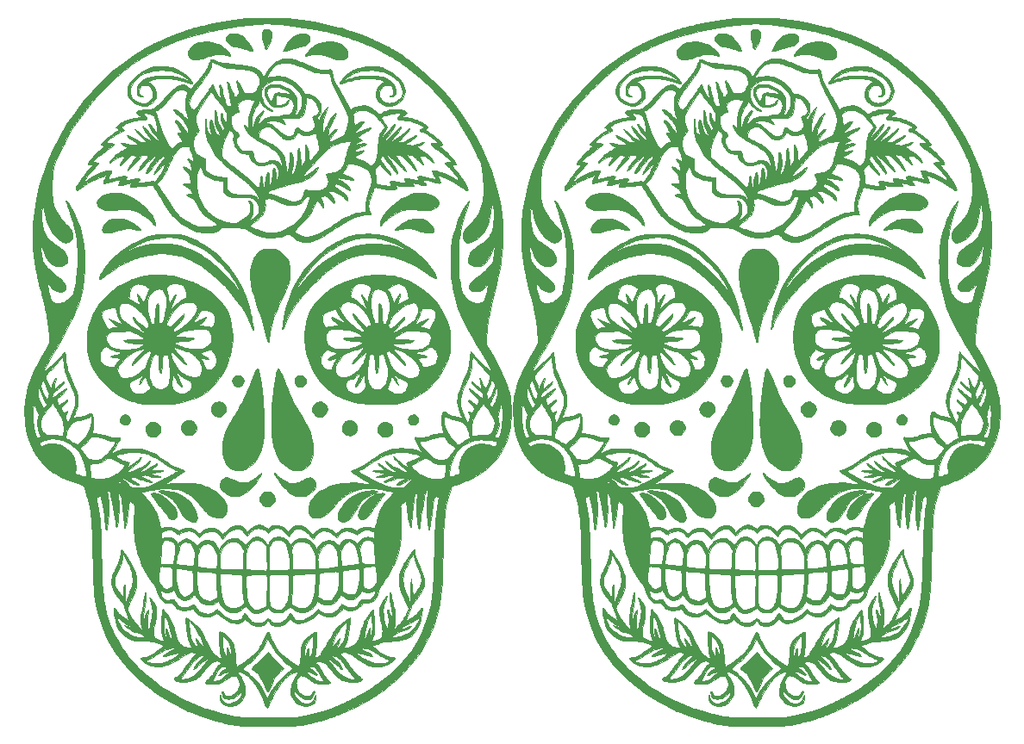
<source format=gbo>
G04 #@! TF.GenerationSoftware,KiCad,Pcbnew,(5.0.0)*
G04 #@! TF.CreationDate,2019-01-07T22:48:05+01:00*
G04 #@! TF.ProjectId,panel,70616E656C2E6B696361645F70636200,rev?*
G04 #@! TF.SameCoordinates,Original*
G04 #@! TF.FileFunction,Legend,Bot*
G04 #@! TF.FilePolarity,Positive*
%FSLAX46Y46*%
G04 Gerber Fmt 4.6, Leading zero omitted, Abs format (unit mm)*
G04 Created by KiCad (PCBNEW (5.0.0)) date 01/07/19 22:48:05*
%MOMM*%
%LPD*%
G01*
G04 APERTURE LIST*
%ADD10C,0.010000*%
%ADD11C,0.150000*%
G04 APERTURE END LIST*
D10*
G04 #@! TO.C,*
G36*
X163247775Y-133043023D02*
X163047324Y-133238241D01*
X162854600Y-133422852D01*
X162682381Y-133584850D01*
X162543446Y-133712225D01*
X162450572Y-133792969D01*
X162444842Y-133797592D01*
X162328278Y-133906720D01*
X162285608Y-133998664D01*
X162318591Y-134086491D01*
X162428990Y-134183272D01*
X162503460Y-134232637D01*
X162660875Y-134344322D01*
X162804274Y-134475875D01*
X162940259Y-134637225D01*
X163075434Y-134838300D01*
X163216403Y-135089027D01*
X163369771Y-135399336D01*
X163542140Y-135779154D01*
X163561588Y-135823422D01*
X163646008Y-136009142D01*
X163722321Y-136164390D01*
X163782509Y-136273690D01*
X163818551Y-136321564D01*
X163820063Y-136322249D01*
X163883800Y-136307291D01*
X163913108Y-136281479D01*
X163949761Y-136219101D01*
X164008522Y-136099570D01*
X164079225Y-135944006D01*
X164112466Y-135867319D01*
X164285778Y-135473541D01*
X164441455Y-135149959D01*
X164586867Y-134885877D01*
X164729380Y-134670599D01*
X164876363Y-134493432D01*
X165035186Y-134343679D01*
X165213215Y-134210645D01*
X165286916Y-134162578D01*
X165368196Y-134088803D01*
X165403299Y-134012457D01*
X165403333Y-134010527D01*
X165372178Y-133947183D01*
X165287993Y-133847790D01*
X165164702Y-133728128D01*
X165117583Y-133686688D01*
X164985175Y-133567344D01*
X164813504Y-133404361D01*
X164621216Y-133215867D01*
X164426959Y-133019988D01*
X164348442Y-132939016D01*
X163865050Y-132436663D01*
X163247775Y-133043023D01*
X163247775Y-133043023D01*
G37*
X163247775Y-133043023D02*
X163047324Y-133238241D01*
X162854600Y-133422852D01*
X162682381Y-133584850D01*
X162543446Y-133712225D01*
X162450572Y-133792969D01*
X162444842Y-133797592D01*
X162328278Y-133906720D01*
X162285608Y-133998664D01*
X162318591Y-134086491D01*
X162428990Y-134183272D01*
X162503460Y-134232637D01*
X162660875Y-134344322D01*
X162804274Y-134475875D01*
X162940259Y-134637225D01*
X163075434Y-134838300D01*
X163216403Y-135089027D01*
X163369771Y-135399336D01*
X163542140Y-135779154D01*
X163561588Y-135823422D01*
X163646008Y-136009142D01*
X163722321Y-136164390D01*
X163782509Y-136273690D01*
X163818551Y-136321564D01*
X163820063Y-136322249D01*
X163883800Y-136307291D01*
X163913108Y-136281479D01*
X163949761Y-136219101D01*
X164008522Y-136099570D01*
X164079225Y-135944006D01*
X164112466Y-135867319D01*
X164285778Y-135473541D01*
X164441455Y-135149959D01*
X164586867Y-134885877D01*
X164729380Y-134670599D01*
X164876363Y-134493432D01*
X165035186Y-134343679D01*
X165213215Y-134210645D01*
X165286916Y-134162578D01*
X165368196Y-134088803D01*
X165403299Y-134012457D01*
X165403333Y-134010527D01*
X165372178Y-133947183D01*
X165287993Y-133847790D01*
X165164702Y-133728128D01*
X165117583Y-133686688D01*
X164985175Y-133567344D01*
X164813504Y-133404361D01*
X164621216Y-133215867D01*
X164426959Y-133019988D01*
X164348442Y-132939016D01*
X163865050Y-132436663D01*
X163247775Y-133043023D01*
G36*
X163554567Y-71198268D02*
X163408242Y-71309578D01*
X163343706Y-71381958D01*
X163307130Y-71454898D01*
X163290723Y-71555447D01*
X163286689Y-71710651D01*
X163286666Y-71731522D01*
X163299210Y-71922481D01*
X163333389Y-72149263D01*
X163384026Y-72391956D01*
X163445943Y-72630652D01*
X163513965Y-72845439D01*
X163582912Y-73016409D01*
X163647609Y-73123650D01*
X163649096Y-73125308D01*
X163694804Y-73155230D01*
X163740216Y-73120438D01*
X163765962Y-73082974D01*
X163918213Y-72808641D01*
X164047936Y-72503101D01*
X164146486Y-72192314D01*
X164205214Y-71902239D01*
X164218000Y-71725883D01*
X164205510Y-71510824D01*
X164162130Y-71361142D01*
X164078988Y-71260465D01*
X163947217Y-71192418D01*
X163924882Y-71184728D01*
X163727608Y-71152274D01*
X163554567Y-71198268D01*
X163554567Y-71198268D01*
G37*
X163554567Y-71198268D02*
X163408242Y-71309578D01*
X163343706Y-71381958D01*
X163307130Y-71454898D01*
X163290723Y-71555447D01*
X163286689Y-71710651D01*
X163286666Y-71731522D01*
X163299210Y-71922481D01*
X163333389Y-72149263D01*
X163384026Y-72391956D01*
X163445943Y-72630652D01*
X163513965Y-72845439D01*
X163582912Y-73016409D01*
X163647609Y-73123650D01*
X163649096Y-73125308D01*
X163694804Y-73155230D01*
X163740216Y-73120438D01*
X163765962Y-73082974D01*
X163918213Y-72808641D01*
X164047936Y-72503101D01*
X164146486Y-72192314D01*
X164205214Y-71902239D01*
X164218000Y-71725883D01*
X164205510Y-71510824D01*
X164162130Y-71361142D01*
X164078988Y-71260465D01*
X163947217Y-71192418D01*
X163924882Y-71184728D01*
X163727608Y-71152274D01*
X163554567Y-71198268D01*
G36*
X160377064Y-71584266D02*
X160138449Y-71639442D01*
X159945440Y-71747869D01*
X159901002Y-71788483D01*
X159782424Y-71938286D01*
X159733863Y-72081786D01*
X159756926Y-72229754D01*
X159853222Y-72392960D01*
X160018628Y-72576521D01*
X160151067Y-72701611D01*
X160256814Y-72780132D01*
X160365345Y-72828867D01*
X160506139Y-72864599D01*
X160535000Y-72870507D01*
X160803387Y-72924997D01*
X161008292Y-72968165D01*
X161169398Y-73004561D01*
X161306389Y-73038730D01*
X161438948Y-73075221D01*
X161508666Y-73095449D01*
X161734203Y-73165737D01*
X161908889Y-73230962D01*
X162064802Y-73303137D01*
X162069009Y-73305273D01*
X162167457Y-73335264D01*
X162275640Y-73341500D01*
X162362670Y-73325469D01*
X162397666Y-73289413D01*
X162378931Y-73224669D01*
X162330681Y-73114291D01*
X162285661Y-73024830D01*
X162115095Y-72732853D01*
X161921795Y-72452091D01*
X161717693Y-72196684D01*
X161514719Y-71980774D01*
X161324805Y-71818502D01*
X161204808Y-71743788D01*
X160926417Y-71635885D01*
X160645111Y-71582896D01*
X160377064Y-71584266D01*
X160377064Y-71584266D01*
G37*
X160377064Y-71584266D02*
X160138449Y-71639442D01*
X159945440Y-71747869D01*
X159901002Y-71788483D01*
X159782424Y-71938286D01*
X159733863Y-72081786D01*
X159756926Y-72229754D01*
X159853222Y-72392960D01*
X160018628Y-72576521D01*
X160151067Y-72701611D01*
X160256814Y-72780132D01*
X160365345Y-72828867D01*
X160506139Y-72864599D01*
X160535000Y-72870507D01*
X160803387Y-72924997D01*
X161008292Y-72968165D01*
X161169398Y-73004561D01*
X161306389Y-73038730D01*
X161438948Y-73075221D01*
X161508666Y-73095449D01*
X161734203Y-73165737D01*
X161908889Y-73230962D01*
X162064802Y-73303137D01*
X162069009Y-73305273D01*
X162167457Y-73335264D01*
X162275640Y-73341500D01*
X162362670Y-73325469D01*
X162397666Y-73289413D01*
X162378931Y-73224669D01*
X162330681Y-73114291D01*
X162285661Y-73024830D01*
X162115095Y-72732853D01*
X161921795Y-72452091D01*
X161717693Y-72196684D01*
X161514719Y-71980774D01*
X161324805Y-71818502D01*
X161204808Y-71743788D01*
X160926417Y-71635885D01*
X160645111Y-71582896D01*
X160377064Y-71584266D01*
G36*
X167294504Y-71589045D02*
X167105068Y-71610817D01*
X167100467Y-71611425D01*
X166802314Y-71665679D01*
X166564188Y-71746497D01*
X166363009Y-71864262D01*
X166179094Y-72025893D01*
X166091117Y-72124025D01*
X165983125Y-72256904D01*
X165867397Y-72407751D01*
X165756210Y-72559782D01*
X165661842Y-72696219D01*
X165596571Y-72800278D01*
X165572666Y-72854763D01*
X165551958Y-72901737D01*
X165499477Y-72993450D01*
X165466833Y-73046334D01*
X165386161Y-73192065D01*
X165364980Y-73284527D01*
X165403552Y-73330949D01*
X165477416Y-73339802D01*
X165610003Y-73320349D01*
X165699666Y-73292395D01*
X165851934Y-73228940D01*
X165962406Y-73185377D01*
X166067056Y-73148124D01*
X166186500Y-73108602D01*
X166327297Y-73067787D01*
X166517064Y-73019454D01*
X166721643Y-72972160D01*
X166786293Y-72958301D01*
X166962486Y-72920797D01*
X167110255Y-72888248D01*
X167207775Y-72865513D01*
X167230793Y-72859367D01*
X167312917Y-72837407D01*
X167404650Y-72815962D01*
X167519588Y-72763887D01*
X167656891Y-72664278D01*
X167790972Y-72539379D01*
X167896243Y-72411433D01*
X167924907Y-72363700D01*
X167978534Y-72176220D01*
X167956713Y-71988028D01*
X167866713Y-71816487D01*
X167715800Y-71678958D01*
X167616524Y-71627005D01*
X167525273Y-71596385D01*
X167426253Y-71583983D01*
X167294504Y-71589045D01*
X167294504Y-71589045D01*
G37*
X167294504Y-71589045D02*
X167105068Y-71610817D01*
X167100467Y-71611425D01*
X166802314Y-71665679D01*
X166564188Y-71746497D01*
X166363009Y-71864262D01*
X166179094Y-72025893D01*
X166091117Y-72124025D01*
X165983125Y-72256904D01*
X165867397Y-72407751D01*
X165756210Y-72559782D01*
X165661842Y-72696219D01*
X165596571Y-72800278D01*
X165572666Y-72854763D01*
X165551958Y-72901737D01*
X165499477Y-72993450D01*
X165466833Y-73046334D01*
X165386161Y-73192065D01*
X165364980Y-73284527D01*
X165403552Y-73330949D01*
X165477416Y-73339802D01*
X165610003Y-73320349D01*
X165699666Y-73292395D01*
X165851934Y-73228940D01*
X165962406Y-73185377D01*
X166067056Y-73148124D01*
X166186500Y-73108602D01*
X166327297Y-73067787D01*
X166517064Y-73019454D01*
X166721643Y-72972160D01*
X166786293Y-72958301D01*
X166962486Y-72920797D01*
X167110255Y-72888248D01*
X167207775Y-72865513D01*
X167230793Y-72859367D01*
X167312917Y-72837407D01*
X167404650Y-72815962D01*
X167519588Y-72763887D01*
X167656891Y-72664278D01*
X167790972Y-72539379D01*
X167896243Y-72411433D01*
X167924907Y-72363700D01*
X167978534Y-72176220D01*
X167956713Y-71988028D01*
X167866713Y-71816487D01*
X167715800Y-71678958D01*
X167616524Y-71627005D01*
X167525273Y-71596385D01*
X167426253Y-71583983D01*
X167294504Y-71589045D01*
G36*
X157345785Y-72429056D02*
X157095872Y-72484621D01*
X157071962Y-72492968D01*
X156698003Y-72665586D01*
X156383874Y-72890180D01*
X156312142Y-72956408D01*
X156148433Y-73136269D01*
X156051906Y-73300547D01*
X156013181Y-73469804D01*
X156015803Y-73606071D01*
X156074338Y-73819900D01*
X156201883Y-73986659D01*
X156394358Y-74102009D01*
X156518183Y-74140103D01*
X156703040Y-74174365D01*
X156870389Y-74182240D01*
X157044654Y-74161072D01*
X157250262Y-74108206D01*
X157465833Y-74037092D01*
X157778069Y-73927862D01*
X158023433Y-73842598D01*
X158215333Y-73778358D01*
X158367177Y-73732202D01*
X158492370Y-73701191D01*
X158604320Y-73682383D01*
X158716434Y-73672838D01*
X158842118Y-73669616D01*
X158994780Y-73669777D01*
X159138000Y-73670353D01*
X159390756Y-73672344D01*
X159576775Y-73678633D01*
X159713955Y-73691190D01*
X159820193Y-73711984D01*
X159913386Y-73742987D01*
X159954553Y-73760231D01*
X160094377Y-73809279D01*
X160170729Y-73803587D01*
X160185932Y-73740446D01*
X160142308Y-73617149D01*
X160118609Y-73569021D01*
X159974467Y-73356096D01*
X159765439Y-73138893D01*
X159509241Y-72931738D01*
X159223586Y-72748952D01*
X158926333Y-72604920D01*
X158641919Y-72513833D01*
X158318909Y-72449330D01*
X157980051Y-72412783D01*
X157648094Y-72405568D01*
X157345785Y-72429056D01*
X157345785Y-72429056D01*
G37*
X157345785Y-72429056D02*
X157095872Y-72484621D01*
X157071962Y-72492968D01*
X156698003Y-72665586D01*
X156383874Y-72890180D01*
X156312142Y-72956408D01*
X156148433Y-73136269D01*
X156051906Y-73300547D01*
X156013181Y-73469804D01*
X156015803Y-73606071D01*
X156074338Y-73819900D01*
X156201883Y-73986659D01*
X156394358Y-74102009D01*
X156518183Y-74140103D01*
X156703040Y-74174365D01*
X156870389Y-74182240D01*
X157044654Y-74161072D01*
X157250262Y-74108206D01*
X157465833Y-74037092D01*
X157778069Y-73927862D01*
X158023433Y-73842598D01*
X158215333Y-73778358D01*
X158367177Y-73732202D01*
X158492370Y-73701191D01*
X158604320Y-73682383D01*
X158716434Y-73672838D01*
X158842118Y-73669616D01*
X158994780Y-73669777D01*
X159138000Y-73670353D01*
X159390756Y-73672344D01*
X159576775Y-73678633D01*
X159713955Y-73691190D01*
X159820193Y-73711984D01*
X159913386Y-73742987D01*
X159954553Y-73760231D01*
X160094377Y-73809279D01*
X160170729Y-73803587D01*
X160185932Y-73740446D01*
X160142308Y-73617149D01*
X160118609Y-73569021D01*
X159974467Y-73356096D01*
X159765439Y-73138893D01*
X159509241Y-72931738D01*
X159223586Y-72748952D01*
X158926333Y-72604920D01*
X158641919Y-72513833D01*
X158318909Y-72449330D01*
X157980051Y-72412783D01*
X157648094Y-72405568D01*
X157345785Y-72429056D01*
G36*
X169755624Y-72416054D02*
X169334748Y-72467864D01*
X168907409Y-72567137D01*
X168872150Y-72577500D01*
X168743218Y-72630316D01*
X168570868Y-72720134D01*
X168379235Y-72832916D01*
X168192452Y-72954623D01*
X168066155Y-73046334D01*
X167953554Y-73150428D01*
X167833161Y-73288520D01*
X167719671Y-73440105D01*
X167627776Y-73584675D01*
X167572170Y-73701724D01*
X167562333Y-73749491D01*
X167563634Y-73813061D01*
X167579612Y-73840965D01*
X167628382Y-73834008D01*
X167728057Y-73792994D01*
X167802240Y-73760146D01*
X167898233Y-73722631D01*
X167999505Y-73696692D01*
X168124568Y-73680137D01*
X168291931Y-73670777D01*
X168520106Y-73666419D01*
X168599500Y-73665783D01*
X168828466Y-73665250D01*
X169008930Y-73669678D01*
X169161226Y-73683058D01*
X169305691Y-73709377D01*
X169462658Y-73752625D01*
X169652463Y-73816788D01*
X169895441Y-73905857D01*
X169975333Y-73935638D01*
X170349966Y-74064085D01*
X170663850Y-74145448D01*
X170926052Y-74180539D01*
X171145642Y-74170168D01*
X171331688Y-74115146D01*
X171424535Y-74065175D01*
X171575320Y-73956027D01*
X171662665Y-73847577D01*
X171702481Y-73711001D01*
X171710842Y-73546533D01*
X171669532Y-73295010D01*
X171547065Y-73063014D01*
X171345083Y-72852389D01*
X171065228Y-72664981D01*
X170822000Y-72547805D01*
X170514997Y-72455785D01*
X170154289Y-72411948D01*
X169755624Y-72416054D01*
X169755624Y-72416054D01*
G37*
X169755624Y-72416054D02*
X169334748Y-72467864D01*
X168907409Y-72567137D01*
X168872150Y-72577500D01*
X168743218Y-72630316D01*
X168570868Y-72720134D01*
X168379235Y-72832916D01*
X168192452Y-72954623D01*
X168066155Y-73046334D01*
X167953554Y-73150428D01*
X167833161Y-73288520D01*
X167719671Y-73440105D01*
X167627776Y-73584675D01*
X167572170Y-73701724D01*
X167562333Y-73749491D01*
X167563634Y-73813061D01*
X167579612Y-73840965D01*
X167628382Y-73834008D01*
X167728057Y-73792994D01*
X167802240Y-73760146D01*
X167898233Y-73722631D01*
X167999505Y-73696692D01*
X168124568Y-73680137D01*
X168291931Y-73670777D01*
X168520106Y-73666419D01*
X168599500Y-73665783D01*
X168828466Y-73665250D01*
X169008930Y-73669678D01*
X169161226Y-73683058D01*
X169305691Y-73709377D01*
X169462658Y-73752625D01*
X169652463Y-73816788D01*
X169895441Y-73905857D01*
X169975333Y-73935638D01*
X170349966Y-74064085D01*
X170663850Y-74145448D01*
X170926052Y-74180539D01*
X171145642Y-74170168D01*
X171331688Y-74115146D01*
X171424535Y-74065175D01*
X171575320Y-73956027D01*
X171662665Y-73847577D01*
X171702481Y-73711001D01*
X171710842Y-73546533D01*
X171669532Y-73295010D01*
X171547065Y-73063014D01*
X171345083Y-72852389D01*
X171065228Y-72664981D01*
X170822000Y-72547805D01*
X170514997Y-72455785D01*
X170154289Y-72411948D01*
X169755624Y-72416054D01*
G36*
X153064948Y-74846603D02*
X152835496Y-74852509D01*
X152651581Y-74867114D01*
X152493640Y-74894314D01*
X152342112Y-74938007D01*
X152177433Y-75002087D01*
X151980042Y-75090452D01*
X151868150Y-75142535D01*
X151499351Y-75337332D01*
X151163426Y-75565756D01*
X150834988Y-75846120D01*
X150671333Y-76005741D01*
X150437339Y-76259657D01*
X150267405Y-76488737D01*
X150152137Y-76710253D01*
X150082140Y-76941476D01*
X150052579Y-77143383D01*
X150052555Y-77462282D01*
X150120622Y-77741738D01*
X150262885Y-77999979D01*
X150392783Y-78159357D01*
X150670419Y-78402493D01*
X150993091Y-78575962D01*
X151352646Y-78675972D01*
X151549862Y-78697598D01*
X151726829Y-78702223D01*
X151886875Y-78697359D01*
X151997847Y-78684081D01*
X152004833Y-78682378D01*
X152308555Y-78562572D01*
X152561408Y-78379427D01*
X152755501Y-78139078D01*
X152795820Y-78067097D01*
X152855605Y-77878574D01*
X152875066Y-77643293D01*
X152855690Y-77388121D01*
X152798961Y-77139924D01*
X152735746Y-76980468D01*
X152626554Y-76794864D01*
X152494962Y-76626198D01*
X152358190Y-76493164D01*
X152233459Y-76414457D01*
X152206039Y-76405425D01*
X152125112Y-76366862D01*
X152123994Y-76314570D01*
X152199567Y-76251876D01*
X152348709Y-76182112D01*
X152449333Y-76145807D01*
X152564527Y-76109005D01*
X152669875Y-76081676D01*
X152780986Y-76062335D01*
X152913467Y-76049499D01*
X153082929Y-76041681D01*
X153304979Y-76037399D01*
X153595226Y-76035166D01*
X153613500Y-76035073D01*
X153991516Y-76036646D01*
X154313613Y-76047750D01*
X154600949Y-76071762D01*
X154874678Y-76112059D01*
X155155957Y-76172015D01*
X155465940Y-76255007D01*
X155825783Y-76364411D01*
X155974474Y-76411835D01*
X156135896Y-76461404D01*
X156270812Y-76498540D01*
X156355392Y-76516804D01*
X156366058Y-76517667D01*
X156421905Y-76489563D01*
X156423474Y-76412151D01*
X156376565Y-76295782D01*
X156309550Y-76187337D01*
X156086186Y-76187337D01*
X156080774Y-76202070D01*
X156045361Y-76212396D01*
X155972132Y-76198357D01*
X155847386Y-76156196D01*
X155687833Y-76094334D01*
X155574597Y-76051020D01*
X155461770Y-76013118D01*
X155331445Y-75975729D01*
X155165716Y-75933952D01*
X154946677Y-75882887D01*
X154767083Y-75842359D01*
X154494869Y-75795314D01*
X154167015Y-75760401D01*
X153811867Y-75739044D01*
X153457772Y-75732666D01*
X153133076Y-75742691D01*
X152998208Y-75753523D01*
X152500771Y-75828684D01*
X152071275Y-75946341D01*
X151711110Y-76105538D01*
X151421668Y-76305315D01*
X151204339Y-76544716D01*
X151060513Y-76822783D01*
X150991922Y-77134931D01*
X150994765Y-77391531D01*
X151055617Y-77592394D01*
X151171920Y-77733780D01*
X151341116Y-77811947D01*
X151465083Y-77826906D01*
X151566557Y-77814957D01*
X151600644Y-77781949D01*
X151560564Y-77741110D01*
X151517771Y-77724094D01*
X151429506Y-77679301D01*
X151322872Y-77604228D01*
X151306105Y-77590478D01*
X151215774Y-77492604D01*
X151181884Y-77379706D01*
X151179333Y-77316877D01*
X151218402Y-77074126D01*
X151327976Y-76855188D01*
X151392871Y-76776670D01*
X151447453Y-76726503D01*
X151506515Y-76698494D01*
X151592753Y-76688570D01*
X151728865Y-76692661D01*
X151826234Y-76698930D01*
X151998293Y-76713128D01*
X152112539Y-76733513D01*
X152195750Y-76769932D01*
X152274702Y-76832230D01*
X152328670Y-76883688D01*
X152491133Y-77096215D01*
X152576058Y-77335387D01*
X152582839Y-77592491D01*
X152510867Y-77858811D01*
X152410095Y-78051135D01*
X152244899Y-78236377D01*
X152028300Y-78364323D01*
X151773404Y-78432508D01*
X151493322Y-78438470D01*
X151201160Y-78379744D01*
X151023855Y-78311675D01*
X150736202Y-78148449D01*
X150525874Y-77955026D01*
X150389364Y-77726403D01*
X150323168Y-77457578D01*
X150315366Y-77300834D01*
X150326713Y-77096158D01*
X150364642Y-76927949D01*
X150433714Y-76761338D01*
X150655025Y-76395457D01*
X150947307Y-76066560D01*
X151302471Y-75781325D01*
X151712432Y-75546429D01*
X152089500Y-75394150D01*
X152377644Y-75309469D01*
X152664546Y-75252350D01*
X152976095Y-75219197D01*
X153338176Y-75206414D01*
X153444151Y-75205983D01*
X153919300Y-75224353D01*
X154340329Y-75282562D01*
X154730873Y-75386941D01*
X155114565Y-75543820D01*
X155515039Y-75759530D01*
X155518500Y-75761584D01*
X155759850Y-75910846D01*
X155937377Y-76033488D01*
X156047387Y-76126616D01*
X156086186Y-76187337D01*
X156309550Y-76187337D01*
X156286977Y-76150809D01*
X156160509Y-75987582D01*
X156002959Y-75816452D01*
X155937571Y-75752846D01*
X155581834Y-75468251D01*
X155164275Y-75223144D01*
X154702462Y-75027598D01*
X154629500Y-75002849D01*
X154452569Y-74946540D01*
X154303280Y-74905504D01*
X154162289Y-74877344D01*
X154010249Y-74859662D01*
X153827815Y-74850063D01*
X153595642Y-74846149D01*
X153359500Y-74845500D01*
X153064948Y-74846603D01*
X153064948Y-74846603D01*
G37*
X153064948Y-74846603D02*
X152835496Y-74852509D01*
X152651581Y-74867114D01*
X152493640Y-74894314D01*
X152342112Y-74938007D01*
X152177433Y-75002087D01*
X151980042Y-75090452D01*
X151868150Y-75142535D01*
X151499351Y-75337332D01*
X151163426Y-75565756D01*
X150834988Y-75846120D01*
X150671333Y-76005741D01*
X150437339Y-76259657D01*
X150267405Y-76488737D01*
X150152137Y-76710253D01*
X150082140Y-76941476D01*
X150052579Y-77143383D01*
X150052555Y-77462282D01*
X150120622Y-77741738D01*
X150262885Y-77999979D01*
X150392783Y-78159357D01*
X150670419Y-78402493D01*
X150993091Y-78575962D01*
X151352646Y-78675972D01*
X151549862Y-78697598D01*
X151726829Y-78702223D01*
X151886875Y-78697359D01*
X151997847Y-78684081D01*
X152004833Y-78682378D01*
X152308555Y-78562572D01*
X152561408Y-78379427D01*
X152755501Y-78139078D01*
X152795820Y-78067097D01*
X152855605Y-77878574D01*
X152875066Y-77643293D01*
X152855690Y-77388121D01*
X152798961Y-77139924D01*
X152735746Y-76980468D01*
X152626554Y-76794864D01*
X152494962Y-76626198D01*
X152358190Y-76493164D01*
X152233459Y-76414457D01*
X152206039Y-76405425D01*
X152125112Y-76366862D01*
X152123994Y-76314570D01*
X152199567Y-76251876D01*
X152348709Y-76182112D01*
X152449333Y-76145807D01*
X152564527Y-76109005D01*
X152669875Y-76081676D01*
X152780986Y-76062335D01*
X152913467Y-76049499D01*
X153082929Y-76041681D01*
X153304979Y-76037399D01*
X153595226Y-76035166D01*
X153613500Y-76035073D01*
X153991516Y-76036646D01*
X154313613Y-76047750D01*
X154600949Y-76071762D01*
X154874678Y-76112059D01*
X155155957Y-76172015D01*
X155465940Y-76255007D01*
X155825783Y-76364411D01*
X155974474Y-76411835D01*
X156135896Y-76461404D01*
X156270812Y-76498540D01*
X156355392Y-76516804D01*
X156366058Y-76517667D01*
X156421905Y-76489563D01*
X156423474Y-76412151D01*
X156376565Y-76295782D01*
X156309550Y-76187337D01*
X156086186Y-76187337D01*
X156080774Y-76202070D01*
X156045361Y-76212396D01*
X155972132Y-76198357D01*
X155847386Y-76156196D01*
X155687833Y-76094334D01*
X155574597Y-76051020D01*
X155461770Y-76013118D01*
X155331445Y-75975729D01*
X155165716Y-75933952D01*
X154946677Y-75882887D01*
X154767083Y-75842359D01*
X154494869Y-75795314D01*
X154167015Y-75760401D01*
X153811867Y-75739044D01*
X153457772Y-75732666D01*
X153133076Y-75742691D01*
X152998208Y-75753523D01*
X152500771Y-75828684D01*
X152071275Y-75946341D01*
X151711110Y-76105538D01*
X151421668Y-76305315D01*
X151204339Y-76544716D01*
X151060513Y-76822783D01*
X150991922Y-77134931D01*
X150994765Y-77391531D01*
X151055617Y-77592394D01*
X151171920Y-77733780D01*
X151341116Y-77811947D01*
X151465083Y-77826906D01*
X151566557Y-77814957D01*
X151600644Y-77781949D01*
X151560564Y-77741110D01*
X151517771Y-77724094D01*
X151429506Y-77679301D01*
X151322872Y-77604228D01*
X151306105Y-77590478D01*
X151215774Y-77492604D01*
X151181884Y-77379706D01*
X151179333Y-77316877D01*
X151218402Y-77074126D01*
X151327976Y-76855188D01*
X151392871Y-76776670D01*
X151447453Y-76726503D01*
X151506515Y-76698494D01*
X151592753Y-76688570D01*
X151728865Y-76692661D01*
X151826234Y-76698930D01*
X151998293Y-76713128D01*
X152112539Y-76733513D01*
X152195750Y-76769932D01*
X152274702Y-76832230D01*
X152328670Y-76883688D01*
X152491133Y-77096215D01*
X152576058Y-77335387D01*
X152582839Y-77592491D01*
X152510867Y-77858811D01*
X152410095Y-78051135D01*
X152244899Y-78236377D01*
X152028300Y-78364323D01*
X151773404Y-78432508D01*
X151493322Y-78438470D01*
X151201160Y-78379744D01*
X151023855Y-78311675D01*
X150736202Y-78148449D01*
X150525874Y-77955026D01*
X150389364Y-77726403D01*
X150323168Y-77457578D01*
X150315366Y-77300834D01*
X150326713Y-77096158D01*
X150364642Y-76927949D01*
X150433714Y-76761338D01*
X150655025Y-76395457D01*
X150947307Y-76066560D01*
X151302471Y-75781325D01*
X151712432Y-75546429D01*
X152089500Y-75394150D01*
X152377644Y-75309469D01*
X152664546Y-75252350D01*
X152976095Y-75219197D01*
X153338176Y-75206414D01*
X153444151Y-75205983D01*
X153919300Y-75224353D01*
X154340329Y-75282562D01*
X154730873Y-75386941D01*
X155114565Y-75543820D01*
X155515039Y-75759530D01*
X155518500Y-75761584D01*
X155759850Y-75910846D01*
X155937377Y-76033488D01*
X156047387Y-76126616D01*
X156086186Y-76187337D01*
X156309550Y-76187337D01*
X156286977Y-76150809D01*
X156160509Y-75987582D01*
X156002959Y-75816452D01*
X155937571Y-75752846D01*
X155581834Y-75468251D01*
X155164275Y-75223144D01*
X154702462Y-75027598D01*
X154629500Y-75002849D01*
X154452569Y-74946540D01*
X154303280Y-74905504D01*
X154162289Y-74877344D01*
X154010249Y-74859662D01*
X153827815Y-74850063D01*
X153595642Y-74846149D01*
X153359500Y-74845500D01*
X153064948Y-74846603D01*
G36*
X173633013Y-74827521D02*
X173106652Y-74917245D01*
X172938666Y-74957422D01*
X172764893Y-75002473D01*
X172637032Y-75040053D01*
X172523494Y-75081543D01*
X172392688Y-75138323D01*
X172240166Y-75209059D01*
X171999687Y-75339025D01*
X171759294Y-75499920D01*
X171530405Y-75680779D01*
X171324443Y-75870640D01*
X171152828Y-76058538D01*
X171026979Y-76233511D01*
X170958318Y-76384594D01*
X170949000Y-76448580D01*
X170961773Y-76492361D01*
X171007122Y-76511542D01*
X171095595Y-76504824D01*
X171237738Y-76470907D01*
X171444097Y-76408491D01*
X171548738Y-76374681D01*
X171807616Y-76291946D01*
X172023201Y-76228611D01*
X172230362Y-76175489D01*
X172463969Y-76123395D01*
X172642333Y-76086579D01*
X172804176Y-76063939D01*
X173025491Y-76047074D01*
X173288021Y-76035980D01*
X173573504Y-76030649D01*
X173863681Y-76031077D01*
X174140293Y-76037258D01*
X174385079Y-76049185D01*
X174579781Y-76066853D01*
X174695500Y-76087229D01*
X174863361Y-76131981D01*
X175033256Y-76177315D01*
X175085975Y-76191394D01*
X175225228Y-76242407D01*
X175279984Y-76298504D01*
X175250261Y-76359747D01*
X175158285Y-76416038D01*
X174991346Y-76529730D01*
X174825993Y-76701829D01*
X174682310Y-76908123D01*
X174587852Y-77103734D01*
X174505132Y-77428372D01*
X174502847Y-77736043D01*
X174578518Y-78019760D01*
X174729661Y-78272539D01*
X174953797Y-78487393D01*
X175116454Y-78591985D01*
X175267700Y-78648083D01*
X175472579Y-78687382D01*
X175701128Y-78706508D01*
X175923384Y-78702086D01*
X176007833Y-78692367D01*
X176281425Y-78621305D01*
X176558641Y-78497721D01*
X176813573Y-78336481D01*
X177020316Y-78152451D01*
X177084741Y-78074401D01*
X177224193Y-77821440D01*
X177309590Y-77528785D01*
X177337325Y-77235300D01*
X177075876Y-77235300D01*
X177060858Y-77504034D01*
X176973739Y-77761084D01*
X176823892Y-77981929D01*
X176769780Y-78035940D01*
X176605917Y-78160707D01*
X176404665Y-78279339D01*
X176199608Y-78374070D01*
X176033402Y-78425451D01*
X175817546Y-78441350D01*
X175580789Y-78418062D01*
X175366108Y-78361002D01*
X175302845Y-78333407D01*
X175106552Y-78190716D01*
X174948901Y-77989446D01*
X174842934Y-77751723D01*
X174801698Y-77499673D01*
X174801569Y-77483171D01*
X174840805Y-77247916D01*
X174949153Y-77019221D01*
X175051379Y-76887427D01*
X175137339Y-76800093D01*
X175211203Y-76747671D01*
X175300403Y-76719206D01*
X175432367Y-76703749D01*
X175527939Y-76697155D01*
X175742956Y-76692753D01*
X175892919Y-76710285D01*
X175941129Y-76727619D01*
X176042778Y-76823495D01*
X176123846Y-76975681D01*
X176177135Y-77156883D01*
X176195445Y-77339808D01*
X176171579Y-77497164D01*
X176154473Y-77536520D01*
X176087071Y-77607312D01*
X175979768Y-77672786D01*
X175963973Y-77679743D01*
X175858700Y-77737696D01*
X175820951Y-77789015D01*
X175854182Y-77822726D01*
X175916662Y-77830000D01*
X176068248Y-77797895D01*
X176223868Y-77716474D01*
X176342456Y-77608076D01*
X176353573Y-77592313D01*
X176393814Y-77474249D01*
X176407494Y-77303058D01*
X176396466Y-77105372D01*
X176362580Y-76907822D01*
X176307685Y-76737039D01*
X176291800Y-76703402D01*
X176148608Y-76498845D01*
X175939159Y-76299402D01*
X175681537Y-76117602D01*
X175393824Y-75965974D01*
X175094106Y-75857049D01*
X175055333Y-75846711D01*
X174891108Y-75816491D01*
X174662292Y-75790295D01*
X174388907Y-75769057D01*
X174090972Y-75753709D01*
X173788507Y-75745185D01*
X173501533Y-75744418D01*
X173250070Y-75752341D01*
X173160727Y-75758413D01*
X172983523Y-75773552D01*
X172840197Y-75788659D01*
X172713217Y-75807692D01*
X172585049Y-75834609D01*
X172438161Y-75873371D01*
X172255019Y-75927936D01*
X172018091Y-76002264D01*
X171864360Y-76051137D01*
X171663155Y-76113175D01*
X171492135Y-76162108D01*
X171366705Y-76193813D01*
X171302270Y-76204167D01*
X171297411Y-76202856D01*
X171300449Y-76153123D01*
X171368854Y-76075963D01*
X171490755Y-75978626D01*
X171654280Y-75868361D01*
X171847555Y-75752416D01*
X172058709Y-75638042D01*
X172275869Y-75532486D01*
X172487164Y-75442998D01*
X172619360Y-75395698D01*
X173051716Y-75287291D01*
X173530790Y-75223125D01*
X174030785Y-75203736D01*
X174525906Y-75229658D01*
X174990355Y-75301428D01*
X175161166Y-75342930D01*
X175416762Y-75432936D01*
X175703963Y-75566871D01*
X175994327Y-75728973D01*
X176259412Y-75903482D01*
X176454496Y-76059600D01*
X176637430Y-76260936D01*
X176804939Y-76509181D01*
X176943378Y-76778524D01*
X177039105Y-77043151D01*
X177075876Y-77235300D01*
X177337325Y-77235300D01*
X177338738Y-77220353D01*
X177309441Y-76920060D01*
X177219506Y-76651825D01*
X177215921Y-76644667D01*
X177019230Y-76332333D01*
X176752661Y-76022748D01*
X176430578Y-75727114D01*
X176067346Y-75456630D01*
X175677330Y-75222496D01*
X175274896Y-75035912D01*
X175051181Y-74956904D01*
X174592238Y-74847353D01*
X174123862Y-74804224D01*
X173633013Y-74827521D01*
X173633013Y-74827521D01*
G37*
X173633013Y-74827521D02*
X173106652Y-74917245D01*
X172938666Y-74957422D01*
X172764893Y-75002473D01*
X172637032Y-75040053D01*
X172523494Y-75081543D01*
X172392688Y-75138323D01*
X172240166Y-75209059D01*
X171999687Y-75339025D01*
X171759294Y-75499920D01*
X171530405Y-75680779D01*
X171324443Y-75870640D01*
X171152828Y-76058538D01*
X171026979Y-76233511D01*
X170958318Y-76384594D01*
X170949000Y-76448580D01*
X170961773Y-76492361D01*
X171007122Y-76511542D01*
X171095595Y-76504824D01*
X171237738Y-76470907D01*
X171444097Y-76408491D01*
X171548738Y-76374681D01*
X171807616Y-76291946D01*
X172023201Y-76228611D01*
X172230362Y-76175489D01*
X172463969Y-76123395D01*
X172642333Y-76086579D01*
X172804176Y-76063939D01*
X173025491Y-76047074D01*
X173288021Y-76035980D01*
X173573504Y-76030649D01*
X173863681Y-76031077D01*
X174140293Y-76037258D01*
X174385079Y-76049185D01*
X174579781Y-76066853D01*
X174695500Y-76087229D01*
X174863361Y-76131981D01*
X175033256Y-76177315D01*
X175085975Y-76191394D01*
X175225228Y-76242407D01*
X175279984Y-76298504D01*
X175250261Y-76359747D01*
X175158285Y-76416038D01*
X174991346Y-76529730D01*
X174825993Y-76701829D01*
X174682310Y-76908123D01*
X174587852Y-77103734D01*
X174505132Y-77428372D01*
X174502847Y-77736043D01*
X174578518Y-78019760D01*
X174729661Y-78272539D01*
X174953797Y-78487393D01*
X175116454Y-78591985D01*
X175267700Y-78648083D01*
X175472579Y-78687382D01*
X175701128Y-78706508D01*
X175923384Y-78702086D01*
X176007833Y-78692367D01*
X176281425Y-78621305D01*
X176558641Y-78497721D01*
X176813573Y-78336481D01*
X177020316Y-78152451D01*
X177084741Y-78074401D01*
X177224193Y-77821440D01*
X177309590Y-77528785D01*
X177337325Y-77235300D01*
X177075876Y-77235300D01*
X177060858Y-77504034D01*
X176973739Y-77761084D01*
X176823892Y-77981929D01*
X176769780Y-78035940D01*
X176605917Y-78160707D01*
X176404665Y-78279339D01*
X176199608Y-78374070D01*
X176033402Y-78425451D01*
X175817546Y-78441350D01*
X175580789Y-78418062D01*
X175366108Y-78361002D01*
X175302845Y-78333407D01*
X175106552Y-78190716D01*
X174948901Y-77989446D01*
X174842934Y-77751723D01*
X174801698Y-77499673D01*
X174801569Y-77483171D01*
X174840805Y-77247916D01*
X174949153Y-77019221D01*
X175051379Y-76887427D01*
X175137339Y-76800093D01*
X175211203Y-76747671D01*
X175300403Y-76719206D01*
X175432367Y-76703749D01*
X175527939Y-76697155D01*
X175742956Y-76692753D01*
X175892919Y-76710285D01*
X175941129Y-76727619D01*
X176042778Y-76823495D01*
X176123846Y-76975681D01*
X176177135Y-77156883D01*
X176195445Y-77339808D01*
X176171579Y-77497164D01*
X176154473Y-77536520D01*
X176087071Y-77607312D01*
X175979768Y-77672786D01*
X175963973Y-77679743D01*
X175858700Y-77737696D01*
X175820951Y-77789015D01*
X175854182Y-77822726D01*
X175916662Y-77830000D01*
X176068248Y-77797895D01*
X176223868Y-77716474D01*
X176342456Y-77608076D01*
X176353573Y-77592313D01*
X176393814Y-77474249D01*
X176407494Y-77303058D01*
X176396466Y-77105372D01*
X176362580Y-76907822D01*
X176307685Y-76737039D01*
X176291800Y-76703402D01*
X176148608Y-76498845D01*
X175939159Y-76299402D01*
X175681537Y-76117602D01*
X175393824Y-75965974D01*
X175094106Y-75857049D01*
X175055333Y-75846711D01*
X174891108Y-75816491D01*
X174662292Y-75790295D01*
X174388907Y-75769057D01*
X174090972Y-75753709D01*
X173788507Y-75745185D01*
X173501533Y-75744418D01*
X173250070Y-75752341D01*
X173160727Y-75758413D01*
X172983523Y-75773552D01*
X172840197Y-75788659D01*
X172713217Y-75807692D01*
X172585049Y-75834609D01*
X172438161Y-75873371D01*
X172255019Y-75927936D01*
X172018091Y-76002264D01*
X171864360Y-76051137D01*
X171663155Y-76113175D01*
X171492135Y-76162108D01*
X171366705Y-76193813D01*
X171302270Y-76204167D01*
X171297411Y-76202856D01*
X171300449Y-76153123D01*
X171368854Y-76075963D01*
X171490755Y-75978626D01*
X171654280Y-75868361D01*
X171847555Y-75752416D01*
X172058709Y-75638042D01*
X172275869Y-75532486D01*
X172487164Y-75442998D01*
X172619360Y-75395698D01*
X173051716Y-75287291D01*
X173530790Y-75223125D01*
X174030785Y-75203736D01*
X174525906Y-75229658D01*
X174990355Y-75301428D01*
X175161166Y-75342930D01*
X175416762Y-75432936D01*
X175703963Y-75566871D01*
X175994327Y-75728973D01*
X176259412Y-75903482D01*
X176454496Y-76059600D01*
X176637430Y-76260936D01*
X176804939Y-76509181D01*
X176943378Y-76778524D01*
X177039105Y-77043151D01*
X177075876Y-77235300D01*
X177337325Y-77235300D01*
X177338738Y-77220353D01*
X177309441Y-76920060D01*
X177219506Y-76651825D01*
X177215921Y-76644667D01*
X177019230Y-76332333D01*
X176752661Y-76022748D01*
X176430578Y-75727114D01*
X176067346Y-75456630D01*
X175677330Y-75222496D01*
X175274896Y-75035912D01*
X175051181Y-74956904D01*
X174592238Y-74847353D01*
X174123862Y-74804224D01*
X173633013Y-74827521D01*
G36*
X148462137Y-87263167D02*
X148140096Y-87321430D01*
X147845493Y-87414319D01*
X147586595Y-87537177D01*
X147371670Y-87685348D01*
X147208986Y-87854172D01*
X147106811Y-88038995D01*
X147073413Y-88235156D01*
X147110357Y-88421161D01*
X147220725Y-88595412D01*
X147405334Y-88744608D01*
X147656260Y-88864129D01*
X147965581Y-88949356D01*
X148039303Y-88962814D01*
X148221250Y-88986958D01*
X148394334Y-88993210D01*
X148591637Y-88981453D01*
X148780136Y-88960147D01*
X148988572Y-88939665D01*
X149250285Y-88922720D01*
X149533909Y-88910911D01*
X149808077Y-88905842D01*
X149845833Y-88905761D01*
X150121452Y-88908289D01*
X150344075Y-88919443D01*
X150532887Y-88944874D01*
X150707073Y-88990232D01*
X150885818Y-89061167D01*
X151088307Y-89163331D01*
X151333724Y-89302374D01*
X151475666Y-89385800D01*
X151784568Y-89585816D01*
X152088089Y-89813953D01*
X152360311Y-90049567D01*
X152545771Y-90238096D01*
X152670975Y-90369366D01*
X152759453Y-90442109D01*
X152805121Y-90451401D01*
X152806749Y-90449245D01*
X152822008Y-90356466D01*
X152797892Y-90208369D01*
X152740257Y-90021210D01*
X152654957Y-89811244D01*
X152547846Y-89594728D01*
X152424779Y-89387916D01*
X152424177Y-89387000D01*
X152163685Y-89040459D01*
X151842158Y-88703229D01*
X151452476Y-88368721D01*
X150987521Y-88030345D01*
X150883000Y-87960390D01*
X150534223Y-87741238D01*
X150223320Y-87573410D01*
X149928480Y-87448181D01*
X149627892Y-87356824D01*
X149299747Y-87290611D01*
X149155457Y-87269152D01*
X148803346Y-87244189D01*
X148462137Y-87263167D01*
X148462137Y-87263167D01*
G37*
X148462137Y-87263167D02*
X148140096Y-87321430D01*
X147845493Y-87414319D01*
X147586595Y-87537177D01*
X147371670Y-87685348D01*
X147208986Y-87854172D01*
X147106811Y-88038995D01*
X147073413Y-88235156D01*
X147110357Y-88421161D01*
X147220725Y-88595412D01*
X147405334Y-88744608D01*
X147656260Y-88864129D01*
X147965581Y-88949356D01*
X148039303Y-88962814D01*
X148221250Y-88986958D01*
X148394334Y-88993210D01*
X148591637Y-88981453D01*
X148780136Y-88960147D01*
X148988572Y-88939665D01*
X149250285Y-88922720D01*
X149533909Y-88910911D01*
X149808077Y-88905842D01*
X149845833Y-88905761D01*
X150121452Y-88908289D01*
X150344075Y-88919443D01*
X150532887Y-88944874D01*
X150707073Y-88990232D01*
X150885818Y-89061167D01*
X151088307Y-89163331D01*
X151333724Y-89302374D01*
X151475666Y-89385800D01*
X151784568Y-89585816D01*
X152088089Y-89813953D01*
X152360311Y-90049567D01*
X152545771Y-90238096D01*
X152670975Y-90369366D01*
X152759453Y-90442109D01*
X152805121Y-90451401D01*
X152806749Y-90449245D01*
X152822008Y-90356466D01*
X152797892Y-90208369D01*
X152740257Y-90021210D01*
X152654957Y-89811244D01*
X152547846Y-89594728D01*
X152424779Y-89387916D01*
X152424177Y-89387000D01*
X152163685Y-89040459D01*
X151842158Y-88703229D01*
X151452476Y-88368721D01*
X150987521Y-88030345D01*
X150883000Y-87960390D01*
X150534223Y-87741238D01*
X150223320Y-87573410D01*
X149928480Y-87448181D01*
X149627892Y-87356824D01*
X149299747Y-87290611D01*
X149155457Y-87269152D01*
X148803346Y-87244189D01*
X148462137Y-87263167D01*
G36*
X178655417Y-87269247D02*
X178294365Y-87316494D01*
X177963320Y-87393746D01*
X177934000Y-87402752D01*
X177494014Y-87574936D01*
X177040436Y-87813909D01*
X176589791Y-88107334D01*
X176158605Y-88442869D01*
X175763401Y-88808176D01*
X175420704Y-89190916D01*
X175268400Y-89393216D01*
X175161152Y-89562586D01*
X175067309Y-89741731D01*
X174988881Y-89921122D01*
X174927875Y-90091229D01*
X174886302Y-90242522D01*
X174866170Y-90365472D01*
X174869487Y-90450548D01*
X174898265Y-90488220D01*
X174954510Y-90468960D01*
X175040233Y-90383238D01*
X175066676Y-90350084D01*
X175179553Y-90209003D01*
X175282388Y-90096946D01*
X175399585Y-89990202D01*
X175555549Y-89865061D01*
X175605666Y-89826427D01*
X176001220Y-89539634D01*
X176376749Y-89300230D01*
X176722316Y-89113936D01*
X177027984Y-88986474D01*
X177108500Y-88961114D01*
X177274518Y-88930174D01*
X177505872Y-88910591D01*
X177783994Y-88902377D01*
X178090316Y-88905545D01*
X178406270Y-88920107D01*
X178713290Y-88946074D01*
X178832021Y-88959988D01*
X179292179Y-88989349D01*
X179708738Y-88954831D01*
X180076570Y-88857204D01*
X180332426Y-88734112D01*
X180460025Y-88623110D01*
X180566683Y-88470101D01*
X180632175Y-88308214D01*
X180643333Y-88224870D01*
X180603087Y-88045360D01*
X180489976Y-87866282D01*
X180315441Y-87695878D01*
X180090924Y-87542386D01*
X179827864Y-87414046D01*
X179537705Y-87319097D01*
X179327643Y-87277353D01*
X179011501Y-87255151D01*
X178655417Y-87269247D01*
X178655417Y-87269247D01*
G37*
X178655417Y-87269247D02*
X178294365Y-87316494D01*
X177963320Y-87393746D01*
X177934000Y-87402752D01*
X177494014Y-87574936D01*
X177040436Y-87813909D01*
X176589791Y-88107334D01*
X176158605Y-88442869D01*
X175763401Y-88808176D01*
X175420704Y-89190916D01*
X175268400Y-89393216D01*
X175161152Y-89562586D01*
X175067309Y-89741731D01*
X174988881Y-89921122D01*
X174927875Y-90091229D01*
X174886302Y-90242522D01*
X174866170Y-90365472D01*
X174869487Y-90450548D01*
X174898265Y-90488220D01*
X174954510Y-90468960D01*
X175040233Y-90383238D01*
X175066676Y-90350084D01*
X175179553Y-90209003D01*
X175282388Y-90096946D01*
X175399585Y-89990202D01*
X175555549Y-89865061D01*
X175605666Y-89826427D01*
X176001220Y-89539634D01*
X176376749Y-89300230D01*
X176722316Y-89113936D01*
X177027984Y-88986474D01*
X177108500Y-88961114D01*
X177274518Y-88930174D01*
X177505872Y-88910591D01*
X177783994Y-88902377D01*
X178090316Y-88905545D01*
X178406270Y-88920107D01*
X178713290Y-88946074D01*
X178832021Y-88959988D01*
X179292179Y-88989349D01*
X179708738Y-88954831D01*
X180076570Y-88857204D01*
X180332426Y-88734112D01*
X180460025Y-88623110D01*
X180566683Y-88470101D01*
X180632175Y-88308214D01*
X180643333Y-88224870D01*
X180603087Y-88045360D01*
X180489976Y-87866282D01*
X180315441Y-87695878D01*
X180090924Y-87542386D01*
X179827864Y-87414046D01*
X179537705Y-87319097D01*
X179327643Y-87277353D01*
X179011501Y-87255151D01*
X178655417Y-87269247D01*
G36*
X148869209Y-89832266D02*
X148681329Y-89835783D01*
X148546947Y-89843877D01*
X148450478Y-89858375D01*
X148376340Y-89881103D01*
X148308950Y-89913888D01*
X148279500Y-89930750D01*
X147988695Y-90147925D01*
X147761709Y-90419479D01*
X147602602Y-90740525D01*
X147599257Y-90749912D01*
X147564676Y-90869507D01*
X147567429Y-90955081D01*
X147601276Y-91036278D01*
X147651977Y-91116856D01*
X147715836Y-91167348D01*
X147812162Y-91194205D01*
X147960263Y-91203878D01*
X148103046Y-91203902D01*
X148482524Y-91160716D01*
X148724000Y-91094011D01*
X148894497Y-91037855D01*
X149049958Y-90988399D01*
X149159712Y-90955379D01*
X149168500Y-90952944D01*
X149279432Y-90922549D01*
X149432778Y-90880335D01*
X149549500Y-90848108D01*
X149731863Y-90812150D01*
X149957516Y-90788607D01*
X150199457Y-90778133D01*
X150430687Y-90781381D01*
X150624204Y-90799006D01*
X150721185Y-90819754D01*
X150998323Y-90898974D01*
X151200433Y-90941628D01*
X151329053Y-90947292D01*
X151385718Y-90915543D01*
X151371964Y-90845959D01*
X151289329Y-90738117D01*
X151232250Y-90679136D01*
X151082543Y-90548726D01*
X150883950Y-90399524D01*
X150663585Y-90250055D01*
X150448560Y-90118844D01*
X150290333Y-90035553D01*
X150126524Y-89960622D01*
X149990546Y-89906680D01*
X149862794Y-89870291D01*
X149723662Y-89848018D01*
X149553545Y-89836426D01*
X149332837Y-89832076D01*
X149126166Y-89831500D01*
X148869209Y-89832266D01*
X148869209Y-89832266D01*
G37*
X148869209Y-89832266D02*
X148681329Y-89835783D01*
X148546947Y-89843877D01*
X148450478Y-89858375D01*
X148376340Y-89881103D01*
X148308950Y-89913888D01*
X148279500Y-89930750D01*
X147988695Y-90147925D01*
X147761709Y-90419479D01*
X147602602Y-90740525D01*
X147599257Y-90749912D01*
X147564676Y-90869507D01*
X147567429Y-90955081D01*
X147601276Y-91036278D01*
X147651977Y-91116856D01*
X147715836Y-91167348D01*
X147812162Y-91194205D01*
X147960263Y-91203878D01*
X148103046Y-91203902D01*
X148482524Y-91160716D01*
X148724000Y-91094011D01*
X148894497Y-91037855D01*
X149049958Y-90988399D01*
X149159712Y-90955379D01*
X149168500Y-90952944D01*
X149279432Y-90922549D01*
X149432778Y-90880335D01*
X149549500Y-90848108D01*
X149731863Y-90812150D01*
X149957516Y-90788607D01*
X150199457Y-90778133D01*
X150430687Y-90781381D01*
X150624204Y-90799006D01*
X150721185Y-90819754D01*
X150998323Y-90898974D01*
X151200433Y-90941628D01*
X151329053Y-90947292D01*
X151385718Y-90915543D01*
X151371964Y-90845959D01*
X151289329Y-90738117D01*
X151232250Y-90679136D01*
X151082543Y-90548726D01*
X150883950Y-90399524D01*
X150663585Y-90250055D01*
X150448560Y-90118844D01*
X150290333Y-90035553D01*
X150126524Y-89960622D01*
X149990546Y-89906680D01*
X149862794Y-89870291D01*
X149723662Y-89848018D01*
X149553545Y-89836426D01*
X149332837Y-89832076D01*
X149126166Y-89831500D01*
X148869209Y-89832266D01*
G36*
X178167008Y-89816474D02*
X178103333Y-89827524D01*
X177911118Y-89864067D01*
X177771966Y-89896498D01*
X177655351Y-89934169D01*
X177530746Y-89986431D01*
X177426000Y-90035016D01*
X177236968Y-90134942D01*
X177036548Y-90259036D01*
X176838065Y-90396843D01*
X176654840Y-90537906D01*
X176500198Y-90671769D01*
X176387460Y-90787977D01*
X176329951Y-90876073D01*
X176325333Y-90898825D01*
X176337770Y-90935375D01*
X176383473Y-90949099D01*
X176475028Y-90938961D01*
X176625021Y-90903926D01*
X176781195Y-90861318D01*
X177035846Y-90807170D01*
X177320926Y-90774802D01*
X177609252Y-90765036D01*
X177873643Y-90778693D01*
X178086918Y-90816591D01*
X178103333Y-90821420D01*
X178259000Y-90869622D01*
X178440118Y-90926154D01*
X178526666Y-90953334D01*
X178698868Y-91006227D01*
X178874642Y-91058181D01*
X178950000Y-91079602D01*
X179096678Y-91121096D01*
X179231110Y-91160280D01*
X179263234Y-91169939D01*
X179367944Y-91188916D01*
X179523188Y-91202374D01*
X179690589Y-91207334D01*
X179864196Y-91202456D01*
X179974866Y-91184888D01*
X180043921Y-91150223D01*
X180065272Y-91129917D01*
X180126892Y-90999897D01*
X180116888Y-90825949D01*
X180035337Y-90609171D01*
X180027807Y-90594108D01*
X179834739Y-90291801D01*
X179596467Y-90059221D01*
X179311775Y-89895883D01*
X178979446Y-89801303D01*
X178598263Y-89774995D01*
X178167008Y-89816474D01*
X178167008Y-89816474D01*
G37*
X178167008Y-89816474D02*
X178103333Y-89827524D01*
X177911118Y-89864067D01*
X177771966Y-89896498D01*
X177655351Y-89934169D01*
X177530746Y-89986431D01*
X177426000Y-90035016D01*
X177236968Y-90134942D01*
X177036548Y-90259036D01*
X176838065Y-90396843D01*
X176654840Y-90537906D01*
X176500198Y-90671769D01*
X176387460Y-90787977D01*
X176329951Y-90876073D01*
X176325333Y-90898825D01*
X176337770Y-90935375D01*
X176383473Y-90949099D01*
X176475028Y-90938961D01*
X176625021Y-90903926D01*
X176781195Y-90861318D01*
X177035846Y-90807170D01*
X177320926Y-90774802D01*
X177609252Y-90765036D01*
X177873643Y-90778693D01*
X178086918Y-90816591D01*
X178103333Y-90821420D01*
X178259000Y-90869622D01*
X178440118Y-90926154D01*
X178526666Y-90953334D01*
X178698868Y-91006227D01*
X178874642Y-91058181D01*
X178950000Y-91079602D01*
X179096678Y-91121096D01*
X179231110Y-91160280D01*
X179263234Y-91169939D01*
X179367944Y-91188916D01*
X179523188Y-91202374D01*
X179690589Y-91207334D01*
X179864196Y-91202456D01*
X179974866Y-91184888D01*
X180043921Y-91150223D01*
X180065272Y-91129917D01*
X180126892Y-90999897D01*
X180116888Y-90825949D01*
X180035337Y-90609171D01*
X180027807Y-90594108D01*
X179834739Y-90291801D01*
X179596467Y-90059221D01*
X179311775Y-89895883D01*
X178979446Y-89801303D01*
X178598263Y-89774995D01*
X178167008Y-89816474D01*
G36*
X165847833Y-74085508D02*
X165578743Y-74090882D01*
X165367276Y-74108242D01*
X165186637Y-74143085D01*
X165010030Y-74200910D01*
X164810662Y-74287215D01*
X164768810Y-74306900D01*
X164551085Y-74441540D01*
X164318278Y-74640615D01*
X164084712Y-74889163D01*
X163864707Y-75172223D01*
X163705574Y-75417716D01*
X163607139Y-75579525D01*
X163522345Y-75710131D01*
X163461204Y-75794658D01*
X163435433Y-75819167D01*
X163395213Y-75785684D01*
X163340573Y-75703883D01*
X163334025Y-75691998D01*
X163184239Y-75453864D01*
X163010528Y-75266146D01*
X162819916Y-75119931D01*
X162690697Y-75036257D01*
X162586070Y-74975922D01*
X162527744Y-74951396D01*
X162526415Y-74951334D01*
X162453037Y-74933181D01*
X162407675Y-74913126D01*
X162310820Y-74871251D01*
X162182729Y-74831851D01*
X162016057Y-74793777D01*
X161803464Y-74755878D01*
X161537606Y-74717004D01*
X161211141Y-74676006D01*
X160816725Y-74631732D01*
X160347017Y-74583033D01*
X160217500Y-74570086D01*
X159781338Y-74519157D01*
X159414352Y-74458517D01*
X159101273Y-74384552D01*
X158826831Y-74293651D01*
X158575754Y-74182200D01*
X158573833Y-74181233D01*
X158426099Y-74119156D01*
X158322974Y-74114305D01*
X158249963Y-74174490D01*
X158192570Y-74307521D01*
X158165930Y-74401000D01*
X158085762Y-74656038D01*
X157977945Y-74899087D01*
X157829145Y-75157925D01*
X157728997Y-75311167D01*
X157625175Y-75455164D01*
X157477834Y-75646213D01*
X157300065Y-75868407D01*
X157104956Y-76105840D01*
X156905598Y-76342603D01*
X156715082Y-76562791D01*
X156546496Y-76750495D01*
X156529099Y-76769288D01*
X156312031Y-77002872D01*
X156056205Y-76823419D01*
X155833100Y-76693824D01*
X155613018Y-76624259D01*
X155390387Y-76616977D01*
X155159639Y-76674227D01*
X154915205Y-76798261D01*
X154651514Y-76991329D01*
X154362999Y-77255683D01*
X154044088Y-77593572D01*
X153984531Y-77660667D01*
X153636212Y-78046770D01*
X153327522Y-78369267D01*
X153060204Y-78626496D01*
X152836000Y-78816793D01*
X152656651Y-78938495D01*
X152633239Y-78950979D01*
X152515968Y-79007433D01*
X152413888Y-79044201D01*
X152302989Y-79065633D01*
X152159259Y-79076080D01*
X151958687Y-79079891D01*
X151920166Y-79080172D01*
X151591905Y-79093498D01*
X151338094Y-79129682D01*
X151151249Y-79190258D01*
X151041750Y-79260080D01*
X150972292Y-79358703D01*
X150987407Y-79459233D01*
X151087024Y-79561533D01*
X151242833Y-79652092D01*
X151366164Y-79727461D01*
X151406612Y-79790175D01*
X151365580Y-79835612D01*
X151244470Y-79859151D01*
X151179333Y-79861387D01*
X150967912Y-79879956D01*
X150703514Y-79929671D01*
X150408981Y-80003994D01*
X150107155Y-80096385D01*
X149820876Y-80200306D01*
X149572986Y-80309220D01*
X149519683Y-80336465D01*
X149348125Y-80437333D01*
X149187984Y-80549022D01*
X149055237Y-80658444D01*
X148965861Y-80752511D01*
X148935666Y-80814916D01*
X148967481Y-80875414D01*
X149045740Y-80950103D01*
X149062666Y-80962667D01*
X149158435Y-81040169D01*
X149180540Y-81095226D01*
X149129857Y-81145547D01*
X149073250Y-81176623D01*
X148879837Y-81285901D01*
X148665312Y-81426113D01*
X148440711Y-81587921D01*
X148217074Y-81761989D01*
X148005440Y-81938976D01*
X147816848Y-82109547D01*
X147662336Y-82264362D01*
X147552943Y-82394085D01*
X147499707Y-82489376D01*
X147496333Y-82510565D01*
X147532126Y-82571361D01*
X147618720Y-82624839D01*
X147623333Y-82626625D01*
X147710825Y-82667188D01*
X147750164Y-82700322D01*
X147750333Y-82701794D01*
X147718654Y-82737676D01*
X147634136Y-82809942D01*
X147512562Y-82905379D01*
X147459656Y-82945175D01*
X147274378Y-83095218D01*
X147078335Y-83275105D01*
X146880953Y-83473778D01*
X146691659Y-83680178D01*
X146519880Y-83883248D01*
X146375042Y-84071928D01*
X146266571Y-84235161D01*
X146203894Y-84361888D01*
X146193276Y-84430769D01*
X146234203Y-84478078D01*
X146342294Y-84504638D01*
X146406631Y-84510403D01*
X146523762Y-84523864D01*
X146596074Y-84543598D01*
X146607333Y-84554648D01*
X146580736Y-84597202D01*
X146508791Y-84687881D01*
X146403267Y-84812309D01*
X146305937Y-84922745D01*
X146058594Y-85210021D01*
X145824273Y-85502880D01*
X145608740Y-85792331D01*
X145417766Y-86069380D01*
X145257119Y-86325033D01*
X145132568Y-86550298D01*
X145049881Y-86736180D01*
X145014828Y-86873686D01*
X145019001Y-86929045D01*
X145059944Y-86995392D01*
X145129169Y-87007679D01*
X145234351Y-86963296D01*
X145383164Y-86859632D01*
X145499231Y-86765680D01*
X145858216Y-86494457D01*
X146232682Y-86264753D01*
X146438000Y-86161710D01*
X146569117Y-86102320D01*
X146726011Y-86032028D01*
X146787250Y-86004801D01*
X147053120Y-85886832D01*
X147262172Y-85793774D01*
X147435070Y-85716402D01*
X147592477Y-85645493D01*
X147614004Y-85635760D01*
X147794992Y-85562711D01*
X147911401Y-85536080D01*
X147960738Y-85556361D01*
X147962342Y-85566417D01*
X147947361Y-85617742D01*
X147907168Y-85726710D01*
X147849399Y-85872930D01*
X147827409Y-85926784D01*
X147753504Y-86119115D01*
X147724927Y-86244025D01*
X147748867Y-86309682D01*
X147832516Y-86324256D01*
X147983064Y-86295914D01*
X148119445Y-86258567D01*
X148425351Y-86173192D01*
X148707225Y-86099529D01*
X148954346Y-86039983D01*
X149155989Y-85996955D01*
X149301430Y-85972850D01*
X149379947Y-85970070D01*
X149389139Y-85974028D01*
X149380808Y-86018679D01*
X149338138Y-86114367D01*
X149276063Y-86230144D01*
X149210379Y-86357897D01*
X149171869Y-86458987D01*
X149168184Y-86507822D01*
X149237959Y-86544127D01*
X149372455Y-86545668D01*
X149559851Y-86513868D01*
X149788324Y-86450151D01*
X149867000Y-86423667D01*
X150090086Y-86351617D01*
X150261777Y-86308608D01*
X150373596Y-86296247D01*
X150417062Y-86316142D01*
X150417333Y-86319323D01*
X150396574Y-86367748D01*
X150354061Y-86438544D01*
X150313877Y-86521062D01*
X150330667Y-86587721D01*
X150348256Y-86613699D01*
X150374535Y-86643252D01*
X150411540Y-86662711D01*
X150472796Y-86672584D01*
X150571825Y-86673377D01*
X150722153Y-86665597D01*
X150937302Y-86649751D01*
X151057111Y-86640264D01*
X151486545Y-86604233D01*
X151834696Y-86571157D01*
X152104882Y-86540667D01*
X152300422Y-86512390D01*
X152415576Y-86488460D01*
X152486574Y-86478595D01*
X152545130Y-86503664D01*
X152612810Y-86577870D01*
X152669393Y-86655609D01*
X152731883Y-86750441D01*
X152828442Y-86904713D01*
X152950664Y-87104628D01*
X153090140Y-87336386D01*
X153238465Y-87586187D01*
X153297338Y-87686278D01*
X153541606Y-88098887D01*
X153752498Y-88446017D01*
X153936284Y-88736998D01*
X154099238Y-88981160D01*
X154247632Y-89187832D01*
X154387736Y-89366346D01*
X154525824Y-89526030D01*
X154556804Y-89559829D01*
X154916770Y-89917644D01*
X155298150Y-90231729D01*
X155724964Y-90520671D01*
X156026500Y-90697329D01*
X156144747Y-90754656D01*
X156317589Y-90828140D01*
X156519102Y-90907751D01*
X156723364Y-90983465D01*
X156904454Y-91045254D01*
X157000166Y-91073939D01*
X157438827Y-91166379D01*
X157866336Y-91205401D01*
X158263133Y-91190036D01*
X158503988Y-91148374D01*
X158714731Y-91087200D01*
X158899826Y-91005181D01*
X159090331Y-90886674D01*
X159235073Y-90780135D01*
X159358982Y-90688987D01*
X159449605Y-90640925D01*
X159539344Y-90625618D01*
X159660600Y-90632735D01*
X159688333Y-90635606D01*
X159805028Y-90644607D01*
X159988218Y-90654702D01*
X160219753Y-90665078D01*
X160481484Y-90674917D01*
X160745317Y-90683128D01*
X161569468Y-90706040D01*
X161824797Y-90897974D01*
X162284905Y-91191769D01*
X162790284Y-91418320D01*
X163330121Y-91573814D01*
X163893607Y-91654436D01*
X163985166Y-91660130D01*
X164360512Y-91659348D01*
X164747836Y-91622970D01*
X165122586Y-91555262D01*
X165460209Y-91460493D01*
X165698810Y-91362272D01*
X165817060Y-91312157D01*
X165914205Y-91301505D01*
X166011703Y-91336393D01*
X166131010Y-91422898D01*
X166235485Y-91514250D01*
X166365062Y-91631109D01*
X166479425Y-91734137D01*
X166556239Y-91803215D01*
X166562408Y-91808747D01*
X166742831Y-91926496D01*
X166989129Y-92021382D01*
X167284125Y-92087003D01*
X167325101Y-92093043D01*
X167483722Y-92114130D01*
X167608376Y-92128886D01*
X167676612Y-92134699D01*
X167681813Y-92134519D01*
X167735582Y-92124252D01*
X167846303Y-92101767D01*
X167964500Y-92077248D01*
X168144349Y-92034460D01*
X168326875Y-91983050D01*
X168416460Y-91953777D01*
X168593853Y-91880583D01*
X168814800Y-91774724D01*
X169052373Y-91650450D01*
X169279649Y-91522013D01*
X169469701Y-91403663D01*
X169516202Y-91371710D01*
X169601031Y-91316692D01*
X169653333Y-91292091D01*
X169654710Y-91292000D01*
X169696426Y-91269602D01*
X169797249Y-91207191D01*
X169945987Y-91111942D01*
X170131451Y-90991031D01*
X170342449Y-90851633D01*
X170367842Y-90834744D01*
X170596957Y-90683000D01*
X170816856Y-90538730D01*
X171012105Y-90411958D01*
X171167271Y-90312707D01*
X171264130Y-90252660D01*
X171425897Y-90156030D01*
X171596626Y-90053822D01*
X171666297Y-90012031D01*
X172047904Y-89797662D01*
X172393182Y-89638912D01*
X172723473Y-89529411D01*
X173060120Y-89462792D01*
X173424467Y-89432686D01*
X173619063Y-89429334D01*
X173800705Y-89426474D01*
X173906962Y-89409273D01*
X173947104Y-89364792D01*
X173930399Y-89280096D01*
X173866119Y-89142247D01*
X173849010Y-89108425D01*
X173767084Y-88862265D01*
X173742158Y-88568943D01*
X173774878Y-88244487D01*
X173808179Y-88094144D01*
X173863713Y-87903113D01*
X173939183Y-87675765D01*
X174025757Y-87435736D01*
X174114607Y-87206664D01*
X174196902Y-87012185D01*
X174262224Y-86878750D01*
X174320019Y-86791337D01*
X174385360Y-86740428D01*
X174475121Y-86723967D01*
X174606172Y-86739898D01*
X174795387Y-86786165D01*
X174864833Y-86805323D01*
X175033292Y-86842347D01*
X175245078Y-86874026D01*
X175481936Y-86899308D01*
X175725609Y-86917137D01*
X175957841Y-86926461D01*
X176160376Y-86926225D01*
X176314957Y-86915374D01*
X176401225Y-86894030D01*
X176481100Y-86819010D01*
X176482734Y-86717723D01*
X176443352Y-86636684D01*
X176412616Y-86563125D01*
X176416815Y-86529741D01*
X176467262Y-86525895D01*
X176577963Y-86538387D01*
X176726667Y-86564550D01*
X176753879Y-86570114D01*
X176965077Y-86602041D01*
X177234830Y-86624214D01*
X177537388Y-86634713D01*
X177627083Y-86635299D01*
X177854423Y-86634561D01*
X178010438Y-86631013D01*
X178108464Y-86622701D01*
X178161838Y-86607673D01*
X178183897Y-86583975D01*
X178188000Y-86553165D01*
X178168561Y-86472124D01*
X178145666Y-86444834D01*
X178102935Y-86383997D01*
X178125076Y-86322861D01*
X178195765Y-86296667D01*
X178284052Y-86309765D01*
X178419616Y-86343779D01*
X178545015Y-86382264D01*
X178758044Y-86452682D01*
X178908811Y-86500192D01*
X179015173Y-86529267D01*
X179094984Y-86544376D01*
X179166101Y-86549991D01*
X179217589Y-86550667D01*
X179324557Y-86539298D01*
X179367149Y-86498916D01*
X179346377Y-86420110D01*
X179263255Y-86293469D01*
X179247511Y-86272458D01*
X179172865Y-86158584D01*
X179127134Y-86059560D01*
X179120511Y-86026545D01*
X179132767Y-85974192D01*
X179187229Y-85962843D01*
X179256916Y-85973299D01*
X179527739Y-86030236D01*
X179809801Y-86100747D01*
X180050666Y-86167853D01*
X180335309Y-86247921D01*
X180545650Y-86299012D01*
X180688298Y-86317084D01*
X180769863Y-86298093D01*
X180796955Y-86237998D01*
X180776182Y-86132757D01*
X180714155Y-85978326D01*
X180636047Y-85809834D01*
X180571327Y-85655114D01*
X180558886Y-85565192D01*
X180603459Y-85535465D01*
X180709781Y-85561333D01*
X180835723Y-85615777D01*
X180948900Y-85667031D01*
X181027139Y-85698855D01*
X181045500Y-85704000D01*
X181075456Y-85712675D01*
X181144759Y-85741023D01*
X181261169Y-85792529D01*
X181432444Y-85870679D01*
X181666344Y-85978958D01*
X181898617Y-86087210D01*
X182467877Y-86390139D01*
X182970813Y-86737247D01*
X183056333Y-86805950D01*
X183222333Y-86929764D01*
X183344963Y-86989840D01*
X183432886Y-86989233D01*
X183478110Y-86954709D01*
X183500154Y-86906269D01*
X183491898Y-86834320D01*
X183449072Y-86719621D01*
X183403758Y-86619602D01*
X183272608Y-86371910D01*
X183095560Y-86084169D01*
X183091710Y-86078486D01*
X182672037Y-86078486D01*
X182654091Y-86125378D01*
X182582362Y-86113813D01*
X182466712Y-86044836D01*
X182183691Y-85861070D01*
X181848222Y-85671433D01*
X181489189Y-85490412D01*
X181135477Y-85332497D01*
X180815969Y-85212176D01*
X180789687Y-85203625D01*
X180596176Y-85151321D01*
X180382415Y-85107596D01*
X180271104Y-85091185D01*
X180127592Y-85076600D01*
X180048744Y-85077827D01*
X180015386Y-85098884D01*
X180008339Y-85143791D01*
X180008333Y-85146260D01*
X180027752Y-85221589D01*
X180079438Y-85347208D01*
X180153539Y-85499960D01*
X180180794Y-85551564D01*
X180276297Y-85745863D01*
X180318049Y-85875226D01*
X180306102Y-85940089D01*
X180240507Y-85940890D01*
X180226301Y-85935615D01*
X180157142Y-85914071D01*
X180026796Y-85878613D01*
X179856454Y-85834879D01*
X179733166Y-85804403D01*
X179535895Y-85756013D01*
X179352671Y-85710424D01*
X179210015Y-85674263D01*
X179156755Y-85660341D01*
X179019538Y-85635564D01*
X178852293Y-85620976D01*
X178785010Y-85619334D01*
X178630653Y-85631392D01*
X178551609Y-85673097D01*
X178541259Y-85752745D01*
X178587104Y-85867410D01*
X178632097Y-85960577D01*
X178653402Y-86016813D01*
X178653666Y-86019398D01*
X178617285Y-86038102D01*
X178528822Y-86041897D01*
X178419303Y-86032061D01*
X178319753Y-86009872D01*
X178306408Y-86005101D01*
X178152622Y-85957877D01*
X177945026Y-85910589D01*
X177714235Y-85869594D01*
X177543285Y-85846683D01*
X177402899Y-85834666D01*
X177323845Y-85841200D01*
X177284046Y-85870283D01*
X177271437Y-85895903D01*
X177271270Y-85989241D01*
X177313083Y-86095878D01*
X177357739Y-86185069D01*
X177366090Y-86244997D01*
X177329510Y-86277481D01*
X177239375Y-86284339D01*
X177087061Y-86267389D01*
X176863942Y-86228450D01*
X176769833Y-86210410D01*
X176496413Y-86161636D01*
X176260795Y-86128083D01*
X176076654Y-86111304D01*
X175957661Y-86112849D01*
X175939842Y-86116242D01*
X175890086Y-86137226D01*
X175868214Y-86180918D01*
X175869036Y-86269763D01*
X175880554Y-86372591D01*
X175909693Y-86605815D01*
X175562681Y-86576875D01*
X175368414Y-86556655D01*
X175178702Y-86530239D01*
X175031386Y-86502972D01*
X175019084Y-86500075D01*
X174855002Y-86457538D01*
X174690489Y-86411047D01*
X174653166Y-86399738D01*
X174483833Y-86347262D01*
X174482252Y-85997340D01*
X174016519Y-85997340D01*
X174015132Y-86125975D01*
X174010262Y-86239194D01*
X173999141Y-86348872D01*
X173978998Y-86466887D01*
X173947064Y-86605116D01*
X173900569Y-86775436D01*
X173836743Y-86989723D01*
X173752817Y-87259854D01*
X173646019Y-87597707D01*
X173635722Y-87630167D01*
X173566173Y-87856089D01*
X173519852Y-88031930D01*
X173491933Y-88187493D01*
X173477590Y-88352580D01*
X173471996Y-88556995D01*
X173471194Y-88646167D01*
X173467833Y-89154167D01*
X173086833Y-89178835D01*
X172867046Y-89195211D01*
X172696777Y-89215855D01*
X172546452Y-89247456D01*
X172386494Y-89296699D01*
X172187327Y-89370275D01*
X172113166Y-89399004D01*
X171822545Y-89522072D01*
X171512835Y-89673456D01*
X171174610Y-89858523D01*
X170798443Y-90082639D01*
X170374908Y-90351172D01*
X169966374Y-90621203D01*
X169811860Y-90723334D01*
X169683974Y-90804960D01*
X169598512Y-90856174D01*
X169571834Y-90868667D01*
X169524673Y-90890319D01*
X169432755Y-90945586D01*
X169369127Y-90987058D01*
X169062846Y-91171676D01*
X168738697Y-91331235D01*
X168413403Y-91459895D01*
X168103687Y-91551822D01*
X167826268Y-91601178D01*
X167604666Y-91602953D01*
X167449838Y-91574828D01*
X167271229Y-91528379D01*
X167186997Y-91501358D01*
X167031938Y-91437027D01*
X166866696Y-91352280D01*
X166709210Y-91258489D01*
X166577422Y-91167028D01*
X166489270Y-91089271D01*
X166462037Y-91041760D01*
X166490959Y-90994832D01*
X166571738Y-90899491D01*
X166695035Y-90765835D01*
X166851511Y-90603961D01*
X167031825Y-90423966D01*
X167049377Y-90406760D01*
X167369368Y-90084585D01*
X167631611Y-89798272D01*
X167846545Y-89533491D01*
X168024608Y-89275916D01*
X168176241Y-89011218D01*
X168311882Y-88725071D01*
X168363002Y-88603834D01*
X168455419Y-88385480D01*
X168528022Y-88235258D01*
X168588844Y-88141345D01*
X168645916Y-88091916D01*
X168707269Y-88075147D01*
X168722451Y-88074667D01*
X168825678Y-88115264D01*
X168943344Y-88234132D01*
X169071552Y-88426880D01*
X169130547Y-88534438D01*
X169208780Y-88670544D01*
X169262060Y-88728335D01*
X169293191Y-88709485D01*
X169304154Y-88638082D01*
X169298722Y-88386728D01*
X169246795Y-88165319D01*
X169166544Y-87981174D01*
X169102413Y-87853599D01*
X167930702Y-87853599D01*
X167900524Y-88023483D01*
X167888284Y-88075908D01*
X167720237Y-88598314D01*
X167475746Y-89097115D01*
X167161611Y-89564165D01*
X166784630Y-89991316D01*
X166351602Y-90370424D01*
X165869329Y-90693340D01*
X165572666Y-90850263D01*
X165366931Y-90947315D01*
X165208568Y-91014894D01*
X165069542Y-91062023D01*
X164921818Y-91097725D01*
X164737360Y-91131025D01*
X164662500Y-91143210D01*
X164419273Y-91178916D01*
X164227067Y-91196736D01*
X164054293Y-91197341D01*
X163869366Y-91181402D01*
X163731166Y-91162990D01*
X163434615Y-91103889D01*
X163116102Y-91006529D01*
X162755962Y-90864646D01*
X162651666Y-90819062D01*
X162413737Y-90711111D01*
X162245751Y-90629465D01*
X162138882Y-90569382D01*
X162084304Y-90526122D01*
X162073619Y-90508582D01*
X162100956Y-90468880D01*
X162185437Y-90397478D01*
X162263257Y-90341522D01*
X158790714Y-90341522D01*
X158783059Y-90402870D01*
X158712883Y-90451979D01*
X158619416Y-90485387D01*
X158487176Y-90526974D01*
X158377356Y-90565150D01*
X158354833Y-90573964D01*
X158267053Y-90591351D01*
X158114864Y-90603221D01*
X157918332Y-90609719D01*
X157697527Y-90610989D01*
X157472515Y-90607176D01*
X157263365Y-90598424D01*
X157090144Y-90584876D01*
X156972920Y-90566679D01*
X156962745Y-90563951D01*
X156815910Y-90510441D01*
X156617957Y-90423509D01*
X156390051Y-90313821D01*
X156153355Y-90192042D01*
X155929036Y-90068837D01*
X155738257Y-89954872D01*
X155683910Y-89919532D01*
X155419242Y-89731254D01*
X155184981Y-89537698D01*
X154970072Y-89326190D01*
X154763459Y-89084059D01*
X154554087Y-88798632D01*
X154330902Y-88457237D01*
X154151366Y-88162823D01*
X153986686Y-87895712D01*
X153793011Y-87595501D01*
X153592332Y-87295534D01*
X153406639Y-87029156D01*
X153372287Y-86981542D01*
X153234352Y-86789995D01*
X153115824Y-86622035D01*
X153024959Y-86489637D01*
X152970015Y-86404776D01*
X152957333Y-86379773D01*
X152985782Y-86338456D01*
X153061889Y-86253995D01*
X153171795Y-86141418D01*
X153228899Y-86085287D01*
X153366133Y-85942347D01*
X153483168Y-85794638D01*
X153595831Y-85619341D01*
X153719945Y-85393637D01*
X153753468Y-85328900D01*
X153865276Y-85106843D01*
X153977522Y-84876542D01*
X154076440Y-84666646D01*
X154142780Y-84518667D01*
X154187323Y-84417406D01*
X153760742Y-84417406D01*
X153726737Y-84543884D01*
X153655481Y-84739295D01*
X153608730Y-84857857D01*
X153396429Y-85310132D01*
X153142975Y-85702174D01*
X152950880Y-85933478D01*
X152761222Y-86141789D01*
X152489329Y-86131977D01*
X152220770Y-86140227D01*
X151909156Y-86179018D01*
X151588528Y-86243897D01*
X151539166Y-86256271D01*
X151398881Y-86281905D01*
X151274583Y-86292849D01*
X151176602Y-86284424D01*
X151139533Y-86243840D01*
X151137000Y-86217184D01*
X151167746Y-86123649D01*
X151200500Y-86085000D01*
X151256958Y-85999438D01*
X151250129Y-85911652D01*
X151182818Y-85853309D01*
X151179887Y-85852343D01*
X151063531Y-85841398D01*
X150880949Y-85857428D01*
X150645576Y-85898729D01*
X150438500Y-85946260D01*
X150180588Y-86004821D01*
X149998965Y-86032516D01*
X149894496Y-86029259D01*
X149867000Y-86002678D01*
X149885218Y-85933646D01*
X149929353Y-85833266D01*
X149932230Y-85827655D01*
X149969886Y-85730389D01*
X149973672Y-85663582D01*
X149972065Y-85660424D01*
X149914730Y-85634875D01*
X149799317Y-85622176D01*
X149651435Y-85622331D01*
X149496691Y-85635341D01*
X149363911Y-85660341D01*
X149256585Y-85688275D01*
X149093526Y-85729760D01*
X148901208Y-85778089D01*
X148787500Y-85806410D01*
X148598952Y-85853636D01*
X148432855Y-85896024D01*
X148311901Y-85927742D01*
X148268916Y-85939673D01*
X148200932Y-85945730D01*
X148176780Y-85906582D01*
X148197643Y-85815752D01*
X148264704Y-85666764D01*
X148347240Y-85510752D01*
X148445567Y-85321941D01*
X148493068Y-85194112D01*
X148485079Y-85117273D01*
X148416943Y-85081436D01*
X148283996Y-85076609D01*
X148149269Y-85086386D01*
X147976507Y-85106778D01*
X147822961Y-85133152D01*
X147720274Y-85160011D01*
X147716233Y-85161594D01*
X147304722Y-85337713D01*
X146928169Y-85516771D01*
X146601603Y-85691156D01*
X146340054Y-85853254D01*
X146311000Y-85873459D01*
X146211431Y-85938160D01*
X146076827Y-86018876D01*
X146004083Y-86060318D01*
X145883976Y-86121616D01*
X145821001Y-86137323D01*
X145803000Y-86111136D01*
X145831445Y-86037548D01*
X145912475Y-85911416D01*
X146039633Y-85740879D01*
X146206460Y-85534076D01*
X146406498Y-85299145D01*
X146633290Y-85044226D01*
X146754238Y-84912313D01*
X146914852Y-84735246D01*
X147051606Y-84577545D01*
X147155386Y-84450293D01*
X147217080Y-84364574D01*
X147230088Y-84333572D01*
X147182508Y-84301995D01*
X147077470Y-84272368D01*
X146991077Y-84258175D01*
X146819533Y-84228642D01*
X146728735Y-84188280D01*
X146714856Y-84130171D01*
X146774065Y-84047397D01*
X146840166Y-83985555D01*
X146968478Y-83878065D01*
X147125709Y-83752441D01*
X147242333Y-83662773D01*
X147388789Y-83552609D01*
X147532361Y-83444501D01*
X147623333Y-83375912D01*
X147733947Y-83295686D01*
X147883717Y-83191218D01*
X148040945Y-83084607D01*
X148046666Y-83080793D01*
X148325124Y-82889463D01*
X148530075Y-82734270D01*
X148663200Y-82612426D01*
X148726180Y-82521141D01*
X148720696Y-82457627D01*
X148648428Y-82419096D01*
X148511059Y-82402758D01*
X148455954Y-82401764D01*
X148344615Y-82392466D01*
X148216916Y-82369367D01*
X148100199Y-82339164D01*
X148021804Y-82308553D01*
X148004333Y-82291153D01*
X148008462Y-82275637D01*
X148027189Y-82250764D01*
X148070023Y-82207505D01*
X148146474Y-82136835D01*
X148266050Y-82029725D01*
X148438262Y-81877148D01*
X148470000Y-81849094D01*
X148696123Y-81661445D01*
X148894706Y-81525904D01*
X149089087Y-81426906D01*
X149126166Y-81411469D01*
X149379977Y-81306029D01*
X149559149Y-81222270D01*
X149669105Y-81154322D01*
X149715264Y-81096316D01*
X149703049Y-81042384D01*
X149637881Y-80986657D01*
X149560198Y-80941582D01*
X149461625Y-80873372D01*
X149406004Y-80804726D01*
X149401448Y-80785374D01*
X149440863Y-80722716D01*
X149553026Y-80643632D01*
X149728559Y-80552279D01*
X149958083Y-80452815D01*
X150232222Y-80349399D01*
X150541595Y-80246187D01*
X150777166Y-80175407D01*
X150914926Y-80145781D01*
X151105252Y-80117708D01*
X151316094Y-80095575D01*
X151412166Y-80088532D01*
X151668190Y-80067797D01*
X151844854Y-80038677D01*
X151947413Y-79995786D01*
X151981120Y-79933741D01*
X151951230Y-79847158D01*
X151862997Y-79730651D01*
X151814333Y-79676403D01*
X151723665Y-79573813D01*
X151662214Y-79496190D01*
X151645000Y-79465683D01*
X151682911Y-79446594D01*
X151780772Y-79438943D01*
X151914773Y-79441799D01*
X152061107Y-79454233D01*
X152195963Y-79475315D01*
X152253922Y-79489466D01*
X152454757Y-79557907D01*
X152591068Y-79634343D01*
X152682586Y-79735066D01*
X152749047Y-79876370D01*
X152759788Y-79907124D01*
X152809747Y-80078927D01*
X152857315Y-80284651D01*
X152900013Y-80507247D01*
X152935363Y-80729665D01*
X152960886Y-80934854D01*
X152974103Y-81105764D01*
X152972537Y-81225343D01*
X152958373Y-81273252D01*
X152920814Y-81255931D01*
X152843070Y-81182836D01*
X152736293Y-81065520D01*
X152611633Y-80915537D01*
X152604656Y-80906791D01*
X152451156Y-80716091D01*
X152340223Y-80584635D01*
X152263385Y-80504114D01*
X152212172Y-80466219D01*
X152178112Y-80462638D01*
X152162679Y-80473210D01*
X152154205Y-80539530D01*
X152196437Y-80663594D01*
X152285446Y-80838465D01*
X152417304Y-81057207D01*
X152588082Y-81312882D01*
X152793852Y-81598555D01*
X152819483Y-81632886D01*
X152938578Y-81796149D01*
X153036144Y-81938100D01*
X153102109Y-82043503D01*
X153126400Y-82097117D01*
X153099149Y-82114402D01*
X153022613Y-82077366D01*
X152905305Y-81993558D01*
X152755734Y-81870530D01*
X152582413Y-81715831D01*
X152393852Y-81537011D01*
X152198562Y-81341622D01*
X152005056Y-81137213D01*
X151853343Y-80967776D01*
X151726554Y-80825615D01*
X151643373Y-80742768D01*
X151594867Y-80712158D01*
X151572103Y-80726707D01*
X151568431Y-80742028D01*
X151586244Y-80867695D01*
X151668474Y-81042420D01*
X151813043Y-81262852D01*
X152017870Y-81525637D01*
X152151370Y-81682334D01*
X152306000Y-81861633D01*
X152408820Y-81987912D01*
X152465761Y-82070075D01*
X152482753Y-82117022D01*
X152465728Y-82137656D01*
X152456189Y-82139853D01*
X152332834Y-82123710D01*
X152160988Y-82048308D01*
X151947680Y-81918309D01*
X151699941Y-81738372D01*
X151424801Y-81513159D01*
X151177177Y-81291959D01*
X151036021Y-81163919D01*
X150918652Y-81062459D01*
X150838001Y-80998422D01*
X150807370Y-80981852D01*
X150798708Y-81024419D01*
X150833333Y-81098239D01*
X150915677Y-81208977D01*
X151050171Y-81362296D01*
X151241248Y-81563860D01*
X151349123Y-81674095D01*
X151516426Y-81847415D01*
X151660501Y-82003552D01*
X151771514Y-82131286D01*
X151839633Y-82219400D01*
X151856666Y-82253145D01*
X151821477Y-82306436D01*
X151724547Y-82321740D01*
X151578835Y-82300925D01*
X151397301Y-82245862D01*
X151192901Y-82158418D01*
X151189950Y-82156979D01*
X151002843Y-82063526D01*
X150799520Y-81958681D01*
X150596727Y-81851461D01*
X150411210Y-81750882D01*
X150259716Y-81665963D01*
X150158992Y-81605721D01*
X150133438Y-81588094D01*
X150062948Y-81567473D01*
X150038073Y-81575425D01*
X150016614Y-81629484D01*
X150065781Y-81716049D01*
X150180219Y-81830272D01*
X150354573Y-81967305D01*
X150583487Y-82122301D01*
X150766583Y-82234892D01*
X150916340Y-82332682D01*
X150991597Y-82407772D01*
X150996639Y-82468458D01*
X150935756Y-82523036D01*
X150920053Y-82531826D01*
X150815455Y-82560850D01*
X150660476Y-82574576D01*
X150488037Y-82572859D01*
X150331056Y-82555556D01*
X150249786Y-82534758D01*
X150103589Y-82486125D01*
X149933343Y-82437119D01*
X149759239Y-82392536D01*
X149601472Y-82357176D01*
X149480234Y-82335836D01*
X149415718Y-82333315D01*
X149411356Y-82335533D01*
X149402615Y-82356610D01*
X149423882Y-82385229D01*
X149486464Y-82429402D01*
X149601668Y-82497140D01*
X149775370Y-82593480D01*
X149899962Y-82667547D01*
X149990557Y-82732186D01*
X150024484Y-82768621D01*
X149996665Y-82804278D01*
X149915317Y-82868609D01*
X149800572Y-82948539D01*
X149672558Y-83030992D01*
X149551405Y-83102891D01*
X149457243Y-83151162D01*
X149415825Y-83164000D01*
X149360146Y-83189611D01*
X149257610Y-83257881D01*
X149125297Y-83355966D01*
X148980287Y-83471022D01*
X148839658Y-83590205D01*
X148790781Y-83634034D01*
X148637971Y-83788642D01*
X148506930Y-83949061D01*
X148408922Y-84098705D01*
X148355211Y-84220991D01*
X148350252Y-84282609D01*
X148380860Y-84296812D01*
X148456941Y-84252683D01*
X148583167Y-84147428D01*
X148597000Y-84134994D01*
X148834174Y-83949023D01*
X149083021Y-83803472D01*
X149323868Y-83707948D01*
X149537045Y-83672059D01*
X149544969Y-83672000D01*
X149660141Y-83680126D01*
X149730160Y-83700735D01*
X149740000Y-83713824D01*
X149720062Y-83766265D01*
X149666348Y-83873919D01*
X149588009Y-84019019D01*
X149528333Y-84124798D01*
X149412834Y-84333803D01*
X149343287Y-84479081D01*
X149317423Y-84566497D01*
X149332971Y-84601916D01*
X149343088Y-84603334D01*
X149380685Y-84575335D01*
X149468437Y-84497714D01*
X149595953Y-84380033D01*
X149752846Y-84231854D01*
X149895057Y-84095334D01*
X150420604Y-83587334D01*
X150670470Y-83587334D01*
X150808442Y-83593714D01*
X150909347Y-83610245D01*
X150945440Y-83627952D01*
X150933915Y-83679787D01*
X150876976Y-83767962D01*
X150826310Y-83829036D01*
X150723454Y-83954558D01*
X150605617Y-84115991D01*
X150481134Y-84299645D01*
X150358340Y-84491833D01*
X150245573Y-84678867D01*
X150151168Y-84847059D01*
X150083460Y-84982722D01*
X150050786Y-85072167D01*
X150052647Y-85099425D01*
X150072488Y-85100502D01*
X150111649Y-85074273D01*
X150176936Y-85013896D01*
X150275155Y-84912528D01*
X150413110Y-84763327D01*
X150597608Y-84559450D01*
X150671333Y-84477370D01*
X150835539Y-84295211D01*
X151005177Y-84108521D01*
X151158567Y-83941082D01*
X151259860Y-83831787D01*
X151488554Y-83587334D01*
X151775945Y-83587334D01*
X151923511Y-83592064D01*
X152034404Y-83604468D01*
X152084676Y-83621863D01*
X152084709Y-83621915D01*
X152071119Y-83669819D01*
X152015208Y-83763159D01*
X151928828Y-83882304D01*
X151922865Y-83889934D01*
X151728138Y-84143902D01*
X151551576Y-84385405D01*
X151398630Y-84605926D01*
X151274748Y-84796950D01*
X151185379Y-84949963D01*
X151135971Y-85056447D01*
X151131973Y-85107888D01*
X151141346Y-85111334D01*
X151186824Y-85082503D01*
X151281264Y-85002169D01*
X151414646Y-84879570D01*
X151576947Y-84723944D01*
X151758149Y-84544529D01*
X151779557Y-84522979D01*
X152053387Y-84248552D01*
X152274944Y-84030705D01*
X152449993Y-83864375D01*
X152584297Y-83744495D01*
X152683622Y-83666001D01*
X152753731Y-83623829D01*
X152800388Y-83612913D01*
X152812266Y-83615547D01*
X152854132Y-83639917D01*
X152863933Y-83678160D01*
X152836076Y-83742486D01*
X152764967Y-83845105D01*
X152645011Y-83998225D01*
X152626188Y-84021668D01*
X152371500Y-84350036D01*
X152176436Y-84628619D01*
X152037187Y-84863709D01*
X151949946Y-85061600D01*
X151915167Y-85196555D01*
X151911076Y-85314109D01*
X151946175Y-85360015D01*
X152017652Y-85336137D01*
X152122692Y-85244341D01*
X152258483Y-85086489D01*
X152422209Y-84864447D01*
X152427161Y-84857334D01*
X152631231Y-84582968D01*
X152876644Y-84283691D01*
X153139373Y-83988396D01*
X153228170Y-83894250D01*
X153353707Y-83771564D01*
X153448813Y-83702858D01*
X153534505Y-83674870D01*
X153580304Y-83672000D01*
X153674530Y-83684213D01*
X153718843Y-83714002D01*
X153719333Y-83717855D01*
X153695770Y-83766859D01*
X153630944Y-83870799D01*
X153533645Y-84016323D01*
X153412668Y-84190083D01*
X153355824Y-84269784D01*
X153162994Y-84544168D01*
X152993308Y-84797268D01*
X152852530Y-85019673D01*
X152746425Y-85201974D01*
X152680760Y-85334763D01*
X152661000Y-85403791D01*
X152672076Y-85426720D01*
X152708908Y-85412083D01*
X152776901Y-85354674D01*
X152881460Y-85249285D01*
X153027990Y-85090707D01*
X153221897Y-84873735D01*
X153283117Y-84804417D01*
X153473464Y-84592484D01*
X153613859Y-84447400D01*
X153706844Y-84369581D01*
X153754958Y-84359444D01*
X153760742Y-84417406D01*
X154187323Y-84417406D01*
X154307950Y-84143183D01*
X154452629Y-83836423D01*
X154583371Y-83586883D01*
X154706727Y-83383054D01*
X154829250Y-83213430D01*
X154957492Y-83066505D01*
X154986927Y-83036284D01*
X155131348Y-82896267D01*
X155243506Y-82805386D01*
X155346384Y-82748617D01*
X155462965Y-82710936D01*
X155497333Y-82702649D01*
X155694638Y-82670091D01*
X155877503Y-82663028D01*
X156025862Y-82680267D01*
X156119650Y-82720611D01*
X156136246Y-82740667D01*
X156164197Y-82804165D01*
X156214462Y-82928280D01*
X156279611Y-83094360D01*
X156343692Y-83261306D01*
X156424597Y-83483664D01*
X156475251Y-83650983D01*
X156500790Y-83785140D01*
X156506350Y-83908013D01*
X156504801Y-83947586D01*
X156492166Y-84176725D01*
X156305879Y-84051363D01*
X156148054Y-83961084D01*
X156031314Y-83924361D01*
X155963428Y-83937491D01*
X155952167Y-83996775D01*
X156005302Y-84098510D01*
X156061625Y-84167702D01*
X156163206Y-84293045D01*
X156250304Y-84420489D01*
X156274731Y-84463648D01*
X156310217Y-84567720D01*
X156333532Y-84702450D01*
X156343745Y-84843713D01*
X156339923Y-84967388D01*
X156321137Y-85049353D01*
X156298091Y-85069000D01*
X156244289Y-85044403D01*
X156145447Y-84979607D01*
X156021989Y-84888104D01*
X156009707Y-84878500D01*
X155841071Y-84763801D01*
X155694624Y-84698173D01*
X155583046Y-84685671D01*
X155523069Y-84722940D01*
X155541959Y-84765570D01*
X155610248Y-84852172D01*
X155715955Y-84968401D01*
X155797021Y-85051024D01*
X155942127Y-85200187D01*
X156039459Y-85318009D01*
X156105079Y-85428769D01*
X156155045Y-85556748D01*
X156175950Y-85623898D01*
X156220942Y-85813119D01*
X156251217Y-86013745D01*
X156259333Y-86144202D01*
X156259333Y-86384776D01*
X155893283Y-86372472D01*
X155683055Y-86371418D01*
X155555629Y-86386316D01*
X155510353Y-86418862D01*
X155546570Y-86470749D01*
X155663628Y-86543669D01*
X155800880Y-86611687D01*
X156051253Y-86752443D01*
X156244819Y-86910308D01*
X156373043Y-87076335D01*
X156427388Y-87241575D01*
X156428666Y-87269759D01*
X156411585Y-87329296D01*
X156345308Y-87352670D01*
X156285791Y-87355000D01*
X156080956Y-87368015D01*
X155945527Y-87404040D01*
X155882879Y-87458546D01*
X155896389Y-87527005D01*
X155989433Y-87604888D01*
X156068372Y-87646671D01*
X156185638Y-87698594D01*
X156271507Y-87730813D01*
X156294701Y-87736000D01*
X156369001Y-87757570D01*
X156474856Y-87809002D01*
X156575333Y-87870380D01*
X156629968Y-87916795D01*
X156666248Y-87975732D01*
X156729635Y-88090629D01*
X156809376Y-88241720D01*
X156854058Y-88328667D01*
X157011006Y-88627993D01*
X157154323Y-88875366D01*
X157296530Y-89084385D01*
X157450153Y-89268647D01*
X157627713Y-89441750D01*
X157841735Y-89617292D01*
X158104741Y-89808871D01*
X158407750Y-90015680D01*
X158606140Y-90154763D01*
X158732768Y-90261099D01*
X158790714Y-90341522D01*
X162263257Y-90341522D01*
X162311823Y-90306601D01*
X162387676Y-90256586D01*
X162623090Y-90088152D01*
X162859978Y-89887815D01*
X163080482Y-89673198D01*
X163266745Y-89461924D01*
X163400910Y-89271618D01*
X163419674Y-89238086D01*
X163522725Y-88987598D01*
X163536830Y-88927566D01*
X162948000Y-88927566D01*
X162948000Y-89269290D01*
X162695341Y-89512708D01*
X162520436Y-89669988D01*
X162369651Y-89783781D01*
X162251788Y-89848916D01*
X162175649Y-89860224D01*
X162151593Y-89832080D01*
X162163890Y-89764245D01*
X162209647Y-89653422D01*
X162253595Y-89569239D01*
X162304076Y-89473580D01*
X162337447Y-89385057D01*
X162357394Y-89282245D01*
X162367603Y-89143718D01*
X162371761Y-88948053D01*
X162372350Y-88879000D01*
X162372523Y-88665029D01*
X162367343Y-88516112D01*
X162353737Y-88412671D01*
X162328636Y-88335123D01*
X162288969Y-88263889D01*
X162271798Y-88237896D01*
X162163972Y-88100103D01*
X162072191Y-88021166D01*
X162005849Y-88001469D01*
X161974344Y-88041395D01*
X161987071Y-88141325D01*
X162018702Y-88227583D01*
X162072614Y-88413593D01*
X162100789Y-88640584D01*
X162103164Y-88879219D01*
X162079675Y-89100160D01*
X162030256Y-89274071D01*
X162021040Y-89293437D01*
X161897771Y-89469348D01*
X161709247Y-89655915D01*
X161471833Y-89841287D01*
X161201895Y-90013615D01*
X160915799Y-90161051D01*
X160704333Y-90246795D01*
X160564596Y-90270034D01*
X160381980Y-90265265D01*
X160193091Y-90233637D01*
X160180078Y-90230315D01*
X160026443Y-90190488D01*
X159876684Y-90152336D01*
X159857666Y-90147563D01*
X159471952Y-90041553D01*
X159149064Y-89929390D01*
X158867239Y-89801363D01*
X158604713Y-89647760D01*
X158376000Y-89486460D01*
X157966873Y-89129409D01*
X157624603Y-88724312D01*
X157347282Y-88268044D01*
X157133001Y-87757481D01*
X156983454Y-87206834D01*
X156946188Y-87031057D01*
X156906742Y-86847863D01*
X156895540Y-86796504D01*
X156872368Y-86630489D01*
X156858888Y-86406157D01*
X156854820Y-86149265D01*
X156859883Y-85885573D01*
X156873797Y-85640840D01*
X156896280Y-85440825D01*
X156911154Y-85363505D01*
X156971712Y-85151999D01*
X157045470Y-84956802D01*
X157123022Y-84799565D01*
X157194964Y-84701936D01*
X157200738Y-84696899D01*
X157238924Y-84677373D01*
X157271734Y-84700324D01*
X157308580Y-84779088D01*
X157355293Y-84915896D01*
X157447782Y-85166719D01*
X157547520Y-85353870D01*
X157668560Y-85498072D01*
X157824958Y-85620045D01*
X157839131Y-85629279D01*
X158109060Y-85787368D01*
X158370867Y-85902928D01*
X158652411Y-85985497D01*
X158981549Y-86044609D01*
X159095666Y-86059428D01*
X159497833Y-86108082D01*
X159482718Y-86531555D01*
X159485015Y-86835386D01*
X159521469Y-87073663D01*
X159599855Y-87261284D01*
X159727944Y-87413145D01*
X159913509Y-87544144D01*
X160048166Y-87615280D01*
X160302166Y-87739152D01*
X161086368Y-87710339D01*
X161441210Y-87698851D01*
X161723362Y-87694600D01*
X161944624Y-87699350D01*
X162116795Y-87714864D01*
X162251677Y-87742909D01*
X162361069Y-87785247D01*
X162456770Y-87843643D01*
X162550581Y-87919861D01*
X162563246Y-87931164D01*
X162742266Y-88128502D01*
X162861904Y-88352241D01*
X162928391Y-88618519D01*
X162948000Y-88927566D01*
X163536830Y-88927566D01*
X163587708Y-88711028D01*
X163609627Y-88439424D01*
X163585055Y-88210234D01*
X163550081Y-88035708D01*
X163553247Y-87922552D01*
X163604140Y-87859832D01*
X163032666Y-87859832D01*
X163020386Y-87923123D01*
X162970783Y-87916803D01*
X162958583Y-87910466D01*
X162883385Y-87854953D01*
X162786511Y-87765677D01*
X162757500Y-87735864D01*
X162675388Y-87652979D01*
X162596961Y-87588878D01*
X162509806Y-87540676D01*
X162401514Y-87505488D01*
X162259673Y-87480429D01*
X162071873Y-87462615D01*
X161825702Y-87449161D01*
X161508750Y-87437182D01*
X161466333Y-87435739D01*
X161145950Y-87422532D01*
X160868362Y-87406361D01*
X160644428Y-87388087D01*
X160485007Y-87368577D01*
X160408000Y-87351546D01*
X160148375Y-87223485D01*
X159959796Y-87052779D01*
X159897616Y-86960497D01*
X159850572Y-86864165D01*
X159826623Y-86768892D01*
X159821920Y-86646082D01*
X159832103Y-86473663D01*
X159851737Y-86225857D01*
X159864286Y-86049327D01*
X159867855Y-85930839D01*
X159860554Y-85857164D01*
X159840489Y-85815069D01*
X159805770Y-85791322D01*
X159754503Y-85772692D01*
X159730666Y-85764340D01*
X159605294Y-85734106D01*
X159438801Y-85713148D01*
X159319982Y-85707221D01*
X158998360Y-85677122D01*
X158674942Y-85599951D01*
X158371147Y-85483856D01*
X158108395Y-85336985D01*
X157911875Y-85171602D01*
X157814781Y-85057519D01*
X157750544Y-84951516D01*
X157714131Y-84833030D01*
X157700508Y-84681499D01*
X157704642Y-84476362D01*
X157711453Y-84352844D01*
X157719281Y-84172767D01*
X157719922Y-84023625D01*
X157713585Y-83926211D01*
X157706912Y-83901774D01*
X157651467Y-83864536D01*
X157545089Y-83819668D01*
X157487000Y-83800221D01*
X157162937Y-83666281D01*
X156906322Y-83483704D01*
X156715368Y-83249907D01*
X156588286Y-82962305D01*
X156523289Y-82618314D01*
X156513333Y-82392772D01*
X156518349Y-82221047D01*
X156538334Y-82075524D01*
X156580693Y-81937096D01*
X156652831Y-81786654D01*
X156762153Y-81605089D01*
X156898187Y-81399676D01*
X157103748Y-81095852D01*
X156985524Y-80807009D01*
X156877335Y-80523258D01*
X156808985Y-80292251D01*
X156776039Y-80094566D01*
X156775284Y-80024338D01*
X156014882Y-80024338D01*
X155975350Y-80026645D01*
X155884267Y-79963814D01*
X155742983Y-79836812D01*
X155713677Y-79808528D01*
X155531793Y-79632592D01*
X155394684Y-79503314D01*
X155287261Y-79407478D01*
X155194437Y-79331869D01*
X155101124Y-79263271D01*
X155052833Y-79229712D01*
X154911669Y-79143986D01*
X154773850Y-79078801D01*
X154660915Y-79042672D01*
X154594402Y-79044116D01*
X154590765Y-79047012D01*
X154569827Y-79087794D01*
X154580973Y-79144979D01*
X154629949Y-79226026D01*
X154722500Y-79338393D01*
X154864370Y-79489538D01*
X155061305Y-79686921D01*
X155152541Y-79776350D01*
X155384439Y-80006491D01*
X155561174Y-80191455D01*
X155691593Y-80341480D01*
X155784548Y-80466803D01*
X155848887Y-80577660D01*
X155853589Y-80587305D01*
X155927769Y-80773818D01*
X155976946Y-80962543D01*
X155998389Y-81133136D01*
X155989364Y-81265251D01*
X155953822Y-81333717D01*
X155920036Y-81345481D01*
X155877430Y-81320619D01*
X155817307Y-81249263D01*
X155730967Y-81121544D01*
X155642007Y-80979975D01*
X155442734Y-80679901D01*
X155253550Y-80438240D01*
X155079541Y-80260228D01*
X154925791Y-80151100D01*
X154802881Y-80116000D01*
X154752174Y-80130140D01*
X154742653Y-80178533D01*
X154777195Y-80270138D01*
X154858675Y-80413912D01*
X154939540Y-80541699D01*
X155080570Y-80765325D01*
X155202781Y-80970613D01*
X155299935Y-81146028D01*
X155365794Y-81280033D01*
X155394122Y-81361095D01*
X155392012Y-81378432D01*
X155340637Y-81381015D01*
X155244202Y-81357014D01*
X155221349Y-81349135D01*
X155084633Y-81317813D01*
X155007128Y-81343122D01*
X154989441Y-81399082D01*
X155011730Y-81454919D01*
X155071251Y-81561539D01*
X155157139Y-81700047D01*
X155201000Y-81767000D01*
X155324690Y-81965571D01*
X155392634Y-82110294D01*
X155406349Y-82209688D01*
X155367349Y-82272272D01*
X155296250Y-82302310D01*
X155093081Y-82383728D01*
X154864492Y-82529494D01*
X154671842Y-82687750D01*
X154564162Y-82781138D01*
X154480947Y-82846180D01*
X154443264Y-82867667D01*
X154399726Y-82839483D01*
X154320306Y-82767325D01*
X154262573Y-82708917D01*
X154100564Y-82505316D01*
X153928454Y-82227064D01*
X153750204Y-81883000D01*
X153569772Y-81481964D01*
X153391119Y-81032796D01*
X153218203Y-80544335D01*
X153054984Y-80025420D01*
X153044264Y-79989000D01*
X152990177Y-79810614D01*
X152935886Y-79641570D01*
X152892671Y-79516938D01*
X152890773Y-79511893D01*
X152841185Y-79353963D01*
X152839812Y-79248445D01*
X152890980Y-79175349D01*
X152974290Y-79126002D01*
X153122498Y-79041052D01*
X153303031Y-78916709D01*
X153488601Y-78773706D01*
X153651921Y-78632772D01*
X153741188Y-78543363D01*
X153813059Y-78461324D01*
X153926211Y-78329580D01*
X154067631Y-78163392D01*
X154224305Y-77978021D01*
X154303159Y-77884267D01*
X154509541Y-77642692D01*
X154676020Y-77459171D01*
X154813398Y-77323956D01*
X154932475Y-77227295D01*
X155044055Y-77159440D01*
X155158938Y-77110640D01*
X155161068Y-77109888D01*
X155250948Y-77085163D01*
X155339657Y-77082714D01*
X155454305Y-77105097D01*
X155615060Y-77152671D01*
X155795971Y-77219174D01*
X155908267Y-77281647D01*
X155941834Y-77322001D01*
X155939503Y-77396099D01*
X155911588Y-77522760D01*
X155863973Y-77675948D01*
X155858258Y-77691990D01*
X155810071Y-77837491D01*
X155778812Y-77970706D01*
X155761091Y-78117248D01*
X155753519Y-78302731D01*
X155752478Y-78491289D01*
X155755993Y-78730570D01*
X155768544Y-78920150D01*
X155795017Y-79093978D01*
X155840298Y-79286004D01*
X155894932Y-79481000D01*
X155948376Y-79675494D01*
X155988816Y-79843046D01*
X156012252Y-79965533D01*
X156014882Y-80024338D01*
X156775284Y-80024338D01*
X156774062Y-79910778D01*
X156775747Y-79888110D01*
X156787068Y-79794069D01*
X156807830Y-79698199D01*
X156842008Y-79593152D01*
X156893580Y-79471579D01*
X156966522Y-79326133D01*
X157064810Y-79149465D01*
X157192420Y-78934228D01*
X157353330Y-78673072D01*
X157551514Y-78358650D01*
X157790950Y-77983613D01*
X157889166Y-77830548D01*
X158034344Y-77603437D01*
X158141294Y-77442605D01*
X158220505Y-77345081D01*
X158282466Y-77307895D01*
X158337662Y-77328077D01*
X158396582Y-77402658D01*
X158469714Y-77528666D01*
X158535838Y-77647409D01*
X158609950Y-77762998D01*
X158726717Y-77926132D01*
X158873607Y-78120147D01*
X159038091Y-78328376D01*
X159158213Y-78475144D01*
X159378798Y-78741956D01*
X159550130Y-78956382D01*
X159677711Y-79130615D01*
X159767042Y-79276847D01*
X159823626Y-79407272D01*
X159852964Y-79534081D01*
X159860558Y-79669467D01*
X159851910Y-79825623D01*
X159836499Y-79978267D01*
X159807789Y-80178234D01*
X159772512Y-80295383D01*
X159728163Y-80331467D01*
X159672235Y-80288237D01*
X159602223Y-80167445D01*
X159593056Y-80148451D01*
X159498502Y-79944408D01*
X159437672Y-79797813D01*
X159404367Y-79691451D01*
X159392390Y-79608107D01*
X159392000Y-79590025D01*
X159373103Y-79497742D01*
X159329229Y-79437107D01*
X159279602Y-79425277D01*
X159248777Y-79462215D01*
X159218647Y-79625961D01*
X159225618Y-79840442D01*
X159265279Y-80082601D01*
X159333220Y-80329381D01*
X159425028Y-80557727D01*
X159477046Y-80655317D01*
X159541439Y-80807620D01*
X159558280Y-80950785D01*
X159526047Y-81059918D01*
X159503325Y-81085109D01*
X159455944Y-81100420D01*
X159393083Y-81065388D01*
X159298507Y-80970737D01*
X159293478Y-80965186D01*
X159206135Y-80850987D01*
X159132086Y-80709449D01*
X159060955Y-80518569D01*
X159018693Y-80382477D01*
X158926526Y-80063375D01*
X158860808Y-79815889D01*
X158819590Y-79631871D01*
X158800923Y-79503172D01*
X158799333Y-79465543D01*
X158785214Y-79355086D01*
X158751436Y-79229237D01*
X158711304Y-79141963D01*
X158679474Y-79135150D01*
X158655753Y-79209654D01*
X158639948Y-79366335D01*
X158631865Y-79606049D01*
X158630648Y-79764685D01*
X158640299Y-80137218D01*
X158673425Y-80445252D01*
X158734854Y-80706874D01*
X158829413Y-80940173D01*
X158961931Y-81163237D01*
X159028885Y-81256641D01*
X159108214Y-81392438D01*
X159130748Y-81498163D01*
X159103175Y-81562104D01*
X159032177Y-81572548D01*
X158924441Y-81517782D01*
X158893695Y-81493495D01*
X158763580Y-81340247D01*
X158641516Y-81108869D01*
X158530406Y-80805739D01*
X158454608Y-80529360D01*
X158407205Y-80353077D01*
X158359800Y-80209860D01*
X158319116Y-80118501D01*
X158299576Y-80095874D01*
X158247402Y-80115340D01*
X158195030Y-80197010D01*
X158151477Y-80318924D01*
X158125759Y-80459123D01*
X158122399Y-80527390D01*
X158133719Y-80635534D01*
X158163399Y-80799555D01*
X158205551Y-80994210D01*
X158254290Y-81194256D01*
X158303731Y-81374448D01*
X158347987Y-81509544D01*
X158356204Y-81530138D01*
X158374117Y-81580470D01*
X158356277Y-81586879D01*
X158286518Y-81549535D01*
X158255394Y-81531210D01*
X158096329Y-81431337D01*
X157991731Y-81342003D01*
X157925277Y-81238843D01*
X157880645Y-81097491D01*
X157846137Y-80920334D01*
X157814815Y-80701228D01*
X157791374Y-80463229D01*
X157780577Y-80255417D01*
X157780416Y-80243000D01*
X157775322Y-80080785D01*
X157763708Y-80000940D01*
X157745223Y-80001395D01*
X157741000Y-80010167D01*
X157727565Y-80082126D01*
X157716018Y-80220579D01*
X157707398Y-80407358D01*
X157702742Y-80624295D01*
X157702292Y-80687500D01*
X157709163Y-81049651D01*
X157736857Y-81357718D01*
X157791296Y-81640962D01*
X157878403Y-81928644D01*
X158004103Y-82250026D01*
X158031640Y-82314538D01*
X158194066Y-82669405D01*
X158365972Y-82996948D01*
X158554215Y-83304761D01*
X158765655Y-83600440D01*
X159007149Y-83891577D01*
X159285556Y-84185766D01*
X159607734Y-84490602D01*
X159980542Y-84813678D01*
X160410837Y-85162589D01*
X160905479Y-85544928D01*
X161043000Y-85648887D01*
X161209664Y-85775508D01*
X161358323Y-85890477D01*
X161471804Y-85980387D01*
X161529833Y-86028955D01*
X161599597Y-86091213D01*
X161713168Y-86191146D01*
X161850346Y-86311007D01*
X161906854Y-86360167D01*
X162140336Y-86577201D01*
X162364081Y-86811445D01*
X162569354Y-87051261D01*
X162747419Y-87285013D01*
X162889541Y-87501065D01*
X162986985Y-87687782D01*
X163031014Y-87833526D01*
X163032666Y-87859832D01*
X163604140Y-87859832D01*
X163605867Y-87857704D01*
X163719256Y-87828104D01*
X163904728Y-87820692D01*
X163922527Y-87820667D01*
X164065459Y-87821952D01*
X164180205Y-87829428D01*
X164285424Y-87848526D01*
X164399776Y-87884677D01*
X164541922Y-87943314D01*
X164730522Y-88029866D01*
X164874166Y-88097658D01*
X165208725Y-88251413D01*
X165485166Y-88365759D01*
X165718556Y-88443858D01*
X165923964Y-88488873D01*
X166116457Y-88503965D01*
X166311102Y-88492299D01*
X166522967Y-88457036D01*
X166554833Y-88450401D01*
X166893545Y-88344471D01*
X167170858Y-88182104D01*
X167390956Y-87960408D01*
X167496117Y-87799816D01*
X167599722Y-87647026D01*
X167695629Y-87575428D01*
X167787764Y-87582348D01*
X167802921Y-87590879D01*
X167885411Y-87657239D01*
X167926835Y-87738165D01*
X167930702Y-87853599D01*
X169102413Y-87853599D01*
X169096406Y-87841650D01*
X169059605Y-87757504D01*
X169052772Y-87707817D01*
X169072540Y-87671669D01*
X169110524Y-87633191D01*
X169210796Y-87584854D01*
X169377948Y-87566724D01*
X169389540Y-87566667D01*
X169480935Y-87568711D01*
X169553830Y-87581447D01*
X169624139Y-87614781D01*
X169707776Y-87678621D01*
X169820656Y-87782872D01*
X169967577Y-87926500D01*
X170111284Y-88065446D01*
X170234074Y-88179462D01*
X170323110Y-88256951D01*
X170365554Y-88286316D01*
X170365894Y-88286334D01*
X170385762Y-88248568D01*
X170397402Y-88153413D01*
X170398666Y-88103091D01*
X170358932Y-87901706D01*
X170242593Y-87682913D01*
X170053943Y-87454277D01*
X169999246Y-87399612D01*
X169911288Y-87303971D01*
X169856895Y-87224391D01*
X169848333Y-87197481D01*
X169885803Y-87131631D01*
X169985206Y-87093142D01*
X170127035Y-87086233D01*
X170263705Y-87107677D01*
X170649010Y-87240354D01*
X171006810Y-87443988D01*
X171346466Y-87724319D01*
X171465536Y-87844517D01*
X171662003Y-88052456D01*
X171690549Y-87938720D01*
X171686573Y-87792931D01*
X171616412Y-87621417D01*
X171489901Y-87435717D01*
X171316878Y-87247376D01*
X171107180Y-87067934D01*
X170870645Y-86908933D01*
X170761853Y-86849065D01*
X170575317Y-86742800D01*
X170461903Y-86649550D01*
X170413128Y-86559759D01*
X170420341Y-86464401D01*
X170479965Y-86403990D01*
X170594211Y-86380182D01*
X170740509Y-86394796D01*
X170851758Y-86429616D01*
X171036661Y-86507895D01*
X171180139Y-86578432D01*
X171313793Y-86659190D01*
X171469220Y-86768130D01*
X171543478Y-86822814D01*
X171724693Y-86952474D01*
X171848972Y-87028377D01*
X171923081Y-87052536D01*
X171953787Y-87026964D01*
X171947857Y-86953671D01*
X171945126Y-86942250D01*
X171875444Y-86787200D01*
X171734355Y-86591699D01*
X171641716Y-86484176D01*
X171559368Y-86408836D01*
X171437482Y-86315585D01*
X171297142Y-86218384D01*
X171159430Y-86131194D01*
X171045429Y-86067977D01*
X170976223Y-86042693D01*
X170974988Y-86042667D01*
X170901921Y-86017763D01*
X170885500Y-86000334D01*
X170826004Y-85965218D01*
X170774064Y-85958000D01*
X170708313Y-85934121D01*
X170702831Y-85883917D01*
X170750197Y-85821231D01*
X170863732Y-85792861D01*
X171045957Y-85798961D01*
X171299394Y-85839686D01*
X171626564Y-85915192D01*
X171753333Y-85948355D01*
X171986768Y-86005539D01*
X172148353Y-86032016D01*
X172244841Y-86028537D01*
X172278438Y-86006905D01*
X172270527Y-85945455D01*
X172192855Y-85864369D01*
X172056154Y-85770279D01*
X171871152Y-85669816D01*
X171648580Y-85569612D01*
X171446116Y-85492484D01*
X171310492Y-85433144D01*
X171226461Y-85372333D01*
X171209710Y-85343582D01*
X171226145Y-85270675D01*
X171284284Y-85166405D01*
X171323981Y-85112489D01*
X171409459Y-84990364D01*
X171507449Y-84827217D01*
X171592438Y-84666829D01*
X171732166Y-84381354D01*
X172134333Y-84405880D01*
X172529863Y-84459246D01*
X172902160Y-84565847D01*
X173239039Y-84719184D01*
X173528312Y-84912758D01*
X173757794Y-85140071D01*
X173890415Y-85342382D01*
X173951366Y-85469415D01*
X173989049Y-85578227D01*
X174008825Y-85696654D01*
X174016051Y-85852532D01*
X174016519Y-85997340D01*
X174482252Y-85997340D01*
X174482044Y-85951548D01*
X174465019Y-85628804D01*
X174419130Y-85353546D01*
X174403291Y-85294490D01*
X174367107Y-85168083D01*
X174351810Y-85076135D01*
X174364410Y-84998360D01*
X174411915Y-84914468D01*
X174501335Y-84804174D01*
X174618741Y-84670883D01*
X174726454Y-84559164D01*
X174811520Y-84508598D01*
X174892764Y-84521040D01*
X174989010Y-84598345D01*
X175098143Y-84718132D01*
X175324712Y-84973149D01*
X175518061Y-85178325D01*
X175675255Y-85331610D01*
X175793357Y-85430958D01*
X175869433Y-85474321D01*
X175900545Y-85459651D01*
X175883758Y-85384899D01*
X175816137Y-85248018D01*
X175788535Y-85199719D01*
X175668868Y-85009257D01*
X175514301Y-84783407D01*
X175345392Y-84550756D01*
X175182696Y-84339894D01*
X175089060Y-84226957D01*
X174988986Y-84102065D01*
X174941261Y-84003516D01*
X174937899Y-83898256D01*
X174970915Y-83753227D01*
X174972892Y-83746084D01*
X174993180Y-83674898D01*
X175013693Y-83622645D01*
X175039711Y-83594341D01*
X175076511Y-83594999D01*
X175129372Y-83629634D01*
X175203573Y-83703262D01*
X175304391Y-83820896D01*
X175437106Y-83987551D01*
X175606996Y-84208242D01*
X175819339Y-84487983D01*
X175986644Y-84709167D01*
X176140247Y-84910735D01*
X176278383Y-85089148D01*
X176392243Y-85233258D01*
X176473016Y-85331914D01*
X176511893Y-85373968D01*
X176511937Y-85373997D01*
X176567022Y-85369505D01*
X176591962Y-85341264D01*
X176597226Y-85251824D01*
X176549280Y-85105676D01*
X176451628Y-84908975D01*
X176307775Y-84667879D01*
X176121224Y-84388543D01*
X175895479Y-84077124D01*
X175803459Y-83955959D01*
X175676533Y-83782561D01*
X175605515Y-83664503D01*
X175587370Y-83596343D01*
X175594446Y-83581620D01*
X175627977Y-83562159D01*
X175674147Y-83566237D01*
X175739644Y-83599222D01*
X175831154Y-83666485D01*
X175955365Y-83773395D01*
X176118964Y-83925323D01*
X176328637Y-84127638D01*
X176570650Y-84365525D01*
X176842583Y-84633063D01*
X177058467Y-84842252D01*
X177221494Y-84995229D01*
X177334858Y-85094133D01*
X177401752Y-85141102D01*
X177425369Y-85138273D01*
X177408902Y-85087786D01*
X177355545Y-84991777D01*
X177268489Y-84852385D01*
X177246322Y-84817952D01*
X177151284Y-84673612D01*
X177024024Y-84484172D01*
X176880927Y-84273855D01*
X176738381Y-84066884D01*
X176733536Y-84059902D01*
X176614163Y-83881868D01*
X176519535Y-83728902D01*
X176457252Y-83614221D01*
X176434915Y-83551039D01*
X176436964Y-83544265D01*
X176495291Y-83530342D01*
X176610828Y-83529651D01*
X176739493Y-83540343D01*
X176888262Y-83563009D01*
X176995094Y-83598699D01*
X177092467Y-83663679D01*
X177212855Y-83774214D01*
X177219636Y-83780813D01*
X177320747Y-83884542D01*
X177462038Y-84036592D01*
X177628818Y-84220800D01*
X177806398Y-84421008D01*
X177919228Y-84550417D01*
X178127041Y-84787491D01*
X178284636Y-84959678D01*
X178394316Y-85068495D01*
X178458386Y-85115461D01*
X178479152Y-85102094D01*
X178458919Y-85029913D01*
X178399990Y-84900434D01*
X178375156Y-84850735D01*
X178299901Y-84711594D01*
X178206778Y-84558716D01*
X178086794Y-84378529D01*
X177930956Y-84157465D01*
X177758840Y-83920822D01*
X177632820Y-83738284D01*
X177567730Y-83611585D01*
X177565710Y-83535636D01*
X177628901Y-83505350D01*
X177759442Y-83515638D01*
X177914838Y-83549921D01*
X178002279Y-83580300D01*
X178097530Y-83633423D01*
X178212784Y-83718442D01*
X178360233Y-83844509D01*
X178552072Y-84020778D01*
X178591596Y-84057921D01*
X178794085Y-84246710D01*
X178943914Y-84380898D01*
X179048326Y-84465716D01*
X179114567Y-84506394D01*
X179149882Y-84508163D01*
X179161515Y-84476253D01*
X179161666Y-84469469D01*
X179139591Y-84401707D01*
X179081809Y-84286655D01*
X179000990Y-84146508D01*
X178909801Y-84003462D01*
X178837130Y-83900838D01*
X178763225Y-83792074D01*
X178746159Y-83724176D01*
X178793558Y-83687822D01*
X178913047Y-83673690D01*
X179024340Y-83672000D01*
X179310346Y-83672000D01*
X179712256Y-84007121D01*
X179901262Y-84158878D01*
X180032920Y-84250165D01*
X180109069Y-84281059D01*
X180131544Y-84251635D01*
X180102184Y-84161969D01*
X180027389Y-84020070D01*
X179899718Y-83824883D01*
X179745765Y-83645883D01*
X179553812Y-83473174D01*
X179312142Y-83296857D01*
X179009036Y-83107034D01*
X178811811Y-82993241D01*
X178667629Y-82906481D01*
X178559111Y-82830770D01*
X178502173Y-82777715D01*
X178497689Y-82764098D01*
X178540580Y-82722241D01*
X178636556Y-82658999D01*
X178733012Y-82605073D01*
X178908986Y-82507128D01*
X179050796Y-82416901D01*
X179151292Y-82340975D01*
X179203328Y-82285935D01*
X179199756Y-82258363D01*
X179133427Y-82264843D01*
X179087583Y-82278490D01*
X178997425Y-82308345D01*
X178851137Y-82356854D01*
X178672939Y-82415983D01*
X178569000Y-82450488D01*
X178263675Y-82537623D01*
X178009070Y-82580556D01*
X177923234Y-82584730D01*
X177753940Y-82572807D01*
X177611308Y-82540285D01*
X177513500Y-82493588D01*
X177478681Y-82439138D01*
X177480751Y-82428247D01*
X177521787Y-82387686D01*
X177617750Y-82318717D01*
X177749858Y-82234595D01*
X177784779Y-82213670D01*
X177963723Y-82098875D01*
X178133473Y-81974321D01*
X178281325Y-81851274D01*
X178394577Y-81740997D01*
X178460525Y-81654756D01*
X178468932Y-81606996D01*
X178449190Y-81590867D01*
X178411851Y-81592419D01*
X178346441Y-81616480D01*
X178242483Y-81667879D01*
X178089504Y-81751447D01*
X177877026Y-81872013D01*
X177807000Y-81912165D01*
X177568440Y-82042808D01*
X177334962Y-82155122D01*
X177113913Y-82249800D01*
X176979168Y-82292052D01*
X176844627Y-82313416D01*
X176733929Y-82312736D01*
X176670709Y-82288854D01*
X176664000Y-82271827D01*
X176692133Y-82228065D01*
X176770225Y-82134597D01*
X176888813Y-82002032D01*
X177038433Y-81840975D01*
X177188985Y-81683346D01*
X177415603Y-81444325D01*
X177582747Y-81256846D01*
X177694098Y-81116061D01*
X177753337Y-81017122D01*
X177764145Y-80955179D01*
X177754562Y-80938452D01*
X177718368Y-80958015D01*
X177634255Y-81024804D01*
X177515645Y-81127690D01*
X177406142Y-81227392D01*
X177142720Y-81460861D01*
X176874289Y-81678939D01*
X176615004Y-81871366D01*
X176379025Y-82027885D01*
X176180507Y-82138235D01*
X176103083Y-82171641D01*
X176037733Y-82179261D01*
X176032498Y-82132447D01*
X176085623Y-82034562D01*
X176195353Y-81888967D01*
X176335916Y-81725640D01*
X176507129Y-81524204D01*
X176663620Y-81320319D01*
X176796023Y-81128086D01*
X176894970Y-80961606D01*
X176951093Y-80834981D01*
X176960333Y-80785660D01*
X176943920Y-80720139D01*
X176893045Y-80720623D01*
X176805254Y-80788866D01*
X176678092Y-80926624D01*
X176558061Y-81073267D01*
X176435963Y-81216988D01*
X176284095Y-81380218D01*
X176114433Y-81551803D01*
X175938955Y-81720589D01*
X175769636Y-81875419D01*
X175618454Y-82005141D01*
X175497386Y-82098600D01*
X175418409Y-82144641D01*
X175404583Y-82147540D01*
X175355728Y-82121969D01*
X175370121Y-82047176D01*
X175445975Y-81928151D01*
X175512036Y-81847044D01*
X175712899Y-81603195D01*
X175897708Y-81357959D01*
X176058770Y-81123377D01*
X176188388Y-80911491D01*
X176278868Y-80734341D01*
X176322514Y-80603969D01*
X176325333Y-80574359D01*
X176316789Y-80502124D01*
X176287414Y-80480308D01*
X176231598Y-80513286D01*
X176143728Y-80605430D01*
X176018192Y-80761112D01*
X175919805Y-80890368D01*
X175768421Y-81084289D01*
X175600524Y-81287373D01*
X175441466Y-81469422D01*
X175362320Y-81554439D01*
X175237470Y-81682291D01*
X175159634Y-81755085D01*
X175117758Y-81779382D01*
X175100787Y-81761742D01*
X175097666Y-81711503D01*
X175131186Y-81549580D01*
X175226491Y-81354528D01*
X175375698Y-81141334D01*
X175435229Y-81069775D01*
X175525829Y-80954987D01*
X175587641Y-80857333D01*
X175605666Y-80807217D01*
X175600063Y-80792692D01*
X175351666Y-80792692D01*
X175325362Y-80839359D01*
X175256632Y-80928166D01*
X175167152Y-81032172D01*
X175036947Y-81189453D01*
X174931541Y-81348987D01*
X174847441Y-81523041D01*
X174781155Y-81723884D01*
X174729189Y-81963787D01*
X174688052Y-82255017D01*
X174654250Y-82609843D01*
X174632598Y-82910000D01*
X174603969Y-83289355D01*
X174570819Y-83596148D01*
X174529562Y-83842481D01*
X174476609Y-84040452D01*
X174408374Y-84202163D01*
X174321267Y-84339714D01*
X174211701Y-84465205D01*
X174155253Y-84519904D01*
X174074595Y-84580537D01*
X173996478Y-84595124D01*
X173901303Y-84559935D01*
X173769472Y-84471242D01*
X173725744Y-84438169D01*
X173436157Y-84237166D01*
X173140272Y-84069615D01*
X172854522Y-83942928D01*
X172595340Y-83864517D01*
X172402508Y-83841334D01*
X172294574Y-83827386D01*
X172263878Y-83787888D01*
X172313096Y-83726356D01*
X172314250Y-83725445D01*
X172373172Y-83688070D01*
X172486705Y-83622443D01*
X172634531Y-83539734D01*
X172796331Y-83451112D01*
X172951786Y-83367748D01*
X173080579Y-83300810D01*
X173138992Y-83272051D01*
X173224132Y-83210228D01*
X173266973Y-83137683D01*
X173255696Y-83085919D01*
X173205271Y-83084266D01*
X173087613Y-83101265D01*
X172917387Y-83134094D01*
X172709258Y-83179930D01*
X172483583Y-83234515D01*
X172410149Y-83237665D01*
X172388469Y-83184848D01*
X172388333Y-83176315D01*
X172430302Y-83066130D01*
X172555192Y-82950840D01*
X172761476Y-82831430D01*
X173047627Y-82708887D01*
X173192666Y-82656234D01*
X173383510Y-82585019D01*
X173500552Y-82528132D01*
X173552371Y-82480364D01*
X173549535Y-82439537D01*
X173493061Y-82415983D01*
X173375728Y-82404503D01*
X173220377Y-82404389D01*
X173049846Y-82414939D01*
X172886974Y-82435448D01*
X172758750Y-82463934D01*
X172639433Y-82497698D01*
X172579903Y-82503250D01*
X172559589Y-82479050D01*
X172557666Y-82448870D01*
X172598714Y-82343055D01*
X172719153Y-82254590D01*
X172752096Y-82242992D01*
X171989101Y-82242992D01*
X171987043Y-82293094D01*
X171954109Y-82399594D01*
X171896782Y-82542909D01*
X171870006Y-82602825D01*
X171702563Y-83007870D01*
X171595257Y-83365228D01*
X171564024Y-83523834D01*
X171525954Y-83704348D01*
X171465493Y-83928062D01*
X171391873Y-84165709D01*
X171314328Y-84388019D01*
X171242090Y-84565724D01*
X171222388Y-84606842D01*
X171082282Y-84814647D01*
X170894286Y-85000230D01*
X170705012Y-85124644D01*
X170609295Y-85162659D01*
X170468944Y-85202217D01*
X170272489Y-85246023D01*
X170008463Y-85296783D01*
X169871263Y-85321430D01*
X169730736Y-85351029D01*
X169624267Y-85382163D01*
X169582004Y-85403062D01*
X169578948Y-85459003D01*
X169610338Y-85568356D01*
X169660207Y-85688459D01*
X169758721Y-85953520D01*
X169797856Y-86190117D01*
X169776221Y-86386432D01*
X169749953Y-86451588D01*
X169624771Y-86623230D01*
X169441130Y-86786069D01*
X169224415Y-86919540D01*
X169111450Y-86968886D01*
X168850697Y-87033871D01*
X168543519Y-87058645D01*
X168217413Y-87044271D01*
X167899878Y-86991814D01*
X167641875Y-86912010D01*
X167554629Y-86917490D01*
X167474024Y-86997869D01*
X167408533Y-87143403D01*
X167393137Y-87198155D01*
X167331341Y-87438385D01*
X167279689Y-87611977D01*
X167229949Y-87734944D01*
X167173889Y-87823297D01*
X167103275Y-87893047D01*
X167009878Y-87960206D01*
X166996962Y-87968710D01*
X166802001Y-88052858D01*
X166553190Y-88092678D01*
X166269425Y-88087160D01*
X165969602Y-88035292D01*
X165932500Y-88025652D01*
X165771760Y-87975706D01*
X165558281Y-87900180D01*
X165316470Y-87808373D01*
X165070734Y-87709586D01*
X164845480Y-87613122D01*
X164820190Y-87601785D01*
X164678585Y-87541287D01*
X164563595Y-87498225D01*
X164500573Y-87482000D01*
X164419631Y-87455724D01*
X164406383Y-87445668D01*
X164346139Y-87418663D01*
X164229416Y-87384617D01*
X164101583Y-87355217D01*
X163965385Y-87322401D01*
X163869879Y-87289920D01*
X163837000Y-87266583D01*
X163871345Y-87220558D01*
X163961594Y-87148273D01*
X164088568Y-87062596D01*
X164233089Y-86976393D01*
X164375978Y-86902533D01*
X164387591Y-86897165D01*
X164555149Y-86830780D01*
X164792538Y-86753260D01*
X165102745Y-86663765D01*
X165488757Y-86561453D01*
X165953560Y-86445485D01*
X166228833Y-86379161D01*
X166661284Y-86270112D01*
X167025139Y-86164044D01*
X167335991Y-86054928D01*
X167609429Y-85936739D01*
X167861046Y-85803447D01*
X168091500Y-85659064D01*
X168389943Y-85424754D01*
X168612484Y-85170047D01*
X168747763Y-84931255D01*
X168797333Y-84796768D01*
X168795827Y-84727939D01*
X168742654Y-84724763D01*
X168637225Y-84787234D01*
X168478948Y-84915346D01*
X168464093Y-84928335D01*
X168193726Y-85153701D01*
X167947089Y-85330300D01*
X167696689Y-85476777D01*
X167541166Y-85554208D01*
X167406827Y-85618025D01*
X167303522Y-85667720D01*
X167255416Y-85691614D01*
X167225794Y-85676732D01*
X167223666Y-85660478D01*
X167251755Y-85609436D01*
X167326267Y-85517428D01*
X167432575Y-85402149D01*
X167461947Y-85372230D01*
X167571262Y-85257606D01*
X167719931Y-85095201D01*
X167892739Y-84901966D01*
X168074470Y-84694855D01*
X168190021Y-84561000D01*
X168621910Y-84068973D01*
X169017033Y-83645653D01*
X169381588Y-83286790D01*
X169628686Y-83069858D01*
X168926864Y-83069858D01*
X168594444Y-83445012D01*
X168400491Y-83663650D01*
X168254736Y-83826888D01*
X168149350Y-83942802D01*
X168076503Y-84019468D01*
X168028364Y-84064964D01*
X167997103Y-84087365D01*
X167974891Y-84094748D01*
X167963946Y-84095334D01*
X167933876Y-84053074D01*
X167908178Y-83926366D01*
X167886873Y-83715315D01*
X167884490Y-83682584D01*
X167840381Y-83285932D01*
X167768823Y-82941546D01*
X167672825Y-82663434D01*
X167659467Y-82634469D01*
X167601317Y-82534224D01*
X167560728Y-82514807D01*
X167537518Y-82576746D01*
X167531505Y-82720569D01*
X167542505Y-82946802D01*
X167544080Y-82968012D01*
X167566861Y-83382396D01*
X167566790Y-83720590D01*
X167543908Y-83980500D01*
X167521112Y-84091205D01*
X167473054Y-84215482D01*
X167398945Y-84350765D01*
X167313837Y-84475120D01*
X167232786Y-84566612D01*
X167170843Y-84603308D01*
X167169632Y-84603334D01*
X167147850Y-84577303D01*
X167126337Y-84494816D01*
X167104138Y-84349279D01*
X167080299Y-84134100D01*
X167053865Y-83842684D01*
X167046283Y-83751585D01*
X167023040Y-83490423D01*
X166998840Y-83257467D01*
X166975360Y-83066141D01*
X166954279Y-82929868D01*
X166937271Y-82862072D01*
X166934640Y-82858041D01*
X166885547Y-82847240D01*
X166843951Y-82918795D01*
X166810412Y-83070680D01*
X166785493Y-83300868D01*
X166777484Y-83424960D01*
X166736720Y-83966525D01*
X166677688Y-84426076D01*
X166600423Y-84803449D01*
X166504959Y-85098479D01*
X166391333Y-85311004D01*
X166364703Y-85345700D01*
X166285300Y-85435746D01*
X166238203Y-85465758D01*
X166206115Y-85444314D01*
X166196750Y-85428991D01*
X166178770Y-85323703D01*
X166201078Y-85181370D01*
X166272467Y-84834271D01*
X166314128Y-84486048D01*
X166326461Y-84151639D01*
X166309867Y-83845981D01*
X166264746Y-83584012D01*
X166191499Y-83380670D01*
X166150981Y-83314327D01*
X166093492Y-83255908D01*
X166050733Y-83262364D01*
X166021257Y-83338207D01*
X166003617Y-83487949D01*
X165996366Y-83716104D01*
X165996000Y-83797775D01*
X165983398Y-84178224D01*
X165947185Y-84524977D01*
X165889746Y-84822293D01*
X165813469Y-85054435D01*
X165801418Y-85080848D01*
X165742869Y-85176531D01*
X165698791Y-85189508D01*
X165695663Y-85182003D01*
X164892098Y-85182003D01*
X164889222Y-85396304D01*
X164877638Y-85595409D01*
X164858950Y-85729256D01*
X164829212Y-85817195D01*
X164792617Y-85869951D01*
X164728450Y-85922659D01*
X164684030Y-85911460D01*
X164656618Y-85830666D01*
X164643473Y-85674589D01*
X164641339Y-85555834D01*
X164628530Y-85331830D01*
X164595320Y-85125850D01*
X164546584Y-84959812D01*
X164487194Y-84855640D01*
X164485196Y-84853596D01*
X164432459Y-84839073D01*
X164387055Y-84903423D01*
X164350706Y-85041039D01*
X164325136Y-85246313D01*
X164315404Y-85406215D01*
X164295635Y-85686677D01*
X164262512Y-85938333D01*
X164218893Y-86149358D01*
X164167632Y-86307927D01*
X164111586Y-86402218D01*
X164069635Y-86423667D01*
X164026218Y-86402580D01*
X163995707Y-86332888D01*
X163976414Y-86204944D01*
X163966651Y-86009103D01*
X163964578Y-85823173D01*
X163957197Y-85547785D01*
X163937165Y-85353957D01*
X163906310Y-85239825D01*
X163866459Y-85203529D01*
X163819441Y-85243209D01*
X163767082Y-85357002D01*
X163711211Y-85543048D01*
X163653655Y-85799486D01*
X163596242Y-86124454D01*
X163582752Y-86212000D01*
X163552577Y-86395076D01*
X163519263Y-86569937D01*
X163490018Y-86698751D01*
X163489996Y-86698834D01*
X163459544Y-86798847D01*
X163437043Y-86825168D01*
X163413938Y-86787148D01*
X163412527Y-86783500D01*
X163396369Y-86709944D01*
X163376067Y-86571561D01*
X163354178Y-86387922D01*
X163333257Y-86178603D01*
X163332563Y-86170935D01*
X163311082Y-85965967D01*
X163287107Y-85790843D01*
X163263463Y-85663343D01*
X163242980Y-85601243D01*
X163241722Y-85599789D01*
X163190098Y-85583839D01*
X163150586Y-85644948D01*
X163125725Y-85776050D01*
X163117981Y-85944187D01*
X163108512Y-86133430D01*
X163084027Y-86330755D01*
X163049094Y-86511167D01*
X163008281Y-86649675D01*
X162978236Y-86708872D01*
X162950635Y-86734615D01*
X162914534Y-86736806D01*
X162860003Y-86708409D01*
X162777112Y-86642388D01*
X162655930Y-86531706D01*
X162486525Y-86369329D01*
X162452610Y-86336459D01*
X162277332Y-86169261D01*
X162094081Y-85999143D01*
X161927449Y-85848707D01*
X161826166Y-85760696D01*
X161703270Y-85657094D01*
X161606454Y-85576324D01*
X161516631Y-85502956D01*
X161414711Y-85421556D01*
X161281605Y-85316693D01*
X161127666Y-85196000D01*
X160991043Y-85088891D01*
X160874365Y-84997302D01*
X160798390Y-84937530D01*
X160788171Y-84929454D01*
X160728110Y-84882969D01*
X160618527Y-84799098D01*
X160477393Y-84691572D01*
X160381679Y-84618861D01*
X160188705Y-84471979D01*
X160044523Y-84360352D01*
X159930252Y-84268351D01*
X159827012Y-84180346D01*
X159715925Y-84080708D01*
X159578110Y-83953808D01*
X159576349Y-83952179D01*
X159444689Y-83826851D01*
X159364588Y-83736866D01*
X159323406Y-83662362D01*
X159308504Y-83583482D01*
X159306925Y-83528845D01*
X159315338Y-83320278D01*
X159338817Y-83069872D01*
X159373463Y-82805304D01*
X159415380Y-82554246D01*
X159460670Y-82344372D01*
X159486483Y-82253834D01*
X159550609Y-82077274D01*
X159632650Y-81878566D01*
X159724783Y-81673688D01*
X159819187Y-81478616D01*
X159908042Y-81309328D01*
X159983525Y-81181804D01*
X160037815Y-81112021D01*
X160049022Y-81104648D01*
X160112852Y-81119219D01*
X160209467Y-81182248D01*
X160319420Y-81275554D01*
X160423267Y-81380956D01*
X160501561Y-81480274D01*
X160534856Y-81555328D01*
X160535000Y-81559003D01*
X160521415Y-81640532D01*
X160487262Y-81762205D01*
X160470371Y-81812533D01*
X160434755Y-82023105D01*
X160463335Y-82275584D01*
X160556840Y-82574808D01*
X160601609Y-82683573D01*
X160734143Y-82911573D01*
X160914794Y-83112716D01*
X161125663Y-83273347D01*
X161348851Y-83379816D01*
X161565093Y-83418466D01*
X161702655Y-83426163D01*
X161851653Y-83444153D01*
X161857916Y-83445172D01*
X161965086Y-83472701D01*
X162010091Y-83518727D01*
X162016666Y-83568196D01*
X162054457Y-83756950D01*
X162158388Y-83957227D01*
X162314303Y-84153710D01*
X162508042Y-84331081D01*
X162725449Y-84474024D01*
X162935626Y-84562385D01*
X163141607Y-84586995D01*
X163406200Y-84556676D01*
X163724248Y-84472190D01*
X163857569Y-84426215D01*
X164091568Y-84359218D01*
X164282043Y-84350891D01*
X164448683Y-84403577D01*
X164606330Y-84515331D01*
X164736790Y-84649141D01*
X164823744Y-84791898D01*
X164873433Y-84963040D01*
X164892098Y-85182003D01*
X165695663Y-85182003D01*
X165670083Y-85120644D01*
X165657645Y-84970807D01*
X165657242Y-84942000D01*
X165644943Y-84749553D01*
X165619595Y-84551783D01*
X165264444Y-84551783D01*
X165263452Y-84658626D01*
X165232661Y-84686951D01*
X165171019Y-84637500D01*
X165077475Y-84511019D01*
X165062797Y-84488775D01*
X164964965Y-84350767D01*
X164869545Y-84235465D01*
X164797105Y-84167710D01*
X164796789Y-84167503D01*
X164691475Y-84113278D01*
X164555720Y-84060854D01*
X164526722Y-84051710D01*
X164423567Y-84027286D01*
X164327618Y-84025804D01*
X164208856Y-84050004D01*
X164064116Y-84093919D01*
X163914816Y-84144631D01*
X163796253Y-84189593D01*
X163732760Y-84219539D01*
X163731166Y-84220708D01*
X163668345Y-84249165D01*
X163553454Y-84286129D01*
X163468926Y-84308949D01*
X163208239Y-84334633D01*
X162960842Y-84276955D01*
X162748468Y-84153736D01*
X162629652Y-84026709D01*
X162526832Y-83852085D01*
X162458168Y-83666101D01*
X162440000Y-83538259D01*
X162423062Y-83412552D01*
X162382053Y-83276697D01*
X162379579Y-83270673D01*
X162319158Y-83126065D01*
X161879989Y-83150935D01*
X161679396Y-83160898D01*
X161542274Y-83161917D01*
X161447660Y-83151341D01*
X161374593Y-83126523D01*
X161302110Y-83084811D01*
X161288909Y-83076224D01*
X161126711Y-82932020D01*
X160976636Y-82731559D01*
X160853551Y-82501922D01*
X160772325Y-82270191D01*
X160747283Y-82089631D01*
X160786392Y-81953022D01*
X160894833Y-81803759D01*
X160979663Y-81697545D01*
X161033277Y-81606736D01*
X161043000Y-81571835D01*
X161014000Y-81513654D01*
X160936466Y-81415778D01*
X160824595Y-81295372D01*
X160768622Y-81240130D01*
X160535651Y-80983141D01*
X160376744Y-80724754D01*
X160283025Y-80446565D01*
X160246795Y-80158334D01*
X160242080Y-79985350D01*
X160251546Y-79868457D01*
X160280305Y-79779563D01*
X160331366Y-79693674D01*
X160475475Y-79529759D01*
X160645139Y-79412414D01*
X160817141Y-79356592D01*
X160858760Y-79354000D01*
X160946142Y-79343264D01*
X160992139Y-79302353D01*
X160999044Y-79218215D01*
X160969151Y-79077801D01*
X160930200Y-78947396D01*
X160891682Y-78816034D01*
X160882345Y-78726924D01*
X160905247Y-78641780D01*
X160963444Y-78522321D01*
X160964268Y-78520720D01*
X161099466Y-78328741D01*
X161274933Y-78190211D01*
X161381435Y-78128705D01*
X161474838Y-78091066D01*
X161581673Y-78071641D01*
X161728473Y-78064774D01*
X161865282Y-78064396D01*
X162121551Y-78078103D01*
X162321814Y-78115170D01*
X162457759Y-78172953D01*
X162521075Y-78248807D01*
X162524666Y-78274242D01*
X162506921Y-78337988D01*
X162459525Y-78456026D01*
X162391238Y-78607196D01*
X162359211Y-78673890D01*
X162161095Y-79124832D01*
X162026741Y-79541171D01*
X161951931Y-79938777D01*
X161932000Y-80281082D01*
X161937377Y-80468653D01*
X161951677Y-80639702D01*
X161972155Y-80764691D01*
X161979228Y-80789177D01*
X162008048Y-80900285D01*
X161992319Y-80943784D01*
X161930273Y-80919571D01*
X161820139Y-80827543D01*
X161767482Y-80776910D01*
X161656566Y-80672186D01*
X161588938Y-80622965D01*
X161551246Y-80621819D01*
X161534809Y-80647464D01*
X161541051Y-80721450D01*
X161585581Y-80844066D01*
X161657789Y-80994825D01*
X161747066Y-81153239D01*
X161842800Y-81298819D01*
X161925302Y-81401492D01*
X162101911Y-81565525D01*
X162346547Y-81752920D01*
X162648393Y-81956176D01*
X162996635Y-82167793D01*
X163180833Y-82272209D01*
X163334176Y-82357752D01*
X163486687Y-82443682D01*
X163551250Y-82480431D01*
X163698058Y-82564241D01*
X163848309Y-82649655D01*
X163865441Y-82659363D01*
X163986919Y-82733375D01*
X164143380Y-82835592D01*
X164308207Y-82947873D01*
X164454778Y-83052080D01*
X164556474Y-83130073D01*
X164557629Y-83131041D01*
X164730044Y-83311647D01*
X164898108Y-83551264D01*
X165048003Y-83824766D01*
X165165910Y-84107029D01*
X165236691Y-84365675D01*
X165264444Y-84551783D01*
X165619595Y-84551783D01*
X165614076Y-84508732D01*
X165570255Y-84252305D01*
X165519092Y-84013040D01*
X165466198Y-83823704D01*
X165465220Y-83820824D01*
X165311912Y-83489567D01*
X165086585Y-83169157D01*
X164801770Y-82874854D01*
X164493166Y-82637083D01*
X164374729Y-82565317D01*
X164201657Y-82468898D01*
X163995746Y-82359610D01*
X163778786Y-82249234D01*
X163743472Y-82231752D01*
X163535730Y-82126091D01*
X163344316Y-82022811D01*
X163187853Y-81932367D01*
X163084963Y-81865216D01*
X163070655Y-81854014D01*
X162935865Y-81741487D01*
X162992256Y-81521461D01*
X163082812Y-81239630D01*
X163195139Y-81031963D01*
X163337858Y-80888983D01*
X163519591Y-80801216D01*
X163678715Y-80766990D01*
X163825218Y-80751157D01*
X163948095Y-80752955D01*
X164060298Y-80779451D01*
X164174779Y-80837714D01*
X164304490Y-80934814D01*
X164462383Y-81077818D01*
X164661408Y-81273795D01*
X164725379Y-81338224D01*
X164989137Y-81596526D01*
X165205236Y-81790791D01*
X165372277Y-81919810D01*
X165457228Y-81969707D01*
X165719454Y-82050580D01*
X165978734Y-82052911D01*
X166221564Y-81981778D01*
X166434442Y-81842259D01*
X166603864Y-81639434D01*
X166668877Y-81513977D01*
X166726088Y-81396459D01*
X166776447Y-81319233D01*
X166800040Y-81301334D01*
X166855689Y-81322472D01*
X166955583Y-81376694D01*
X167031003Y-81422638D01*
X167311127Y-81565338D01*
X167581211Y-81627096D01*
X167853482Y-81608655D01*
X168140170Y-81510759D01*
X168178798Y-81492400D01*
X168314276Y-81434085D01*
X168428137Y-81399009D01*
X168483069Y-81393979D01*
X168534153Y-81442097D01*
X168594168Y-81559651D01*
X168658953Y-81732429D01*
X168724347Y-81946218D01*
X168786188Y-82186806D01*
X168840314Y-82439980D01*
X168882565Y-82691529D01*
X168897686Y-82810012D01*
X168926864Y-83069858D01*
X169628686Y-83069858D01*
X169721771Y-82988138D01*
X170043783Y-82745446D01*
X170353820Y-82554467D01*
X170658080Y-82410951D01*
X170962762Y-82310651D01*
X171274063Y-82249318D01*
X171598182Y-82222702D01*
X171601383Y-82222601D01*
X171767952Y-82221037D01*
X171901164Y-82226552D01*
X171979116Y-82237995D01*
X171989101Y-82242992D01*
X172752096Y-82242992D01*
X172906916Y-82188487D01*
X173042775Y-82146500D01*
X173098244Y-82104540D01*
X173077248Y-82054877D01*
X173002166Y-82000809D01*
X172883608Y-81928449D01*
X172782111Y-81866361D01*
X172667889Y-81796389D01*
X172804436Y-81682395D01*
X172922973Y-81592851D01*
X173038904Y-81519250D01*
X173056241Y-81510036D01*
X173150727Y-81458968D01*
X173288128Y-81380941D01*
X173438872Y-81292750D01*
X173440410Y-81291836D01*
X173574282Y-81214154D01*
X173678980Y-81156910D01*
X173734232Y-81131129D01*
X173736743Y-81130662D01*
X173792508Y-81101169D01*
X173872402Y-81033844D01*
X173948713Y-80955375D01*
X173993730Y-80892448D01*
X173997000Y-80880031D01*
X173985081Y-80846480D01*
X173938794Y-80839834D01*
X173842345Y-80861276D01*
X173712729Y-80901299D01*
X173588797Y-80942293D01*
X173487483Y-80978996D01*
X173378287Y-81023329D01*
X173230708Y-81087213D01*
X173179687Y-81109640D01*
X172978039Y-81193653D01*
X172788716Y-81264023D01*
X172627488Y-81315752D01*
X172510124Y-81343840D01*
X172452396Y-81343288D01*
X172450124Y-81340901D01*
X172463625Y-81291910D01*
X172522468Y-81203825D01*
X172590362Y-81122473D01*
X172762111Y-80928121D01*
X172923333Y-80738144D01*
X173064747Y-80564244D01*
X173177072Y-80418123D01*
X173251027Y-80311483D01*
X173277333Y-80256312D01*
X173245080Y-80208391D01*
X173154626Y-80208196D01*
X173015429Y-80252551D01*
X172836947Y-80338283D01*
X172628637Y-80462216D01*
X172591412Y-80486542D01*
X172465081Y-80556557D01*
X172380620Y-80563084D01*
X172327967Y-80499870D01*
X172297062Y-80360662D01*
X172290147Y-80299292D01*
X172271854Y-80115006D01*
X172258720Y-79984770D01*
X171785418Y-79984770D01*
X171783731Y-80290511D01*
X171720823Y-80619475D01*
X171594926Y-80984146D01*
X171520074Y-81157042D01*
X171399663Y-81403265D01*
X171288091Y-81583388D01*
X171171053Y-81712751D01*
X171034241Y-81806697D01*
X170863349Y-81880566D01*
X170836631Y-81889925D01*
X170641282Y-81962003D01*
X170432642Y-82046652D01*
X170293018Y-82108499D01*
X170104970Y-82189424D01*
X169980116Y-82224493D01*
X169911130Y-82214709D01*
X169890666Y-82163580D01*
X169920552Y-82058479D01*
X170010895Y-81901990D01*
X170162727Y-81692545D01*
X170363838Y-81444312D01*
X170513234Y-81260951D01*
X170606761Y-81131760D01*
X170647929Y-81050555D01*
X170640245Y-81011152D01*
X170613089Y-81005000D01*
X170492902Y-81035496D01*
X170337238Y-81129102D01*
X170141144Y-81288999D01*
X170070682Y-81353165D01*
X169784833Y-81618834D01*
X169771865Y-81485236D01*
X169783372Y-81339168D01*
X169838225Y-81126734D01*
X169934560Y-80853152D01*
X170070510Y-80523639D01*
X170244209Y-80143413D01*
X170274134Y-80080808D01*
X170373501Y-79873170D01*
X170458503Y-79693810D01*
X170522966Y-79555900D01*
X170560714Y-79472610D01*
X170568000Y-79454051D01*
X170533701Y-79440106D01*
X170508748Y-79438667D01*
X170441719Y-79471792D01*
X170342396Y-79560875D01*
X170223991Y-79690477D01*
X170099718Y-79845161D01*
X169982789Y-80009487D01*
X169889772Y-80161875D01*
X169797916Y-80338804D01*
X169695286Y-80550963D01*
X169602766Y-80755056D01*
X169595384Y-80772167D01*
X169485279Y-81021810D01*
X169400029Y-81198451D01*
X169335980Y-81308812D01*
X169289479Y-81359613D01*
X169273194Y-81364834D01*
X169248686Y-81325789D01*
X169231666Y-81221200D01*
X169222446Y-81069883D01*
X169221336Y-80890656D01*
X169228645Y-80702337D01*
X169244683Y-80523741D01*
X169257851Y-80433500D01*
X169289797Y-80285469D01*
X169342535Y-80080629D01*
X169409643Y-79842344D01*
X169484702Y-79593979D01*
X169513353Y-79503741D01*
X169581851Y-79286583D01*
X169638196Y-79099139D01*
X169678376Y-78955494D01*
X169698379Y-78869732D01*
X169699042Y-78851931D01*
X169656418Y-78863115D01*
X169582675Y-78936840D01*
X169486628Y-79060991D01*
X169377089Y-79223452D01*
X169262873Y-79412107D01*
X169174354Y-79573180D01*
X169080035Y-79748459D01*
X168996161Y-79895856D01*
X168932299Y-79999097D01*
X168899381Y-80041127D01*
X168843237Y-80037430D01*
X168786224Y-79979095D01*
X168750805Y-79892871D01*
X168747666Y-79860470D01*
X168777127Y-79781880D01*
X168836667Y-79709911D01*
X168967345Y-79539157D01*
X169054899Y-79314895D01*
X169079679Y-79164518D01*
X168864101Y-79164518D01*
X168860402Y-79235740D01*
X168781947Y-79401135D01*
X168646634Y-79548860D01*
X168523007Y-79629729D01*
X168405097Y-79693353D01*
X168308467Y-79755487D01*
X168306956Y-79756623D01*
X168259631Y-79798708D01*
X168247804Y-79845033D01*
X168270795Y-79923822D01*
X168301109Y-79998635D01*
X168394025Y-80231950D01*
X168451484Y-80407835D01*
X168475355Y-80544856D01*
X168467508Y-80661577D01*
X168429812Y-80776565D01*
X168388148Y-80863111D01*
X168310200Y-80982548D01*
X168204372Y-81079282D01*
X168052430Y-81166228D01*
X167836137Y-81256301D01*
X167829406Y-81258833D01*
X167667822Y-81279610D01*
X167470072Y-81243866D01*
X167255875Y-81158679D01*
X167044951Y-81031129D01*
X166924622Y-80934014D01*
X166805383Y-80838651D01*
X166716048Y-80805254D01*
X166645570Y-80839183D01*
X166582902Y-80945797D01*
X166516997Y-81130455D01*
X166516510Y-81132000D01*
X166409374Y-81396900D01*
X166279123Y-81581441D01*
X166123223Y-81687392D01*
X165939137Y-81716521D01*
X165737734Y-81675299D01*
X165547280Y-81586802D01*
X165326454Y-81440021D01*
X165069196Y-81230554D01*
X164848328Y-81029319D01*
X164600334Y-80804242D01*
X164395459Y-80640075D01*
X164224713Y-80530997D01*
X164079105Y-80471186D01*
X163960895Y-80454667D01*
X163844028Y-80439067D01*
X163761373Y-80400812D01*
X163754521Y-80393803D01*
X163740962Y-80332927D01*
X163797541Y-80279910D01*
X163909972Y-80236182D01*
X164063970Y-80203174D01*
X164245251Y-80182314D01*
X164439529Y-80175031D01*
X164632521Y-80182757D01*
X164809940Y-80206919D01*
X164957503Y-80248948D01*
X165001166Y-80269045D01*
X165150740Y-80349719D01*
X165311069Y-80438424D01*
X165347478Y-80458955D01*
X165456498Y-80511689D01*
X165535033Y-80533097D01*
X165555163Y-80528615D01*
X165545631Y-80483341D01*
X165492609Y-80391234D01*
X165406870Y-80270453D01*
X165386133Y-80243675D01*
X165294224Y-80117144D01*
X165232406Y-80013198D01*
X165211823Y-79951083D01*
X165213525Y-79945548D01*
X165268143Y-79928668D01*
X165406338Y-79919784D01*
X165628331Y-79918892D01*
X165934344Y-79925988D01*
X166009910Y-79928514D01*
X166294602Y-79937359D01*
X166508591Y-79940818D01*
X166665706Y-79938280D01*
X166779775Y-79929134D01*
X166864626Y-79912769D01*
X166934089Y-79888576D01*
X166936341Y-79887610D01*
X167178649Y-79744573D01*
X167352821Y-79555374D01*
X167450451Y-79341070D01*
X167482460Y-79196789D01*
X167516820Y-78990421D01*
X167550625Y-78744382D01*
X167580972Y-78481088D01*
X167604955Y-78222955D01*
X167616088Y-78062834D01*
X167616174Y-78061335D01*
X167224944Y-78061335D01*
X167221913Y-78325824D01*
X167174399Y-78629425D01*
X167084651Y-78957165D01*
X166969605Y-79260440D01*
X166881501Y-79428967D01*
X166787679Y-79525887D01*
X166674304Y-79563868D01*
X166636281Y-79565667D01*
X166556547Y-79550667D01*
X166528252Y-79497635D01*
X166549596Y-79394524D01*
X166594146Y-79283741D01*
X166654313Y-79102484D01*
X166682218Y-78890932D01*
X166685943Y-78761334D01*
X166684580Y-78417419D01*
X166676648Y-78149269D01*
X166661402Y-77948183D01*
X166638098Y-77805457D01*
X166605991Y-77712391D01*
X166594546Y-77692876D01*
X166471619Y-77542969D01*
X166165333Y-77542969D01*
X166155995Y-77562604D01*
X166119826Y-77569733D01*
X166044594Y-77562828D01*
X165918065Y-77540362D01*
X165728008Y-77500808D01*
X165593849Y-77471630D01*
X165381350Y-77435066D01*
X165157777Y-77413319D01*
X164942359Y-77406405D01*
X164754323Y-77414337D01*
X164612897Y-77437131D01*
X164540883Y-77470832D01*
X164499845Y-77539134D01*
X164445724Y-77665982D01*
X164387982Y-77828315D01*
X164367165Y-77894165D01*
X164305676Y-78075163D01*
X164250513Y-78198187D01*
X164206934Y-78251899D01*
X164200497Y-78253334D01*
X164140627Y-78222103D01*
X164061752Y-78144307D01*
X164038799Y-78115750D01*
X163881836Y-77866854D01*
X163787699Y-77621751D01*
X163758881Y-77392652D01*
X163797873Y-77191768D01*
X163835254Y-77118456D01*
X163977974Y-76968666D01*
X164179684Y-76869092D01*
X164429571Y-76822037D01*
X164716820Y-76829806D01*
X164967351Y-76877324D01*
X165161568Y-76938496D01*
X165372116Y-77023109D01*
X165584299Y-77122999D01*
X165783422Y-77229998D01*
X165954788Y-77335943D01*
X166083703Y-77432667D01*
X166155470Y-77512006D01*
X166165333Y-77542969D01*
X166471619Y-77542969D01*
X166356016Y-77401995D01*
X166057039Y-77140896D01*
X165714512Y-76918244D01*
X165345333Y-76742702D01*
X164966398Y-76622933D01*
X164594605Y-76567602D01*
X164400070Y-76567726D01*
X164109810Y-76611394D01*
X163881212Y-76705641D01*
X163705204Y-76854513D01*
X163675860Y-76890746D01*
X163617756Y-76975939D01*
X163583479Y-77060134D01*
X163566922Y-77169666D01*
X163561973Y-77330868D01*
X163561833Y-77382205D01*
X163565548Y-77562728D01*
X163582375Y-77698890D01*
X163620836Y-77825909D01*
X163689453Y-77979001D01*
X163722401Y-78045721D01*
X163889246Y-78339835D01*
X164063681Y-78557955D01*
X164258332Y-78708605D01*
X164485824Y-78800310D01*
X164758781Y-78841592D01*
X164907762Y-78846000D01*
X165195091Y-78819313D01*
X165449335Y-78743763D01*
X165657714Y-78626119D01*
X165807444Y-78473152D01*
X165875325Y-78333584D01*
X165903718Y-78219328D01*
X165898823Y-78157068D01*
X165866114Y-78124411D01*
X165816502Y-78117854D01*
X165781250Y-78181594D01*
X165773449Y-78208895D01*
X165693966Y-78356544D01*
X165550867Y-78481144D01*
X165363710Y-78575460D01*
X165152057Y-78632253D01*
X164935467Y-78644288D01*
X164733501Y-78604326D01*
X164719248Y-78598936D01*
X164664479Y-78574351D01*
X164632490Y-78541043D01*
X164618988Y-78479973D01*
X164619681Y-78372101D01*
X164629976Y-78202921D01*
X164651204Y-77962625D01*
X164681897Y-77797936D01*
X164728466Y-77699851D01*
X164797321Y-77659364D01*
X164894873Y-77667472D01*
X164988591Y-77699181D01*
X165078082Y-77725430D01*
X165221018Y-77757881D01*
X165387184Y-77789701D01*
X165394672Y-77791000D01*
X165547204Y-77821297D01*
X165664201Y-77851967D01*
X165723045Y-77876954D01*
X165725254Y-77879487D01*
X165780274Y-77907627D01*
X165840686Y-77914667D01*
X165928213Y-77940734D01*
X166041727Y-78006680D01*
X166093416Y-78045762D01*
X166278995Y-78246601D01*
X166387588Y-78473825D01*
X166419201Y-78718593D01*
X166373841Y-78972063D01*
X166251511Y-79225392D01*
X166092585Y-79428084D01*
X165924339Y-79608000D01*
X165568586Y-79608941D01*
X165377893Y-79613437D01*
X165249494Y-79628387D01*
X165161265Y-79657804D01*
X165107000Y-79692667D01*
X164979905Y-79754393D01*
X164805424Y-79772216D01*
X164571722Y-79747008D01*
X164514333Y-79736392D01*
X164223226Y-79722048D01*
X163923393Y-79788999D01*
X163620482Y-79935107D01*
X163320141Y-80158229D01*
X163261582Y-80211250D01*
X163136758Y-80322764D01*
X163031899Y-80407402D01*
X162964436Y-80451406D01*
X162953189Y-80454667D01*
X162912246Y-80421189D01*
X162916268Y-80326401D01*
X162962268Y-80178776D01*
X163047261Y-79986785D01*
X163168261Y-79758898D01*
X163243809Y-79630035D01*
X163335062Y-79474360D01*
X163406646Y-79343486D01*
X163448833Y-79255672D01*
X163456000Y-79231704D01*
X163426128Y-79188140D01*
X163352846Y-79189117D01*
X163260657Y-79228615D01*
X163174062Y-79300612D01*
X163173649Y-79301084D01*
X163035079Y-79478982D01*
X162889572Y-79698246D01*
X162748441Y-79938222D01*
X162623002Y-80178256D01*
X162524569Y-80397695D01*
X162464458Y-80575886D01*
X162457262Y-80608759D01*
X162418770Y-80703975D01*
X162365103Y-80720725D01*
X162313339Y-80658825D01*
X162296583Y-80610488D01*
X162277479Y-80477027D01*
X162271245Y-80289538D01*
X162276755Y-80077499D01*
X162292882Y-79870385D01*
X162318499Y-79697670D01*
X162333832Y-79635657D01*
X162385238Y-79494295D01*
X162461728Y-79316027D01*
X162547310Y-79137981D01*
X162552622Y-79127657D01*
X162653772Y-78931165D01*
X162764354Y-78715095D01*
X162853903Y-78539084D01*
X162929271Y-78402244D01*
X162996372Y-78301384D01*
X163042486Y-78255231D01*
X163047404Y-78254174D01*
X163093490Y-78288451D01*
X163162842Y-78376391D01*
X163223166Y-78470483D01*
X163397970Y-78712153D01*
X163611864Y-78922098D01*
X163843685Y-79082043D01*
X164021385Y-79159722D01*
X164203468Y-79210487D01*
X164309394Y-79224272D01*
X164339170Y-79201064D01*
X164292801Y-79140847D01*
X164170292Y-79043606D01*
X164084965Y-78984129D01*
X163842823Y-78805840D01*
X163657997Y-78631104D01*
X163508235Y-78434532D01*
X163371287Y-78190736D01*
X163347820Y-78143058D01*
X163233174Y-77828640D01*
X163193629Y-77520135D01*
X163229635Y-77228808D01*
X163303608Y-77034004D01*
X163447627Y-76819054D01*
X163650875Y-76609139D01*
X163889619Y-76426200D01*
X164074271Y-76321531D01*
X164086948Y-76315813D01*
X163052161Y-76315813D01*
X163019097Y-76616345D01*
X162918351Y-76902861D01*
X162766751Y-77157435D01*
X162578930Y-77336995D01*
X162351219Y-77443351D01*
X162079951Y-77478309D01*
X161804602Y-77451864D01*
X161647681Y-77415452D01*
X161520484Y-77370753D01*
X161452496Y-77329396D01*
X161406141Y-77256111D01*
X161343575Y-77129537D01*
X161277670Y-76975895D01*
X161272224Y-76962167D01*
X161195316Y-76784965D01*
X161106220Y-76607278D01*
X161014802Y-76445797D01*
X160930926Y-76317212D01*
X160864457Y-76238213D01*
X160834357Y-76221334D01*
X160796907Y-76231560D01*
X160779551Y-76270415D01*
X160783245Y-76350159D01*
X160808945Y-76483052D01*
X160857607Y-76681356D01*
X160875660Y-76750973D01*
X160941208Y-77013868D01*
X160980755Y-77211740D01*
X160994185Y-77360180D01*
X160981381Y-77474777D01*
X160942224Y-77571122D01*
X160876596Y-77664806D01*
X160868695Y-77674481D01*
X160770928Y-77779278D01*
X160690217Y-77825945D01*
X160618497Y-77809544D01*
X160547701Y-77725136D01*
X160469762Y-77567783D01*
X160396633Y-77385500D01*
X160277185Y-77075409D01*
X160181858Y-76835982D01*
X160106431Y-76658102D01*
X160046681Y-76532652D01*
X159998387Y-76450515D01*
X159957328Y-76402572D01*
X159933924Y-76386166D01*
X159885680Y-76366069D01*
X159865605Y-76385706D01*
X159867886Y-76461785D01*
X159878193Y-76546288D01*
X159889199Y-76627766D01*
X159901445Y-76709857D01*
X159917151Y-76804764D01*
X159938537Y-76924689D01*
X159967823Y-77081837D01*
X160007229Y-77288410D01*
X160058974Y-77556610D01*
X160107854Y-77808834D01*
X160164918Y-78107731D01*
X160204164Y-78334125D01*
X160224739Y-78498461D01*
X160225786Y-78611186D01*
X160206451Y-78682746D01*
X160165880Y-78723586D01*
X160103218Y-78744154D01*
X160030549Y-78753639D01*
X159936698Y-78754342D01*
X159859140Y-78729892D01*
X159793172Y-78671210D01*
X159734090Y-78569214D01*
X159677192Y-78414823D01*
X159617776Y-78198959D01*
X159551140Y-77912540D01*
X159519326Y-77766500D01*
X159437522Y-77400742D01*
X159365935Y-77113529D01*
X159302819Y-76899588D01*
X159246430Y-76753648D01*
X159195021Y-76670437D01*
X159147944Y-76644667D01*
X159116808Y-76656234D01*
X159101106Y-76701500D01*
X159099225Y-76796310D01*
X159109554Y-76956509D01*
X159112530Y-76992835D01*
X159132008Y-77182649D01*
X159156717Y-77363411D01*
X159181759Y-77499959D01*
X159185144Y-77514069D01*
X159210797Y-77673065D01*
X159216323Y-77834898D01*
X159215111Y-77853818D01*
X159201500Y-78020500D01*
X158997124Y-77745334D01*
X158791438Y-77441325D01*
X158639784Y-77158446D01*
X158548100Y-76908498D01*
X158528579Y-76814000D01*
X158499292Y-76653221D01*
X158465915Y-76572554D01*
X158421398Y-76571565D01*
X158358687Y-76649820D01*
X158275205Y-76798365D01*
X158172495Y-76983067D01*
X158047485Y-77193127D01*
X157926407Y-77384529D01*
X157920992Y-77392722D01*
X157799856Y-77569752D01*
X157654717Y-77772725D01*
X157494026Y-77990782D01*
X157326233Y-78213063D01*
X157159788Y-78428708D01*
X157003141Y-78626858D01*
X156864743Y-78796653D01*
X156753043Y-78927232D01*
X156676492Y-79007737D01*
X156648147Y-79028533D01*
X156500038Y-79024952D01*
X156358176Y-78940338D01*
X156312177Y-78892858D01*
X156190982Y-78690498D01*
X156141461Y-78455217D01*
X156163974Y-78199732D01*
X156258880Y-77936756D01*
X156283817Y-77889358D01*
X156372521Y-77731616D01*
X156457553Y-77588271D01*
X156546785Y-77448314D01*
X156648085Y-77300731D01*
X156769325Y-77134513D01*
X156918376Y-76938649D01*
X157103108Y-76702127D01*
X157331391Y-76413937D01*
X157400457Y-76327167D01*
X157729103Y-75888612D01*
X157984201Y-75490325D01*
X158166219Y-75131462D01*
X158275625Y-74811181D01*
X158295502Y-74715977D01*
X158332024Y-74530278D01*
X158368047Y-74418283D01*
X158410580Y-74369360D01*
X158466629Y-74372879D01*
X158507508Y-74394398D01*
X158605243Y-74452981D01*
X158728665Y-74524532D01*
X158752216Y-74537925D01*
X158887990Y-74614858D01*
X159018777Y-74689011D01*
X159032908Y-74697027D01*
X159284986Y-74811173D01*
X159597426Y-74907258D01*
X159946923Y-74980193D01*
X160310171Y-75024891D01*
X160589646Y-75036886D01*
X160753599Y-75043532D01*
X160971048Y-75060719D01*
X161217580Y-75085625D01*
X161468784Y-75115426D01*
X161700247Y-75147300D01*
X161887556Y-75178425D01*
X161974333Y-75196985D01*
X162246426Y-75290238D01*
X162501149Y-75422899D01*
X162666019Y-75543696D01*
X162875017Y-75776228D01*
X163003932Y-76034687D01*
X163052161Y-76315813D01*
X164086948Y-76315813D01*
X164190773Y-76268985D01*
X164293361Y-76234562D01*
X164405233Y-76214515D01*
X164549584Y-76205094D01*
X164749612Y-76202554D01*
X164810666Y-76202554D01*
X165136097Y-76216225D01*
X165416277Y-76261875D01*
X165677083Y-76347764D01*
X165944397Y-76482154D01*
X166207666Y-76648518D01*
X166543647Y-76906079D01*
X166809062Y-77182193D01*
X167018003Y-77494264D01*
X167181245Y-77850934D01*
X167224944Y-78061335D01*
X167616174Y-78061335D01*
X167625833Y-77893500D01*
X167795166Y-77905897D01*
X167942822Y-77929844D01*
X168078910Y-77971902D01*
X168091500Y-77977479D01*
X168196044Y-78046400D01*
X168329188Y-78161369D01*
X168468882Y-78300587D01*
X168593075Y-78442255D01*
X168671650Y-78551017D01*
X168738655Y-78686725D01*
X168798333Y-78853323D01*
X168842783Y-79022143D01*
X168864101Y-79164518D01*
X169079679Y-79164518D01*
X169097290Y-79057651D01*
X169092479Y-78787946D01*
X169038428Y-78526304D01*
X168970755Y-78360021D01*
X168799271Y-78097742D01*
X168579113Y-77872917D01*
X168327444Y-77698553D01*
X168061428Y-77587660D01*
X167912803Y-77558156D01*
X167711335Y-77533632D01*
X167572997Y-77507270D01*
X167476786Y-77467750D01*
X167401698Y-77403753D01*
X167326728Y-77303958D01*
X167264304Y-77208644D01*
X166962994Y-76818788D01*
X166591110Y-76469158D01*
X166325220Y-76273744D01*
X166035379Y-76091136D01*
X165781765Y-75960224D01*
X165540231Y-75873342D01*
X165286634Y-75822824D01*
X164996830Y-75801005D01*
X164828241Y-75798458D01*
X164446849Y-75817686D01*
X164110304Y-75874297D01*
X163832800Y-75965517D01*
X163741750Y-76010937D01*
X163685887Y-76025134D01*
X163676311Y-75982977D01*
X163706799Y-75894530D01*
X163771125Y-75769854D01*
X163863066Y-75619012D01*
X163976397Y-75452065D01*
X164104894Y-75279076D01*
X164242333Y-75110106D01*
X164382489Y-74955219D01*
X164415769Y-74921330D01*
X164565058Y-74777235D01*
X164694192Y-74671464D01*
X164820794Y-74598067D01*
X164962489Y-74551093D01*
X165136900Y-74524591D01*
X165361650Y-74512612D01*
X165636166Y-74509270D01*
X165881155Y-74510094D01*
X166079576Y-74517695D01*
X166250640Y-74536609D01*
X166413558Y-74571372D01*
X166587539Y-74626518D01*
X166791794Y-74706583D01*
X167045533Y-74816101D01*
X167170288Y-74871442D01*
X167280958Y-74918923D01*
X167355408Y-74947541D01*
X167370117Y-74951334D01*
X167416584Y-74967571D01*
X167515878Y-75009607D01*
X167614728Y-75053902D01*
X167942341Y-75195951D01*
X168286231Y-75331855D01*
X168493666Y-75406880D01*
X168622651Y-75438395D01*
X168803683Y-75459897D01*
X169048296Y-75472384D01*
X169298000Y-75476558D01*
X169911833Y-75480500D01*
X169946885Y-75649834D01*
X170048549Y-76042808D01*
X170199483Y-76486416D01*
X170394060Y-76966838D01*
X170626651Y-77470250D01*
X170891627Y-77982833D01*
X170912580Y-78021137D01*
X171149599Y-78459636D01*
X171350243Y-78845409D01*
X171512391Y-79174111D01*
X171633920Y-79441399D01*
X171712708Y-79642928D01*
X171727650Y-79689767D01*
X171785418Y-79984770D01*
X172258720Y-79984770D01*
X172250540Y-79903664D01*
X172237183Y-79772946D01*
X172208403Y-79493392D01*
X172351285Y-79386708D01*
X172592506Y-79246594D01*
X172867889Y-79151621D01*
X173151637Y-79107037D01*
X173417954Y-79118087D01*
X173535599Y-79145823D01*
X173888810Y-79297557D01*
X174228272Y-79518015D01*
X174531009Y-79791761D01*
X174584032Y-79850293D01*
X174771213Y-80066460D01*
X174945402Y-80271839D01*
X175098462Y-80456442D01*
X175222257Y-80610278D01*
X175308648Y-80723357D01*
X175349498Y-80785689D01*
X175351666Y-80792692D01*
X175600063Y-80792692D01*
X175580117Y-80740994D01*
X175513951Y-80636994D01*
X175443608Y-80545209D01*
X175279698Y-80336701D01*
X175148489Y-80149885D01*
X175057741Y-79996922D01*
X175015211Y-79889978D01*
X175013000Y-79870092D01*
X175021210Y-79825081D01*
X175054997Y-79786147D01*
X175128092Y-79745791D01*
X175254230Y-79696516D01*
X175447142Y-79630822D01*
X175457500Y-79627397D01*
X175741935Y-79539869D01*
X175982888Y-79483112D01*
X176213314Y-79451488D01*
X176466168Y-79439355D01*
X176560232Y-79438667D01*
X176741903Y-79441491D01*
X176886900Y-79449127D01*
X176977831Y-79460320D01*
X177000080Y-79470417D01*
X176967102Y-79511337D01*
X176885528Y-79581403D01*
X176820726Y-79630545D01*
X176706391Y-79726482D01*
X176617324Y-79823895D01*
X176591919Y-79863305D01*
X176564097Y-79944477D01*
X176579200Y-80005162D01*
X176646243Y-80049610D01*
X176774239Y-80082070D01*
X176972200Y-80106791D01*
X177137069Y-80120318D01*
X177349360Y-80138151D01*
X177547969Y-80159066D01*
X177707200Y-80180129D01*
X177785833Y-80194377D01*
X178000104Y-80251920D01*
X178231583Y-80327362D01*
X178465106Y-80414212D01*
X178685507Y-80505981D01*
X178877624Y-80596179D01*
X179026291Y-80678316D01*
X179116344Y-80745902D01*
X179134394Y-80771519D01*
X179120095Y-80835534D01*
X179056114Y-80905180D01*
X178971166Y-80954119D01*
X178925975Y-80962667D01*
X178863435Y-80991311D01*
X178807326Y-81041264D01*
X178769419Y-81095911D01*
X178774123Y-81141864D01*
X178831375Y-81187454D01*
X178951109Y-81241010D01*
X179118592Y-81302236D01*
X179286071Y-81365732D01*
X179444243Y-81433548D01*
X179541925Y-81482007D01*
X179676936Y-81567969D01*
X179834339Y-81683977D01*
X180000117Y-81817655D01*
X180160255Y-81956630D01*
X180300738Y-82088525D01*
X180407548Y-82200965D01*
X180466672Y-82281576D01*
X180474000Y-82304981D01*
X180433801Y-82344685D01*
X180317688Y-82363736D01*
X180294083Y-82364675D01*
X180075596Y-82377834D01*
X179932794Y-82405975D01*
X179865475Y-82453513D01*
X179873438Y-82524862D01*
X179956479Y-82624433D01*
X180114399Y-82756641D01*
X180270867Y-82872029D01*
X180638122Y-83138378D01*
X180965096Y-83383208D01*
X181246942Y-83602517D01*
X181478812Y-83792306D01*
X181655858Y-83948571D01*
X181773232Y-84067313D01*
X181826087Y-84144529D01*
X181828666Y-84157783D01*
X181799855Y-84215519D01*
X181707669Y-84250043D01*
X181543483Y-84264052D01*
X181486537Y-84264667D01*
X181351650Y-84276146D01*
X181286368Y-84314179D01*
X181290792Y-84384154D01*
X181365023Y-84491461D01*
X181493318Y-84626092D01*
X181634997Y-84771365D01*
X181808239Y-84959268D01*
X181996666Y-85170979D01*
X182183898Y-85387677D01*
X182353555Y-85590542D01*
X182489257Y-85760752D01*
X182539995Y-85828757D01*
X182634554Y-85977994D01*
X182672037Y-86078486D01*
X183091710Y-86078486D01*
X182886782Y-85776001D01*
X182660442Y-85467027D01*
X182430708Y-85176869D01*
X182211748Y-84925148D01*
X182087932Y-84797298D01*
X181985678Y-84690014D01*
X181917044Y-84603511D01*
X181895880Y-84555407D01*
X181896566Y-84553881D01*
X181948622Y-84532307D01*
X182053610Y-84519869D01*
X182101802Y-84518667D01*
X182240821Y-84502691D01*
X182308013Y-84450377D01*
X182306199Y-84355149D01*
X182238197Y-84210430D01*
X182235739Y-84206232D01*
X182105529Y-84015714D01*
X181923586Y-83791931D01*
X181706316Y-83551872D01*
X181470123Y-83312525D01*
X181231413Y-83090881D01*
X181006592Y-82903929D01*
X180907916Y-82831145D01*
X180806993Y-82752734D01*
X180779308Y-82700086D01*
X180824068Y-82657879D01*
X180897333Y-82626625D01*
X180994257Y-82566161D01*
X181024595Y-82500927D01*
X180994343Y-82440611D01*
X180911609Y-82338131D01*
X180788780Y-82205733D01*
X180638242Y-82055663D01*
X180472382Y-81900167D01*
X180303587Y-81751490D01*
X180144245Y-81621879D01*
X180106409Y-81593199D01*
X179949652Y-81484603D01*
X179761901Y-81365922D01*
X179608993Y-81277034D01*
X179475533Y-81200481D01*
X179377084Y-81137922D01*
X179332028Y-81101170D01*
X179331000Y-81098381D01*
X179357858Y-81054799D01*
X179425310Y-80976087D01*
X179457654Y-80941857D01*
X179534651Y-80856305D01*
X179558104Y-80799775D01*
X179535954Y-80743080D01*
X179518683Y-80717491D01*
X179416064Y-80611037D01*
X179251974Y-80487160D01*
X179044589Y-80357157D01*
X178812085Y-80232325D01*
X178572640Y-80123958D01*
X178547197Y-80113741D01*
X178370735Y-80053608D01*
X178151564Y-79993028D01*
X177916159Y-79937875D01*
X177690990Y-79894024D01*
X177502530Y-79867347D01*
X177412649Y-79862000D01*
X177282019Y-79850108D01*
X177175360Y-79821006D01*
X177165705Y-79816298D01*
X177107732Y-79777440D01*
X177114616Y-79735824D01*
X177153882Y-79689298D01*
X177227422Y-79627397D01*
X177277015Y-79608000D01*
X177337552Y-79579531D01*
X177418297Y-79510228D01*
X177425583Y-79502610D01*
X177489614Y-79428334D01*
X177498318Y-79379479D01*
X177455142Y-79320524D01*
X177444405Y-79308616D01*
X177357585Y-79227482D01*
X177255994Y-79167866D01*
X177125617Y-79126631D01*
X176952436Y-79100642D01*
X176722434Y-79086761D01*
X176431166Y-79081897D01*
X176107642Y-79085292D01*
X175848564Y-79101849D01*
X175634174Y-79135882D01*
X175444715Y-79191705D01*
X175260429Y-79273631D01*
X175074616Y-79378086D01*
X174943590Y-79452491D01*
X174837095Y-79504870D01*
X174780882Y-79523334D01*
X174729194Y-79493984D01*
X174639174Y-79416145D01*
X174528142Y-79305132D01*
X174500261Y-79275220D01*
X174262206Y-79042739D01*
X174033540Y-78878666D01*
X173796248Y-78771302D01*
X173669075Y-78735307D01*
X173257287Y-78679067D01*
X172857320Y-78705995D01*
X172472954Y-78815574D01*
X172232366Y-78931390D01*
X171993125Y-79066409D01*
X171916504Y-78966788D01*
X171861205Y-78885788D01*
X171838941Y-78836162D01*
X171817809Y-78787569D01*
X171762757Y-78687209D01*
X171684836Y-78555052D01*
X171668666Y-78528500D01*
X171588103Y-78394665D01*
X171528328Y-78291158D01*
X171500204Y-78236891D01*
X171499333Y-78233620D01*
X171478577Y-78193128D01*
X171421125Y-78092596D01*
X171334197Y-77944369D01*
X171225016Y-77760792D01*
X171135423Y-77611569D01*
X170902692Y-77218763D01*
X170713123Y-76882008D01*
X170560928Y-76588271D01*
X170440321Y-76324520D01*
X170345516Y-76077723D01*
X170270724Y-75834847D01*
X170210159Y-75582859D01*
X170189569Y-75481478D01*
X170152157Y-75307689D01*
X170109737Y-75195793D01*
X170045668Y-75136096D01*
X169943311Y-75118903D01*
X169786024Y-75134520D01*
X169636666Y-75159376D01*
X169438745Y-75184287D01*
X169264916Y-75178820D01*
X169086333Y-75147375D01*
X168820459Y-75081597D01*
X168554445Y-75002224D01*
X168326783Y-74920920D01*
X168292583Y-74906868D01*
X168171825Y-74856862D01*
X168102083Y-74828650D01*
X167926924Y-74756205D01*
X167695313Y-74656554D01*
X167509416Y-74574801D01*
X167339711Y-74499576D01*
X167158881Y-74419419D01*
X167107250Y-74396532D01*
X166855791Y-74285765D01*
X166662920Y-74204816D01*
X166509883Y-74149055D01*
X166377928Y-74113851D01*
X166248300Y-74094571D01*
X166102247Y-74086586D01*
X165921014Y-74085263D01*
X165847833Y-74085508D01*
X165847833Y-74085508D01*
G37*
X165847833Y-74085508D02*
X165578743Y-74090882D01*
X165367276Y-74108242D01*
X165186637Y-74143085D01*
X165010030Y-74200910D01*
X164810662Y-74287215D01*
X164768810Y-74306900D01*
X164551085Y-74441540D01*
X164318278Y-74640615D01*
X164084712Y-74889163D01*
X163864707Y-75172223D01*
X163705574Y-75417716D01*
X163607139Y-75579525D01*
X163522345Y-75710131D01*
X163461204Y-75794658D01*
X163435433Y-75819167D01*
X163395213Y-75785684D01*
X163340573Y-75703883D01*
X163334025Y-75691998D01*
X163184239Y-75453864D01*
X163010528Y-75266146D01*
X162819916Y-75119931D01*
X162690697Y-75036257D01*
X162586070Y-74975922D01*
X162527744Y-74951396D01*
X162526415Y-74951334D01*
X162453037Y-74933181D01*
X162407675Y-74913126D01*
X162310820Y-74871251D01*
X162182729Y-74831851D01*
X162016057Y-74793777D01*
X161803464Y-74755878D01*
X161537606Y-74717004D01*
X161211141Y-74676006D01*
X160816725Y-74631732D01*
X160347017Y-74583033D01*
X160217500Y-74570086D01*
X159781338Y-74519157D01*
X159414352Y-74458517D01*
X159101273Y-74384552D01*
X158826831Y-74293651D01*
X158575754Y-74182200D01*
X158573833Y-74181233D01*
X158426099Y-74119156D01*
X158322974Y-74114305D01*
X158249963Y-74174490D01*
X158192570Y-74307521D01*
X158165930Y-74401000D01*
X158085762Y-74656038D01*
X157977945Y-74899087D01*
X157829145Y-75157925D01*
X157728997Y-75311167D01*
X157625175Y-75455164D01*
X157477834Y-75646213D01*
X157300065Y-75868407D01*
X157104956Y-76105840D01*
X156905598Y-76342603D01*
X156715082Y-76562791D01*
X156546496Y-76750495D01*
X156529099Y-76769288D01*
X156312031Y-77002872D01*
X156056205Y-76823419D01*
X155833100Y-76693824D01*
X155613018Y-76624259D01*
X155390387Y-76616977D01*
X155159639Y-76674227D01*
X154915205Y-76798261D01*
X154651514Y-76991329D01*
X154362999Y-77255683D01*
X154044088Y-77593572D01*
X153984531Y-77660667D01*
X153636212Y-78046770D01*
X153327522Y-78369267D01*
X153060204Y-78626496D01*
X152836000Y-78816793D01*
X152656651Y-78938495D01*
X152633239Y-78950979D01*
X152515968Y-79007433D01*
X152413888Y-79044201D01*
X152302989Y-79065633D01*
X152159259Y-79076080D01*
X151958687Y-79079891D01*
X151920166Y-79080172D01*
X151591905Y-79093498D01*
X151338094Y-79129682D01*
X151151249Y-79190258D01*
X151041750Y-79260080D01*
X150972292Y-79358703D01*
X150987407Y-79459233D01*
X151087024Y-79561533D01*
X151242833Y-79652092D01*
X151366164Y-79727461D01*
X151406612Y-79790175D01*
X151365580Y-79835612D01*
X151244470Y-79859151D01*
X151179333Y-79861387D01*
X150967912Y-79879956D01*
X150703514Y-79929671D01*
X150408981Y-80003994D01*
X150107155Y-80096385D01*
X149820876Y-80200306D01*
X149572986Y-80309220D01*
X149519683Y-80336465D01*
X149348125Y-80437333D01*
X149187984Y-80549022D01*
X149055237Y-80658444D01*
X148965861Y-80752511D01*
X148935666Y-80814916D01*
X148967481Y-80875414D01*
X149045740Y-80950103D01*
X149062666Y-80962667D01*
X149158435Y-81040169D01*
X149180540Y-81095226D01*
X149129857Y-81145547D01*
X149073250Y-81176623D01*
X148879837Y-81285901D01*
X148665312Y-81426113D01*
X148440711Y-81587921D01*
X148217074Y-81761989D01*
X148005440Y-81938976D01*
X147816848Y-82109547D01*
X147662336Y-82264362D01*
X147552943Y-82394085D01*
X147499707Y-82489376D01*
X147496333Y-82510565D01*
X147532126Y-82571361D01*
X147618720Y-82624839D01*
X147623333Y-82626625D01*
X147710825Y-82667188D01*
X147750164Y-82700322D01*
X147750333Y-82701794D01*
X147718654Y-82737676D01*
X147634136Y-82809942D01*
X147512562Y-82905379D01*
X147459656Y-82945175D01*
X147274378Y-83095218D01*
X147078335Y-83275105D01*
X146880953Y-83473778D01*
X146691659Y-83680178D01*
X146519880Y-83883248D01*
X146375042Y-84071928D01*
X146266571Y-84235161D01*
X146203894Y-84361888D01*
X146193276Y-84430769D01*
X146234203Y-84478078D01*
X146342294Y-84504638D01*
X146406631Y-84510403D01*
X146523762Y-84523864D01*
X146596074Y-84543598D01*
X146607333Y-84554648D01*
X146580736Y-84597202D01*
X146508791Y-84687881D01*
X146403267Y-84812309D01*
X146305937Y-84922745D01*
X146058594Y-85210021D01*
X145824273Y-85502880D01*
X145608740Y-85792331D01*
X145417766Y-86069380D01*
X145257119Y-86325033D01*
X145132568Y-86550298D01*
X145049881Y-86736180D01*
X145014828Y-86873686D01*
X145019001Y-86929045D01*
X145059944Y-86995392D01*
X145129169Y-87007679D01*
X145234351Y-86963296D01*
X145383164Y-86859632D01*
X145499231Y-86765680D01*
X145858216Y-86494457D01*
X146232682Y-86264753D01*
X146438000Y-86161710D01*
X146569117Y-86102320D01*
X146726011Y-86032028D01*
X146787250Y-86004801D01*
X147053120Y-85886832D01*
X147262172Y-85793774D01*
X147435070Y-85716402D01*
X147592477Y-85645493D01*
X147614004Y-85635760D01*
X147794992Y-85562711D01*
X147911401Y-85536080D01*
X147960738Y-85556361D01*
X147962342Y-85566417D01*
X147947361Y-85617742D01*
X147907168Y-85726710D01*
X147849399Y-85872930D01*
X147827409Y-85926784D01*
X147753504Y-86119115D01*
X147724927Y-86244025D01*
X147748867Y-86309682D01*
X147832516Y-86324256D01*
X147983064Y-86295914D01*
X148119445Y-86258567D01*
X148425351Y-86173192D01*
X148707225Y-86099529D01*
X148954346Y-86039983D01*
X149155989Y-85996955D01*
X149301430Y-85972850D01*
X149379947Y-85970070D01*
X149389139Y-85974028D01*
X149380808Y-86018679D01*
X149338138Y-86114367D01*
X149276063Y-86230144D01*
X149210379Y-86357897D01*
X149171869Y-86458987D01*
X149168184Y-86507822D01*
X149237959Y-86544127D01*
X149372455Y-86545668D01*
X149559851Y-86513868D01*
X149788324Y-86450151D01*
X149867000Y-86423667D01*
X150090086Y-86351617D01*
X150261777Y-86308608D01*
X150373596Y-86296247D01*
X150417062Y-86316142D01*
X150417333Y-86319323D01*
X150396574Y-86367748D01*
X150354061Y-86438544D01*
X150313877Y-86521062D01*
X150330667Y-86587721D01*
X150348256Y-86613699D01*
X150374535Y-86643252D01*
X150411540Y-86662711D01*
X150472796Y-86672584D01*
X150571825Y-86673377D01*
X150722153Y-86665597D01*
X150937302Y-86649751D01*
X151057111Y-86640264D01*
X151486545Y-86604233D01*
X151834696Y-86571157D01*
X152104882Y-86540667D01*
X152300422Y-86512390D01*
X152415576Y-86488460D01*
X152486574Y-86478595D01*
X152545130Y-86503664D01*
X152612810Y-86577870D01*
X152669393Y-86655609D01*
X152731883Y-86750441D01*
X152828442Y-86904713D01*
X152950664Y-87104628D01*
X153090140Y-87336386D01*
X153238465Y-87586187D01*
X153297338Y-87686278D01*
X153541606Y-88098887D01*
X153752498Y-88446017D01*
X153936284Y-88736998D01*
X154099238Y-88981160D01*
X154247632Y-89187832D01*
X154387736Y-89366346D01*
X154525824Y-89526030D01*
X154556804Y-89559829D01*
X154916770Y-89917644D01*
X155298150Y-90231729D01*
X155724964Y-90520671D01*
X156026500Y-90697329D01*
X156144747Y-90754656D01*
X156317589Y-90828140D01*
X156519102Y-90907751D01*
X156723364Y-90983465D01*
X156904454Y-91045254D01*
X157000166Y-91073939D01*
X157438827Y-91166379D01*
X157866336Y-91205401D01*
X158263133Y-91190036D01*
X158503988Y-91148374D01*
X158714731Y-91087200D01*
X158899826Y-91005181D01*
X159090331Y-90886674D01*
X159235073Y-90780135D01*
X159358982Y-90688987D01*
X159449605Y-90640925D01*
X159539344Y-90625618D01*
X159660600Y-90632735D01*
X159688333Y-90635606D01*
X159805028Y-90644607D01*
X159988218Y-90654702D01*
X160219753Y-90665078D01*
X160481484Y-90674917D01*
X160745317Y-90683128D01*
X161569468Y-90706040D01*
X161824797Y-90897974D01*
X162284905Y-91191769D01*
X162790284Y-91418320D01*
X163330121Y-91573814D01*
X163893607Y-91654436D01*
X163985166Y-91660130D01*
X164360512Y-91659348D01*
X164747836Y-91622970D01*
X165122586Y-91555262D01*
X165460209Y-91460493D01*
X165698810Y-91362272D01*
X165817060Y-91312157D01*
X165914205Y-91301505D01*
X166011703Y-91336393D01*
X166131010Y-91422898D01*
X166235485Y-91514250D01*
X166365062Y-91631109D01*
X166479425Y-91734137D01*
X166556239Y-91803215D01*
X166562408Y-91808747D01*
X166742831Y-91926496D01*
X166989129Y-92021382D01*
X167284125Y-92087003D01*
X167325101Y-92093043D01*
X167483722Y-92114130D01*
X167608376Y-92128886D01*
X167676612Y-92134699D01*
X167681813Y-92134519D01*
X167735582Y-92124252D01*
X167846303Y-92101767D01*
X167964500Y-92077248D01*
X168144349Y-92034460D01*
X168326875Y-91983050D01*
X168416460Y-91953777D01*
X168593853Y-91880583D01*
X168814800Y-91774724D01*
X169052373Y-91650450D01*
X169279649Y-91522013D01*
X169469701Y-91403663D01*
X169516202Y-91371710D01*
X169601031Y-91316692D01*
X169653333Y-91292091D01*
X169654710Y-91292000D01*
X169696426Y-91269602D01*
X169797249Y-91207191D01*
X169945987Y-91111942D01*
X170131451Y-90991031D01*
X170342449Y-90851633D01*
X170367842Y-90834744D01*
X170596957Y-90683000D01*
X170816856Y-90538730D01*
X171012105Y-90411958D01*
X171167271Y-90312707D01*
X171264130Y-90252660D01*
X171425897Y-90156030D01*
X171596626Y-90053822D01*
X171666297Y-90012031D01*
X172047904Y-89797662D01*
X172393182Y-89638912D01*
X172723473Y-89529411D01*
X173060120Y-89462792D01*
X173424467Y-89432686D01*
X173619063Y-89429334D01*
X173800705Y-89426474D01*
X173906962Y-89409273D01*
X173947104Y-89364792D01*
X173930399Y-89280096D01*
X173866119Y-89142247D01*
X173849010Y-89108425D01*
X173767084Y-88862265D01*
X173742158Y-88568943D01*
X173774878Y-88244487D01*
X173808179Y-88094144D01*
X173863713Y-87903113D01*
X173939183Y-87675765D01*
X174025757Y-87435736D01*
X174114607Y-87206664D01*
X174196902Y-87012185D01*
X174262224Y-86878750D01*
X174320019Y-86791337D01*
X174385360Y-86740428D01*
X174475121Y-86723967D01*
X174606172Y-86739898D01*
X174795387Y-86786165D01*
X174864833Y-86805323D01*
X175033292Y-86842347D01*
X175245078Y-86874026D01*
X175481936Y-86899308D01*
X175725609Y-86917137D01*
X175957841Y-86926461D01*
X176160376Y-86926225D01*
X176314957Y-86915374D01*
X176401225Y-86894030D01*
X176481100Y-86819010D01*
X176482734Y-86717723D01*
X176443352Y-86636684D01*
X176412616Y-86563125D01*
X176416815Y-86529741D01*
X176467262Y-86525895D01*
X176577963Y-86538387D01*
X176726667Y-86564550D01*
X176753879Y-86570114D01*
X176965077Y-86602041D01*
X177234830Y-86624214D01*
X177537388Y-86634713D01*
X177627083Y-86635299D01*
X177854423Y-86634561D01*
X178010438Y-86631013D01*
X178108464Y-86622701D01*
X178161838Y-86607673D01*
X178183897Y-86583975D01*
X178188000Y-86553165D01*
X178168561Y-86472124D01*
X178145666Y-86444834D01*
X178102935Y-86383997D01*
X178125076Y-86322861D01*
X178195765Y-86296667D01*
X178284052Y-86309765D01*
X178419616Y-86343779D01*
X178545015Y-86382264D01*
X178758044Y-86452682D01*
X178908811Y-86500192D01*
X179015173Y-86529267D01*
X179094984Y-86544376D01*
X179166101Y-86549991D01*
X179217589Y-86550667D01*
X179324557Y-86539298D01*
X179367149Y-86498916D01*
X179346377Y-86420110D01*
X179263255Y-86293469D01*
X179247511Y-86272458D01*
X179172865Y-86158584D01*
X179127134Y-86059560D01*
X179120511Y-86026545D01*
X179132767Y-85974192D01*
X179187229Y-85962843D01*
X179256916Y-85973299D01*
X179527739Y-86030236D01*
X179809801Y-86100747D01*
X180050666Y-86167853D01*
X180335309Y-86247921D01*
X180545650Y-86299012D01*
X180688298Y-86317084D01*
X180769863Y-86298093D01*
X180796955Y-86237998D01*
X180776182Y-86132757D01*
X180714155Y-85978326D01*
X180636047Y-85809834D01*
X180571327Y-85655114D01*
X180558886Y-85565192D01*
X180603459Y-85535465D01*
X180709781Y-85561333D01*
X180835723Y-85615777D01*
X180948900Y-85667031D01*
X181027139Y-85698855D01*
X181045500Y-85704000D01*
X181075456Y-85712675D01*
X181144759Y-85741023D01*
X181261169Y-85792529D01*
X181432444Y-85870679D01*
X181666344Y-85978958D01*
X181898617Y-86087210D01*
X182467877Y-86390139D01*
X182970813Y-86737247D01*
X183056333Y-86805950D01*
X183222333Y-86929764D01*
X183344963Y-86989840D01*
X183432886Y-86989233D01*
X183478110Y-86954709D01*
X183500154Y-86906269D01*
X183491898Y-86834320D01*
X183449072Y-86719621D01*
X183403758Y-86619602D01*
X183272608Y-86371910D01*
X183095560Y-86084169D01*
X183091710Y-86078486D01*
X182672037Y-86078486D01*
X182654091Y-86125378D01*
X182582362Y-86113813D01*
X182466712Y-86044836D01*
X182183691Y-85861070D01*
X181848222Y-85671433D01*
X181489189Y-85490412D01*
X181135477Y-85332497D01*
X180815969Y-85212176D01*
X180789687Y-85203625D01*
X180596176Y-85151321D01*
X180382415Y-85107596D01*
X180271104Y-85091185D01*
X180127592Y-85076600D01*
X180048744Y-85077827D01*
X180015386Y-85098884D01*
X180008339Y-85143791D01*
X180008333Y-85146260D01*
X180027752Y-85221589D01*
X180079438Y-85347208D01*
X180153539Y-85499960D01*
X180180794Y-85551564D01*
X180276297Y-85745863D01*
X180318049Y-85875226D01*
X180306102Y-85940089D01*
X180240507Y-85940890D01*
X180226301Y-85935615D01*
X180157142Y-85914071D01*
X180026796Y-85878613D01*
X179856454Y-85834879D01*
X179733166Y-85804403D01*
X179535895Y-85756013D01*
X179352671Y-85710424D01*
X179210015Y-85674263D01*
X179156755Y-85660341D01*
X179019538Y-85635564D01*
X178852293Y-85620976D01*
X178785010Y-85619334D01*
X178630653Y-85631392D01*
X178551609Y-85673097D01*
X178541259Y-85752745D01*
X178587104Y-85867410D01*
X178632097Y-85960577D01*
X178653402Y-86016813D01*
X178653666Y-86019398D01*
X178617285Y-86038102D01*
X178528822Y-86041897D01*
X178419303Y-86032061D01*
X178319753Y-86009872D01*
X178306408Y-86005101D01*
X178152622Y-85957877D01*
X177945026Y-85910589D01*
X177714235Y-85869594D01*
X177543285Y-85846683D01*
X177402899Y-85834666D01*
X177323845Y-85841200D01*
X177284046Y-85870283D01*
X177271437Y-85895903D01*
X177271270Y-85989241D01*
X177313083Y-86095878D01*
X177357739Y-86185069D01*
X177366090Y-86244997D01*
X177329510Y-86277481D01*
X177239375Y-86284339D01*
X177087061Y-86267389D01*
X176863942Y-86228450D01*
X176769833Y-86210410D01*
X176496413Y-86161636D01*
X176260795Y-86128083D01*
X176076654Y-86111304D01*
X175957661Y-86112849D01*
X175939842Y-86116242D01*
X175890086Y-86137226D01*
X175868214Y-86180918D01*
X175869036Y-86269763D01*
X175880554Y-86372591D01*
X175909693Y-86605815D01*
X175562681Y-86576875D01*
X175368414Y-86556655D01*
X175178702Y-86530239D01*
X175031386Y-86502972D01*
X175019084Y-86500075D01*
X174855002Y-86457538D01*
X174690489Y-86411047D01*
X174653166Y-86399738D01*
X174483833Y-86347262D01*
X174482252Y-85997340D01*
X174016519Y-85997340D01*
X174015132Y-86125975D01*
X174010262Y-86239194D01*
X173999141Y-86348872D01*
X173978998Y-86466887D01*
X173947064Y-86605116D01*
X173900569Y-86775436D01*
X173836743Y-86989723D01*
X173752817Y-87259854D01*
X173646019Y-87597707D01*
X173635722Y-87630167D01*
X173566173Y-87856089D01*
X173519852Y-88031930D01*
X173491933Y-88187493D01*
X173477590Y-88352580D01*
X173471996Y-88556995D01*
X173471194Y-88646167D01*
X173467833Y-89154167D01*
X173086833Y-89178835D01*
X172867046Y-89195211D01*
X172696777Y-89215855D01*
X172546452Y-89247456D01*
X172386494Y-89296699D01*
X172187327Y-89370275D01*
X172113166Y-89399004D01*
X171822545Y-89522072D01*
X171512835Y-89673456D01*
X171174610Y-89858523D01*
X170798443Y-90082639D01*
X170374908Y-90351172D01*
X169966374Y-90621203D01*
X169811860Y-90723334D01*
X169683974Y-90804960D01*
X169598512Y-90856174D01*
X169571834Y-90868667D01*
X169524673Y-90890319D01*
X169432755Y-90945586D01*
X169369127Y-90987058D01*
X169062846Y-91171676D01*
X168738697Y-91331235D01*
X168413403Y-91459895D01*
X168103687Y-91551822D01*
X167826268Y-91601178D01*
X167604666Y-91602953D01*
X167449838Y-91574828D01*
X167271229Y-91528379D01*
X167186997Y-91501358D01*
X167031938Y-91437027D01*
X166866696Y-91352280D01*
X166709210Y-91258489D01*
X166577422Y-91167028D01*
X166489270Y-91089271D01*
X166462037Y-91041760D01*
X166490959Y-90994832D01*
X166571738Y-90899491D01*
X166695035Y-90765835D01*
X166851511Y-90603961D01*
X167031825Y-90423966D01*
X167049377Y-90406760D01*
X167369368Y-90084585D01*
X167631611Y-89798272D01*
X167846545Y-89533491D01*
X168024608Y-89275916D01*
X168176241Y-89011218D01*
X168311882Y-88725071D01*
X168363002Y-88603834D01*
X168455419Y-88385480D01*
X168528022Y-88235258D01*
X168588844Y-88141345D01*
X168645916Y-88091916D01*
X168707269Y-88075147D01*
X168722451Y-88074667D01*
X168825678Y-88115264D01*
X168943344Y-88234132D01*
X169071552Y-88426880D01*
X169130547Y-88534438D01*
X169208780Y-88670544D01*
X169262060Y-88728335D01*
X169293191Y-88709485D01*
X169304154Y-88638082D01*
X169298722Y-88386728D01*
X169246795Y-88165319D01*
X169166544Y-87981174D01*
X169102413Y-87853599D01*
X167930702Y-87853599D01*
X167900524Y-88023483D01*
X167888284Y-88075908D01*
X167720237Y-88598314D01*
X167475746Y-89097115D01*
X167161611Y-89564165D01*
X166784630Y-89991316D01*
X166351602Y-90370424D01*
X165869329Y-90693340D01*
X165572666Y-90850263D01*
X165366931Y-90947315D01*
X165208568Y-91014894D01*
X165069542Y-91062023D01*
X164921818Y-91097725D01*
X164737360Y-91131025D01*
X164662500Y-91143210D01*
X164419273Y-91178916D01*
X164227067Y-91196736D01*
X164054293Y-91197341D01*
X163869366Y-91181402D01*
X163731166Y-91162990D01*
X163434615Y-91103889D01*
X163116102Y-91006529D01*
X162755962Y-90864646D01*
X162651666Y-90819062D01*
X162413737Y-90711111D01*
X162245751Y-90629465D01*
X162138882Y-90569382D01*
X162084304Y-90526122D01*
X162073619Y-90508582D01*
X162100956Y-90468880D01*
X162185437Y-90397478D01*
X162263257Y-90341522D01*
X158790714Y-90341522D01*
X158783059Y-90402870D01*
X158712883Y-90451979D01*
X158619416Y-90485387D01*
X158487176Y-90526974D01*
X158377356Y-90565150D01*
X158354833Y-90573964D01*
X158267053Y-90591351D01*
X158114864Y-90603221D01*
X157918332Y-90609719D01*
X157697527Y-90610989D01*
X157472515Y-90607176D01*
X157263365Y-90598424D01*
X157090144Y-90584876D01*
X156972920Y-90566679D01*
X156962745Y-90563951D01*
X156815910Y-90510441D01*
X156617957Y-90423509D01*
X156390051Y-90313821D01*
X156153355Y-90192042D01*
X155929036Y-90068837D01*
X155738257Y-89954872D01*
X155683910Y-89919532D01*
X155419242Y-89731254D01*
X155184981Y-89537698D01*
X154970072Y-89326190D01*
X154763459Y-89084059D01*
X154554087Y-88798632D01*
X154330902Y-88457237D01*
X154151366Y-88162823D01*
X153986686Y-87895712D01*
X153793011Y-87595501D01*
X153592332Y-87295534D01*
X153406639Y-87029156D01*
X153372287Y-86981542D01*
X153234352Y-86789995D01*
X153115824Y-86622035D01*
X153024959Y-86489637D01*
X152970015Y-86404776D01*
X152957333Y-86379773D01*
X152985782Y-86338456D01*
X153061889Y-86253995D01*
X153171795Y-86141418D01*
X153228899Y-86085287D01*
X153366133Y-85942347D01*
X153483168Y-85794638D01*
X153595831Y-85619341D01*
X153719945Y-85393637D01*
X153753468Y-85328900D01*
X153865276Y-85106843D01*
X153977522Y-84876542D01*
X154076440Y-84666646D01*
X154142780Y-84518667D01*
X154187323Y-84417406D01*
X153760742Y-84417406D01*
X153726737Y-84543884D01*
X153655481Y-84739295D01*
X153608730Y-84857857D01*
X153396429Y-85310132D01*
X153142975Y-85702174D01*
X152950880Y-85933478D01*
X152761222Y-86141789D01*
X152489329Y-86131977D01*
X152220770Y-86140227D01*
X151909156Y-86179018D01*
X151588528Y-86243897D01*
X151539166Y-86256271D01*
X151398881Y-86281905D01*
X151274583Y-86292849D01*
X151176602Y-86284424D01*
X151139533Y-86243840D01*
X151137000Y-86217184D01*
X151167746Y-86123649D01*
X151200500Y-86085000D01*
X151256958Y-85999438D01*
X151250129Y-85911652D01*
X151182818Y-85853309D01*
X151179887Y-85852343D01*
X151063531Y-85841398D01*
X150880949Y-85857428D01*
X150645576Y-85898729D01*
X150438500Y-85946260D01*
X150180588Y-86004821D01*
X149998965Y-86032516D01*
X149894496Y-86029259D01*
X149867000Y-86002678D01*
X149885218Y-85933646D01*
X149929353Y-85833266D01*
X149932230Y-85827655D01*
X149969886Y-85730389D01*
X149973672Y-85663582D01*
X149972065Y-85660424D01*
X149914730Y-85634875D01*
X149799317Y-85622176D01*
X149651435Y-85622331D01*
X149496691Y-85635341D01*
X149363911Y-85660341D01*
X149256585Y-85688275D01*
X149093526Y-85729760D01*
X148901208Y-85778089D01*
X148787500Y-85806410D01*
X148598952Y-85853636D01*
X148432855Y-85896024D01*
X148311901Y-85927742D01*
X148268916Y-85939673D01*
X148200932Y-85945730D01*
X148176780Y-85906582D01*
X148197643Y-85815752D01*
X148264704Y-85666764D01*
X148347240Y-85510752D01*
X148445567Y-85321941D01*
X148493068Y-85194112D01*
X148485079Y-85117273D01*
X148416943Y-85081436D01*
X148283996Y-85076609D01*
X148149269Y-85086386D01*
X147976507Y-85106778D01*
X147822961Y-85133152D01*
X147720274Y-85160011D01*
X147716233Y-85161594D01*
X147304722Y-85337713D01*
X146928169Y-85516771D01*
X146601603Y-85691156D01*
X146340054Y-85853254D01*
X146311000Y-85873459D01*
X146211431Y-85938160D01*
X146076827Y-86018876D01*
X146004083Y-86060318D01*
X145883976Y-86121616D01*
X145821001Y-86137323D01*
X145803000Y-86111136D01*
X145831445Y-86037548D01*
X145912475Y-85911416D01*
X146039633Y-85740879D01*
X146206460Y-85534076D01*
X146406498Y-85299145D01*
X146633290Y-85044226D01*
X146754238Y-84912313D01*
X146914852Y-84735246D01*
X147051606Y-84577545D01*
X147155386Y-84450293D01*
X147217080Y-84364574D01*
X147230088Y-84333572D01*
X147182508Y-84301995D01*
X147077470Y-84272368D01*
X146991077Y-84258175D01*
X146819533Y-84228642D01*
X146728735Y-84188280D01*
X146714856Y-84130171D01*
X146774065Y-84047397D01*
X146840166Y-83985555D01*
X146968478Y-83878065D01*
X147125709Y-83752441D01*
X147242333Y-83662773D01*
X147388789Y-83552609D01*
X147532361Y-83444501D01*
X147623333Y-83375912D01*
X147733947Y-83295686D01*
X147883717Y-83191218D01*
X148040945Y-83084607D01*
X148046666Y-83080793D01*
X148325124Y-82889463D01*
X148530075Y-82734270D01*
X148663200Y-82612426D01*
X148726180Y-82521141D01*
X148720696Y-82457627D01*
X148648428Y-82419096D01*
X148511059Y-82402758D01*
X148455954Y-82401764D01*
X148344615Y-82392466D01*
X148216916Y-82369367D01*
X148100199Y-82339164D01*
X148021804Y-82308553D01*
X148004333Y-82291153D01*
X148008462Y-82275637D01*
X148027189Y-82250764D01*
X148070023Y-82207505D01*
X148146474Y-82136835D01*
X148266050Y-82029725D01*
X148438262Y-81877148D01*
X148470000Y-81849094D01*
X148696123Y-81661445D01*
X148894706Y-81525904D01*
X149089087Y-81426906D01*
X149126166Y-81411469D01*
X149379977Y-81306029D01*
X149559149Y-81222270D01*
X149669105Y-81154322D01*
X149715264Y-81096316D01*
X149703049Y-81042384D01*
X149637881Y-80986657D01*
X149560198Y-80941582D01*
X149461625Y-80873372D01*
X149406004Y-80804726D01*
X149401448Y-80785374D01*
X149440863Y-80722716D01*
X149553026Y-80643632D01*
X149728559Y-80552279D01*
X149958083Y-80452815D01*
X150232222Y-80349399D01*
X150541595Y-80246187D01*
X150777166Y-80175407D01*
X150914926Y-80145781D01*
X151105252Y-80117708D01*
X151316094Y-80095575D01*
X151412166Y-80088532D01*
X151668190Y-80067797D01*
X151844854Y-80038677D01*
X151947413Y-79995786D01*
X151981120Y-79933741D01*
X151951230Y-79847158D01*
X151862997Y-79730651D01*
X151814333Y-79676403D01*
X151723665Y-79573813D01*
X151662214Y-79496190D01*
X151645000Y-79465683D01*
X151682911Y-79446594D01*
X151780772Y-79438943D01*
X151914773Y-79441799D01*
X152061107Y-79454233D01*
X152195963Y-79475315D01*
X152253922Y-79489466D01*
X152454757Y-79557907D01*
X152591068Y-79634343D01*
X152682586Y-79735066D01*
X152749047Y-79876370D01*
X152759788Y-79907124D01*
X152809747Y-80078927D01*
X152857315Y-80284651D01*
X152900013Y-80507247D01*
X152935363Y-80729665D01*
X152960886Y-80934854D01*
X152974103Y-81105764D01*
X152972537Y-81225343D01*
X152958373Y-81273252D01*
X152920814Y-81255931D01*
X152843070Y-81182836D01*
X152736293Y-81065520D01*
X152611633Y-80915537D01*
X152604656Y-80906791D01*
X152451156Y-80716091D01*
X152340223Y-80584635D01*
X152263385Y-80504114D01*
X152212172Y-80466219D01*
X152178112Y-80462638D01*
X152162679Y-80473210D01*
X152154205Y-80539530D01*
X152196437Y-80663594D01*
X152285446Y-80838465D01*
X152417304Y-81057207D01*
X152588082Y-81312882D01*
X152793852Y-81598555D01*
X152819483Y-81632886D01*
X152938578Y-81796149D01*
X153036144Y-81938100D01*
X153102109Y-82043503D01*
X153126400Y-82097117D01*
X153099149Y-82114402D01*
X153022613Y-82077366D01*
X152905305Y-81993558D01*
X152755734Y-81870530D01*
X152582413Y-81715831D01*
X152393852Y-81537011D01*
X152198562Y-81341622D01*
X152005056Y-81137213D01*
X151853343Y-80967776D01*
X151726554Y-80825615D01*
X151643373Y-80742768D01*
X151594867Y-80712158D01*
X151572103Y-80726707D01*
X151568431Y-80742028D01*
X151586244Y-80867695D01*
X151668474Y-81042420D01*
X151813043Y-81262852D01*
X152017870Y-81525637D01*
X152151370Y-81682334D01*
X152306000Y-81861633D01*
X152408820Y-81987912D01*
X152465761Y-82070075D01*
X152482753Y-82117022D01*
X152465728Y-82137656D01*
X152456189Y-82139853D01*
X152332834Y-82123710D01*
X152160988Y-82048308D01*
X151947680Y-81918309D01*
X151699941Y-81738372D01*
X151424801Y-81513159D01*
X151177177Y-81291959D01*
X151036021Y-81163919D01*
X150918652Y-81062459D01*
X150838001Y-80998422D01*
X150807370Y-80981852D01*
X150798708Y-81024419D01*
X150833333Y-81098239D01*
X150915677Y-81208977D01*
X151050171Y-81362296D01*
X151241248Y-81563860D01*
X151349123Y-81674095D01*
X151516426Y-81847415D01*
X151660501Y-82003552D01*
X151771514Y-82131286D01*
X151839633Y-82219400D01*
X151856666Y-82253145D01*
X151821477Y-82306436D01*
X151724547Y-82321740D01*
X151578835Y-82300925D01*
X151397301Y-82245862D01*
X151192901Y-82158418D01*
X151189950Y-82156979D01*
X151002843Y-82063526D01*
X150799520Y-81958681D01*
X150596727Y-81851461D01*
X150411210Y-81750882D01*
X150259716Y-81665963D01*
X150158992Y-81605721D01*
X150133438Y-81588094D01*
X150062948Y-81567473D01*
X150038073Y-81575425D01*
X150016614Y-81629484D01*
X150065781Y-81716049D01*
X150180219Y-81830272D01*
X150354573Y-81967305D01*
X150583487Y-82122301D01*
X150766583Y-82234892D01*
X150916340Y-82332682D01*
X150991597Y-82407772D01*
X150996639Y-82468458D01*
X150935756Y-82523036D01*
X150920053Y-82531826D01*
X150815455Y-82560850D01*
X150660476Y-82574576D01*
X150488037Y-82572859D01*
X150331056Y-82555556D01*
X150249786Y-82534758D01*
X150103589Y-82486125D01*
X149933343Y-82437119D01*
X149759239Y-82392536D01*
X149601472Y-82357176D01*
X149480234Y-82335836D01*
X149415718Y-82333315D01*
X149411356Y-82335533D01*
X149402615Y-82356610D01*
X149423882Y-82385229D01*
X149486464Y-82429402D01*
X149601668Y-82497140D01*
X149775370Y-82593480D01*
X149899962Y-82667547D01*
X149990557Y-82732186D01*
X150024484Y-82768621D01*
X149996665Y-82804278D01*
X149915317Y-82868609D01*
X149800572Y-82948539D01*
X149672558Y-83030992D01*
X149551405Y-83102891D01*
X149457243Y-83151162D01*
X149415825Y-83164000D01*
X149360146Y-83189611D01*
X149257610Y-83257881D01*
X149125297Y-83355966D01*
X148980287Y-83471022D01*
X148839658Y-83590205D01*
X148790781Y-83634034D01*
X148637971Y-83788642D01*
X148506930Y-83949061D01*
X148408922Y-84098705D01*
X148355211Y-84220991D01*
X148350252Y-84282609D01*
X148380860Y-84296812D01*
X148456941Y-84252683D01*
X148583167Y-84147428D01*
X148597000Y-84134994D01*
X148834174Y-83949023D01*
X149083021Y-83803472D01*
X149323868Y-83707948D01*
X149537045Y-83672059D01*
X149544969Y-83672000D01*
X149660141Y-83680126D01*
X149730160Y-83700735D01*
X149740000Y-83713824D01*
X149720062Y-83766265D01*
X149666348Y-83873919D01*
X149588009Y-84019019D01*
X149528333Y-84124798D01*
X149412834Y-84333803D01*
X149343287Y-84479081D01*
X149317423Y-84566497D01*
X149332971Y-84601916D01*
X149343088Y-84603334D01*
X149380685Y-84575335D01*
X149468437Y-84497714D01*
X149595953Y-84380033D01*
X149752846Y-84231854D01*
X149895057Y-84095334D01*
X150420604Y-83587334D01*
X150670470Y-83587334D01*
X150808442Y-83593714D01*
X150909347Y-83610245D01*
X150945440Y-83627952D01*
X150933915Y-83679787D01*
X150876976Y-83767962D01*
X150826310Y-83829036D01*
X150723454Y-83954558D01*
X150605617Y-84115991D01*
X150481134Y-84299645D01*
X150358340Y-84491833D01*
X150245573Y-84678867D01*
X150151168Y-84847059D01*
X150083460Y-84982722D01*
X150050786Y-85072167D01*
X150052647Y-85099425D01*
X150072488Y-85100502D01*
X150111649Y-85074273D01*
X150176936Y-85013896D01*
X150275155Y-84912528D01*
X150413110Y-84763327D01*
X150597608Y-84559450D01*
X150671333Y-84477370D01*
X150835539Y-84295211D01*
X151005177Y-84108521D01*
X151158567Y-83941082D01*
X151259860Y-83831787D01*
X151488554Y-83587334D01*
X151775945Y-83587334D01*
X151923511Y-83592064D01*
X152034404Y-83604468D01*
X152084676Y-83621863D01*
X152084709Y-83621915D01*
X152071119Y-83669819D01*
X152015208Y-83763159D01*
X151928828Y-83882304D01*
X151922865Y-83889934D01*
X151728138Y-84143902D01*
X151551576Y-84385405D01*
X151398630Y-84605926D01*
X151274748Y-84796950D01*
X151185379Y-84949963D01*
X151135971Y-85056447D01*
X151131973Y-85107888D01*
X151141346Y-85111334D01*
X151186824Y-85082503D01*
X151281264Y-85002169D01*
X151414646Y-84879570D01*
X151576947Y-84723944D01*
X151758149Y-84544529D01*
X151779557Y-84522979D01*
X152053387Y-84248552D01*
X152274944Y-84030705D01*
X152449993Y-83864375D01*
X152584297Y-83744495D01*
X152683622Y-83666001D01*
X152753731Y-83623829D01*
X152800388Y-83612913D01*
X152812266Y-83615547D01*
X152854132Y-83639917D01*
X152863933Y-83678160D01*
X152836076Y-83742486D01*
X152764967Y-83845105D01*
X152645011Y-83998225D01*
X152626188Y-84021668D01*
X152371500Y-84350036D01*
X152176436Y-84628619D01*
X152037187Y-84863709D01*
X151949946Y-85061600D01*
X151915167Y-85196555D01*
X151911076Y-85314109D01*
X151946175Y-85360015D01*
X152017652Y-85336137D01*
X152122692Y-85244341D01*
X152258483Y-85086489D01*
X152422209Y-84864447D01*
X152427161Y-84857334D01*
X152631231Y-84582968D01*
X152876644Y-84283691D01*
X153139373Y-83988396D01*
X153228170Y-83894250D01*
X153353707Y-83771564D01*
X153448813Y-83702858D01*
X153534505Y-83674870D01*
X153580304Y-83672000D01*
X153674530Y-83684213D01*
X153718843Y-83714002D01*
X153719333Y-83717855D01*
X153695770Y-83766859D01*
X153630944Y-83870799D01*
X153533645Y-84016323D01*
X153412668Y-84190083D01*
X153355824Y-84269784D01*
X153162994Y-84544168D01*
X152993308Y-84797268D01*
X152852530Y-85019673D01*
X152746425Y-85201974D01*
X152680760Y-85334763D01*
X152661000Y-85403791D01*
X152672076Y-85426720D01*
X152708908Y-85412083D01*
X152776901Y-85354674D01*
X152881460Y-85249285D01*
X153027990Y-85090707D01*
X153221897Y-84873735D01*
X153283117Y-84804417D01*
X153473464Y-84592484D01*
X153613859Y-84447400D01*
X153706844Y-84369581D01*
X153754958Y-84359444D01*
X153760742Y-84417406D01*
X154187323Y-84417406D01*
X154307950Y-84143183D01*
X154452629Y-83836423D01*
X154583371Y-83586883D01*
X154706727Y-83383054D01*
X154829250Y-83213430D01*
X154957492Y-83066505D01*
X154986927Y-83036284D01*
X155131348Y-82896267D01*
X155243506Y-82805386D01*
X155346384Y-82748617D01*
X155462965Y-82710936D01*
X155497333Y-82702649D01*
X155694638Y-82670091D01*
X155877503Y-82663028D01*
X156025862Y-82680267D01*
X156119650Y-82720611D01*
X156136246Y-82740667D01*
X156164197Y-82804165D01*
X156214462Y-82928280D01*
X156279611Y-83094360D01*
X156343692Y-83261306D01*
X156424597Y-83483664D01*
X156475251Y-83650983D01*
X156500790Y-83785140D01*
X156506350Y-83908013D01*
X156504801Y-83947586D01*
X156492166Y-84176725D01*
X156305879Y-84051363D01*
X156148054Y-83961084D01*
X156031314Y-83924361D01*
X155963428Y-83937491D01*
X155952167Y-83996775D01*
X156005302Y-84098510D01*
X156061625Y-84167702D01*
X156163206Y-84293045D01*
X156250304Y-84420489D01*
X156274731Y-84463648D01*
X156310217Y-84567720D01*
X156333532Y-84702450D01*
X156343745Y-84843713D01*
X156339923Y-84967388D01*
X156321137Y-85049353D01*
X156298091Y-85069000D01*
X156244289Y-85044403D01*
X156145447Y-84979607D01*
X156021989Y-84888104D01*
X156009707Y-84878500D01*
X155841071Y-84763801D01*
X155694624Y-84698173D01*
X155583046Y-84685671D01*
X155523069Y-84722940D01*
X155541959Y-84765570D01*
X155610248Y-84852172D01*
X155715955Y-84968401D01*
X155797021Y-85051024D01*
X155942127Y-85200187D01*
X156039459Y-85318009D01*
X156105079Y-85428769D01*
X156155045Y-85556748D01*
X156175950Y-85623898D01*
X156220942Y-85813119D01*
X156251217Y-86013745D01*
X156259333Y-86144202D01*
X156259333Y-86384776D01*
X155893283Y-86372472D01*
X155683055Y-86371418D01*
X155555629Y-86386316D01*
X155510353Y-86418862D01*
X155546570Y-86470749D01*
X155663628Y-86543669D01*
X155800880Y-86611687D01*
X156051253Y-86752443D01*
X156244819Y-86910308D01*
X156373043Y-87076335D01*
X156427388Y-87241575D01*
X156428666Y-87269759D01*
X156411585Y-87329296D01*
X156345308Y-87352670D01*
X156285791Y-87355000D01*
X156080956Y-87368015D01*
X155945527Y-87404040D01*
X155882879Y-87458546D01*
X155896389Y-87527005D01*
X155989433Y-87604888D01*
X156068372Y-87646671D01*
X156185638Y-87698594D01*
X156271507Y-87730813D01*
X156294701Y-87736000D01*
X156369001Y-87757570D01*
X156474856Y-87809002D01*
X156575333Y-87870380D01*
X156629968Y-87916795D01*
X156666248Y-87975732D01*
X156729635Y-88090629D01*
X156809376Y-88241720D01*
X156854058Y-88328667D01*
X157011006Y-88627993D01*
X157154323Y-88875366D01*
X157296530Y-89084385D01*
X157450153Y-89268647D01*
X157627713Y-89441750D01*
X157841735Y-89617292D01*
X158104741Y-89808871D01*
X158407750Y-90015680D01*
X158606140Y-90154763D01*
X158732768Y-90261099D01*
X158790714Y-90341522D01*
X162263257Y-90341522D01*
X162311823Y-90306601D01*
X162387676Y-90256586D01*
X162623090Y-90088152D01*
X162859978Y-89887815D01*
X163080482Y-89673198D01*
X163266745Y-89461924D01*
X163400910Y-89271618D01*
X163419674Y-89238086D01*
X163522725Y-88987598D01*
X163536830Y-88927566D01*
X162948000Y-88927566D01*
X162948000Y-89269290D01*
X162695341Y-89512708D01*
X162520436Y-89669988D01*
X162369651Y-89783781D01*
X162251788Y-89848916D01*
X162175649Y-89860224D01*
X162151593Y-89832080D01*
X162163890Y-89764245D01*
X162209647Y-89653422D01*
X162253595Y-89569239D01*
X162304076Y-89473580D01*
X162337447Y-89385057D01*
X162357394Y-89282245D01*
X162367603Y-89143718D01*
X162371761Y-88948053D01*
X162372350Y-88879000D01*
X162372523Y-88665029D01*
X162367343Y-88516112D01*
X162353737Y-88412671D01*
X162328636Y-88335123D01*
X162288969Y-88263889D01*
X162271798Y-88237896D01*
X162163972Y-88100103D01*
X162072191Y-88021166D01*
X162005849Y-88001469D01*
X161974344Y-88041395D01*
X161987071Y-88141325D01*
X162018702Y-88227583D01*
X162072614Y-88413593D01*
X162100789Y-88640584D01*
X162103164Y-88879219D01*
X162079675Y-89100160D01*
X162030256Y-89274071D01*
X162021040Y-89293437D01*
X161897771Y-89469348D01*
X161709247Y-89655915D01*
X161471833Y-89841287D01*
X161201895Y-90013615D01*
X160915799Y-90161051D01*
X160704333Y-90246795D01*
X160564596Y-90270034D01*
X160381980Y-90265265D01*
X160193091Y-90233637D01*
X160180078Y-90230315D01*
X160026443Y-90190488D01*
X159876684Y-90152336D01*
X159857666Y-90147563D01*
X159471952Y-90041553D01*
X159149064Y-89929390D01*
X158867239Y-89801363D01*
X158604713Y-89647760D01*
X158376000Y-89486460D01*
X157966873Y-89129409D01*
X157624603Y-88724312D01*
X157347282Y-88268044D01*
X157133001Y-87757481D01*
X156983454Y-87206834D01*
X156946188Y-87031057D01*
X156906742Y-86847863D01*
X156895540Y-86796504D01*
X156872368Y-86630489D01*
X156858888Y-86406157D01*
X156854820Y-86149265D01*
X156859883Y-85885573D01*
X156873797Y-85640840D01*
X156896280Y-85440825D01*
X156911154Y-85363505D01*
X156971712Y-85151999D01*
X157045470Y-84956802D01*
X157123022Y-84799565D01*
X157194964Y-84701936D01*
X157200738Y-84696899D01*
X157238924Y-84677373D01*
X157271734Y-84700324D01*
X157308580Y-84779088D01*
X157355293Y-84915896D01*
X157447782Y-85166719D01*
X157547520Y-85353870D01*
X157668560Y-85498072D01*
X157824958Y-85620045D01*
X157839131Y-85629279D01*
X158109060Y-85787368D01*
X158370867Y-85902928D01*
X158652411Y-85985497D01*
X158981549Y-86044609D01*
X159095666Y-86059428D01*
X159497833Y-86108082D01*
X159482718Y-86531555D01*
X159485015Y-86835386D01*
X159521469Y-87073663D01*
X159599855Y-87261284D01*
X159727944Y-87413145D01*
X159913509Y-87544144D01*
X160048166Y-87615280D01*
X160302166Y-87739152D01*
X161086368Y-87710339D01*
X161441210Y-87698851D01*
X161723362Y-87694600D01*
X161944624Y-87699350D01*
X162116795Y-87714864D01*
X162251677Y-87742909D01*
X162361069Y-87785247D01*
X162456770Y-87843643D01*
X162550581Y-87919861D01*
X162563246Y-87931164D01*
X162742266Y-88128502D01*
X162861904Y-88352241D01*
X162928391Y-88618519D01*
X162948000Y-88927566D01*
X163536830Y-88927566D01*
X163587708Y-88711028D01*
X163609627Y-88439424D01*
X163585055Y-88210234D01*
X163550081Y-88035708D01*
X163553247Y-87922552D01*
X163604140Y-87859832D01*
X163032666Y-87859832D01*
X163020386Y-87923123D01*
X162970783Y-87916803D01*
X162958583Y-87910466D01*
X162883385Y-87854953D01*
X162786511Y-87765677D01*
X162757500Y-87735864D01*
X162675388Y-87652979D01*
X162596961Y-87588878D01*
X162509806Y-87540676D01*
X162401514Y-87505488D01*
X162259673Y-87480429D01*
X162071873Y-87462615D01*
X161825702Y-87449161D01*
X161508750Y-87437182D01*
X161466333Y-87435739D01*
X161145950Y-87422532D01*
X160868362Y-87406361D01*
X160644428Y-87388087D01*
X160485007Y-87368577D01*
X160408000Y-87351546D01*
X160148375Y-87223485D01*
X159959796Y-87052779D01*
X159897616Y-86960497D01*
X159850572Y-86864165D01*
X159826623Y-86768892D01*
X159821920Y-86646082D01*
X159832103Y-86473663D01*
X159851737Y-86225857D01*
X159864286Y-86049327D01*
X159867855Y-85930839D01*
X159860554Y-85857164D01*
X159840489Y-85815069D01*
X159805770Y-85791322D01*
X159754503Y-85772692D01*
X159730666Y-85764340D01*
X159605294Y-85734106D01*
X159438801Y-85713148D01*
X159319982Y-85707221D01*
X158998360Y-85677122D01*
X158674942Y-85599951D01*
X158371147Y-85483856D01*
X158108395Y-85336985D01*
X157911875Y-85171602D01*
X157814781Y-85057519D01*
X157750544Y-84951516D01*
X157714131Y-84833030D01*
X157700508Y-84681499D01*
X157704642Y-84476362D01*
X157711453Y-84352844D01*
X157719281Y-84172767D01*
X157719922Y-84023625D01*
X157713585Y-83926211D01*
X157706912Y-83901774D01*
X157651467Y-83864536D01*
X157545089Y-83819668D01*
X157487000Y-83800221D01*
X157162937Y-83666281D01*
X156906322Y-83483704D01*
X156715368Y-83249907D01*
X156588286Y-82962305D01*
X156523289Y-82618314D01*
X156513333Y-82392772D01*
X156518349Y-82221047D01*
X156538334Y-82075524D01*
X156580693Y-81937096D01*
X156652831Y-81786654D01*
X156762153Y-81605089D01*
X156898187Y-81399676D01*
X157103748Y-81095852D01*
X156985524Y-80807009D01*
X156877335Y-80523258D01*
X156808985Y-80292251D01*
X156776039Y-80094566D01*
X156775284Y-80024338D01*
X156014882Y-80024338D01*
X155975350Y-80026645D01*
X155884267Y-79963814D01*
X155742983Y-79836812D01*
X155713677Y-79808528D01*
X155531793Y-79632592D01*
X155394684Y-79503314D01*
X155287261Y-79407478D01*
X155194437Y-79331869D01*
X155101124Y-79263271D01*
X155052833Y-79229712D01*
X154911669Y-79143986D01*
X154773850Y-79078801D01*
X154660915Y-79042672D01*
X154594402Y-79044116D01*
X154590765Y-79047012D01*
X154569827Y-79087794D01*
X154580973Y-79144979D01*
X154629949Y-79226026D01*
X154722500Y-79338393D01*
X154864370Y-79489538D01*
X155061305Y-79686921D01*
X155152541Y-79776350D01*
X155384439Y-80006491D01*
X155561174Y-80191455D01*
X155691593Y-80341480D01*
X155784548Y-80466803D01*
X155848887Y-80577660D01*
X155853589Y-80587305D01*
X155927769Y-80773818D01*
X155976946Y-80962543D01*
X155998389Y-81133136D01*
X155989364Y-81265251D01*
X155953822Y-81333717D01*
X155920036Y-81345481D01*
X155877430Y-81320619D01*
X155817307Y-81249263D01*
X155730967Y-81121544D01*
X155642007Y-80979975D01*
X155442734Y-80679901D01*
X155253550Y-80438240D01*
X155079541Y-80260228D01*
X154925791Y-80151100D01*
X154802881Y-80116000D01*
X154752174Y-80130140D01*
X154742653Y-80178533D01*
X154777195Y-80270138D01*
X154858675Y-80413912D01*
X154939540Y-80541699D01*
X155080570Y-80765325D01*
X155202781Y-80970613D01*
X155299935Y-81146028D01*
X155365794Y-81280033D01*
X155394122Y-81361095D01*
X155392012Y-81378432D01*
X155340637Y-81381015D01*
X155244202Y-81357014D01*
X155221349Y-81349135D01*
X155084633Y-81317813D01*
X155007128Y-81343122D01*
X154989441Y-81399082D01*
X155011730Y-81454919D01*
X155071251Y-81561539D01*
X155157139Y-81700047D01*
X155201000Y-81767000D01*
X155324690Y-81965571D01*
X155392634Y-82110294D01*
X155406349Y-82209688D01*
X155367349Y-82272272D01*
X155296250Y-82302310D01*
X155093081Y-82383728D01*
X154864492Y-82529494D01*
X154671842Y-82687750D01*
X154564162Y-82781138D01*
X154480947Y-82846180D01*
X154443264Y-82867667D01*
X154399726Y-82839483D01*
X154320306Y-82767325D01*
X154262573Y-82708917D01*
X154100564Y-82505316D01*
X153928454Y-82227064D01*
X153750204Y-81883000D01*
X153569772Y-81481964D01*
X153391119Y-81032796D01*
X153218203Y-80544335D01*
X153054984Y-80025420D01*
X153044264Y-79989000D01*
X152990177Y-79810614D01*
X152935886Y-79641570D01*
X152892671Y-79516938D01*
X152890773Y-79511893D01*
X152841185Y-79353963D01*
X152839812Y-79248445D01*
X152890980Y-79175349D01*
X152974290Y-79126002D01*
X153122498Y-79041052D01*
X153303031Y-78916709D01*
X153488601Y-78773706D01*
X153651921Y-78632772D01*
X153741188Y-78543363D01*
X153813059Y-78461324D01*
X153926211Y-78329580D01*
X154067631Y-78163392D01*
X154224305Y-77978021D01*
X154303159Y-77884267D01*
X154509541Y-77642692D01*
X154676020Y-77459171D01*
X154813398Y-77323956D01*
X154932475Y-77227295D01*
X155044055Y-77159440D01*
X155158938Y-77110640D01*
X155161068Y-77109888D01*
X155250948Y-77085163D01*
X155339657Y-77082714D01*
X155454305Y-77105097D01*
X155615060Y-77152671D01*
X155795971Y-77219174D01*
X155908267Y-77281647D01*
X155941834Y-77322001D01*
X155939503Y-77396099D01*
X155911588Y-77522760D01*
X155863973Y-77675948D01*
X155858258Y-77691990D01*
X155810071Y-77837491D01*
X155778812Y-77970706D01*
X155761091Y-78117248D01*
X155753519Y-78302731D01*
X155752478Y-78491289D01*
X155755993Y-78730570D01*
X155768544Y-78920150D01*
X155795017Y-79093978D01*
X155840298Y-79286004D01*
X155894932Y-79481000D01*
X155948376Y-79675494D01*
X155988816Y-79843046D01*
X156012252Y-79965533D01*
X156014882Y-80024338D01*
X156775284Y-80024338D01*
X156774062Y-79910778D01*
X156775747Y-79888110D01*
X156787068Y-79794069D01*
X156807830Y-79698199D01*
X156842008Y-79593152D01*
X156893580Y-79471579D01*
X156966522Y-79326133D01*
X157064810Y-79149465D01*
X157192420Y-78934228D01*
X157353330Y-78673072D01*
X157551514Y-78358650D01*
X157790950Y-77983613D01*
X157889166Y-77830548D01*
X158034344Y-77603437D01*
X158141294Y-77442605D01*
X158220505Y-77345081D01*
X158282466Y-77307895D01*
X158337662Y-77328077D01*
X158396582Y-77402658D01*
X158469714Y-77528666D01*
X158535838Y-77647409D01*
X158609950Y-77762998D01*
X158726717Y-77926132D01*
X158873607Y-78120147D01*
X159038091Y-78328376D01*
X159158213Y-78475144D01*
X159378798Y-78741956D01*
X159550130Y-78956382D01*
X159677711Y-79130615D01*
X159767042Y-79276847D01*
X159823626Y-79407272D01*
X159852964Y-79534081D01*
X159860558Y-79669467D01*
X159851910Y-79825623D01*
X159836499Y-79978267D01*
X159807789Y-80178234D01*
X159772512Y-80295383D01*
X159728163Y-80331467D01*
X159672235Y-80288237D01*
X159602223Y-80167445D01*
X159593056Y-80148451D01*
X159498502Y-79944408D01*
X159437672Y-79797813D01*
X159404367Y-79691451D01*
X159392390Y-79608107D01*
X159392000Y-79590025D01*
X159373103Y-79497742D01*
X159329229Y-79437107D01*
X159279602Y-79425277D01*
X159248777Y-79462215D01*
X159218647Y-79625961D01*
X159225618Y-79840442D01*
X159265279Y-80082601D01*
X159333220Y-80329381D01*
X159425028Y-80557727D01*
X159477046Y-80655317D01*
X159541439Y-80807620D01*
X159558280Y-80950785D01*
X159526047Y-81059918D01*
X159503325Y-81085109D01*
X159455944Y-81100420D01*
X159393083Y-81065388D01*
X159298507Y-80970737D01*
X159293478Y-80965186D01*
X159206135Y-80850987D01*
X159132086Y-80709449D01*
X159060955Y-80518569D01*
X159018693Y-80382477D01*
X158926526Y-80063375D01*
X158860808Y-79815889D01*
X158819590Y-79631871D01*
X158800923Y-79503172D01*
X158799333Y-79465543D01*
X158785214Y-79355086D01*
X158751436Y-79229237D01*
X158711304Y-79141963D01*
X158679474Y-79135150D01*
X158655753Y-79209654D01*
X158639948Y-79366335D01*
X158631865Y-79606049D01*
X158630648Y-79764685D01*
X158640299Y-80137218D01*
X158673425Y-80445252D01*
X158734854Y-80706874D01*
X158829413Y-80940173D01*
X158961931Y-81163237D01*
X159028885Y-81256641D01*
X159108214Y-81392438D01*
X159130748Y-81498163D01*
X159103175Y-81562104D01*
X159032177Y-81572548D01*
X158924441Y-81517782D01*
X158893695Y-81493495D01*
X158763580Y-81340247D01*
X158641516Y-81108869D01*
X158530406Y-80805739D01*
X158454608Y-80529360D01*
X158407205Y-80353077D01*
X158359800Y-80209860D01*
X158319116Y-80118501D01*
X158299576Y-80095874D01*
X158247402Y-80115340D01*
X158195030Y-80197010D01*
X158151477Y-80318924D01*
X158125759Y-80459123D01*
X158122399Y-80527390D01*
X158133719Y-80635534D01*
X158163399Y-80799555D01*
X158205551Y-80994210D01*
X158254290Y-81194256D01*
X158303731Y-81374448D01*
X158347987Y-81509544D01*
X158356204Y-81530138D01*
X158374117Y-81580470D01*
X158356277Y-81586879D01*
X158286518Y-81549535D01*
X158255394Y-81531210D01*
X158096329Y-81431337D01*
X157991731Y-81342003D01*
X157925277Y-81238843D01*
X157880645Y-81097491D01*
X157846137Y-80920334D01*
X157814815Y-80701228D01*
X157791374Y-80463229D01*
X157780577Y-80255417D01*
X157780416Y-80243000D01*
X157775322Y-80080785D01*
X157763708Y-80000940D01*
X157745223Y-80001395D01*
X157741000Y-80010167D01*
X157727565Y-80082126D01*
X157716018Y-80220579D01*
X157707398Y-80407358D01*
X157702742Y-80624295D01*
X157702292Y-80687500D01*
X157709163Y-81049651D01*
X157736857Y-81357718D01*
X157791296Y-81640962D01*
X157878403Y-81928644D01*
X158004103Y-82250026D01*
X158031640Y-82314538D01*
X158194066Y-82669405D01*
X158365972Y-82996948D01*
X158554215Y-83304761D01*
X158765655Y-83600440D01*
X159007149Y-83891577D01*
X159285556Y-84185766D01*
X159607734Y-84490602D01*
X159980542Y-84813678D01*
X160410837Y-85162589D01*
X160905479Y-85544928D01*
X161043000Y-85648887D01*
X161209664Y-85775508D01*
X161358323Y-85890477D01*
X161471804Y-85980387D01*
X161529833Y-86028955D01*
X161599597Y-86091213D01*
X161713168Y-86191146D01*
X161850346Y-86311007D01*
X161906854Y-86360167D01*
X162140336Y-86577201D01*
X162364081Y-86811445D01*
X162569354Y-87051261D01*
X162747419Y-87285013D01*
X162889541Y-87501065D01*
X162986985Y-87687782D01*
X163031014Y-87833526D01*
X163032666Y-87859832D01*
X163604140Y-87859832D01*
X163605867Y-87857704D01*
X163719256Y-87828104D01*
X163904728Y-87820692D01*
X163922527Y-87820667D01*
X164065459Y-87821952D01*
X164180205Y-87829428D01*
X164285424Y-87848526D01*
X164399776Y-87884677D01*
X164541922Y-87943314D01*
X164730522Y-88029866D01*
X164874166Y-88097658D01*
X165208725Y-88251413D01*
X165485166Y-88365759D01*
X165718556Y-88443858D01*
X165923964Y-88488873D01*
X166116457Y-88503965D01*
X166311102Y-88492299D01*
X166522967Y-88457036D01*
X166554833Y-88450401D01*
X166893545Y-88344471D01*
X167170858Y-88182104D01*
X167390956Y-87960408D01*
X167496117Y-87799816D01*
X167599722Y-87647026D01*
X167695629Y-87575428D01*
X167787764Y-87582348D01*
X167802921Y-87590879D01*
X167885411Y-87657239D01*
X167926835Y-87738165D01*
X167930702Y-87853599D01*
X169102413Y-87853599D01*
X169096406Y-87841650D01*
X169059605Y-87757504D01*
X169052772Y-87707817D01*
X169072540Y-87671669D01*
X169110524Y-87633191D01*
X169210796Y-87584854D01*
X169377948Y-87566724D01*
X169389540Y-87566667D01*
X169480935Y-87568711D01*
X169553830Y-87581447D01*
X169624139Y-87614781D01*
X169707776Y-87678621D01*
X169820656Y-87782872D01*
X169967577Y-87926500D01*
X170111284Y-88065446D01*
X170234074Y-88179462D01*
X170323110Y-88256951D01*
X170365554Y-88286316D01*
X170365894Y-88286334D01*
X170385762Y-88248568D01*
X170397402Y-88153413D01*
X170398666Y-88103091D01*
X170358932Y-87901706D01*
X170242593Y-87682913D01*
X170053943Y-87454277D01*
X169999246Y-87399612D01*
X169911288Y-87303971D01*
X169856895Y-87224391D01*
X169848333Y-87197481D01*
X169885803Y-87131631D01*
X169985206Y-87093142D01*
X170127035Y-87086233D01*
X170263705Y-87107677D01*
X170649010Y-87240354D01*
X171006810Y-87443988D01*
X171346466Y-87724319D01*
X171465536Y-87844517D01*
X171662003Y-88052456D01*
X171690549Y-87938720D01*
X171686573Y-87792931D01*
X171616412Y-87621417D01*
X171489901Y-87435717D01*
X171316878Y-87247376D01*
X171107180Y-87067934D01*
X170870645Y-86908933D01*
X170761853Y-86849065D01*
X170575317Y-86742800D01*
X170461903Y-86649550D01*
X170413128Y-86559759D01*
X170420341Y-86464401D01*
X170479965Y-86403990D01*
X170594211Y-86380182D01*
X170740509Y-86394796D01*
X170851758Y-86429616D01*
X171036661Y-86507895D01*
X171180139Y-86578432D01*
X171313793Y-86659190D01*
X171469220Y-86768130D01*
X171543478Y-86822814D01*
X171724693Y-86952474D01*
X171848972Y-87028377D01*
X171923081Y-87052536D01*
X171953787Y-87026964D01*
X171947857Y-86953671D01*
X171945126Y-86942250D01*
X171875444Y-86787200D01*
X171734355Y-86591699D01*
X171641716Y-86484176D01*
X171559368Y-86408836D01*
X171437482Y-86315585D01*
X171297142Y-86218384D01*
X171159430Y-86131194D01*
X171045429Y-86067977D01*
X170976223Y-86042693D01*
X170974988Y-86042667D01*
X170901921Y-86017763D01*
X170885500Y-86000334D01*
X170826004Y-85965218D01*
X170774064Y-85958000D01*
X170708313Y-85934121D01*
X170702831Y-85883917D01*
X170750197Y-85821231D01*
X170863732Y-85792861D01*
X171045957Y-85798961D01*
X171299394Y-85839686D01*
X171626564Y-85915192D01*
X171753333Y-85948355D01*
X171986768Y-86005539D01*
X172148353Y-86032016D01*
X172244841Y-86028537D01*
X172278438Y-86006905D01*
X172270527Y-85945455D01*
X172192855Y-85864369D01*
X172056154Y-85770279D01*
X171871152Y-85669816D01*
X171648580Y-85569612D01*
X171446116Y-85492484D01*
X171310492Y-85433144D01*
X171226461Y-85372333D01*
X171209710Y-85343582D01*
X171226145Y-85270675D01*
X171284284Y-85166405D01*
X171323981Y-85112489D01*
X171409459Y-84990364D01*
X171507449Y-84827217D01*
X171592438Y-84666829D01*
X171732166Y-84381354D01*
X172134333Y-84405880D01*
X172529863Y-84459246D01*
X172902160Y-84565847D01*
X173239039Y-84719184D01*
X173528312Y-84912758D01*
X173757794Y-85140071D01*
X173890415Y-85342382D01*
X173951366Y-85469415D01*
X173989049Y-85578227D01*
X174008825Y-85696654D01*
X174016051Y-85852532D01*
X174016519Y-85997340D01*
X174482252Y-85997340D01*
X174482044Y-85951548D01*
X174465019Y-85628804D01*
X174419130Y-85353546D01*
X174403291Y-85294490D01*
X174367107Y-85168083D01*
X174351810Y-85076135D01*
X174364410Y-84998360D01*
X174411915Y-84914468D01*
X174501335Y-84804174D01*
X174618741Y-84670883D01*
X174726454Y-84559164D01*
X174811520Y-84508598D01*
X174892764Y-84521040D01*
X174989010Y-84598345D01*
X175098143Y-84718132D01*
X175324712Y-84973149D01*
X175518061Y-85178325D01*
X175675255Y-85331610D01*
X175793357Y-85430958D01*
X175869433Y-85474321D01*
X175900545Y-85459651D01*
X175883758Y-85384899D01*
X175816137Y-85248018D01*
X175788535Y-85199719D01*
X175668868Y-85009257D01*
X175514301Y-84783407D01*
X175345392Y-84550756D01*
X175182696Y-84339894D01*
X175089060Y-84226957D01*
X174988986Y-84102065D01*
X174941261Y-84003516D01*
X174937899Y-83898256D01*
X174970915Y-83753227D01*
X174972892Y-83746084D01*
X174993180Y-83674898D01
... [1517387 chars truncated]
</source>
